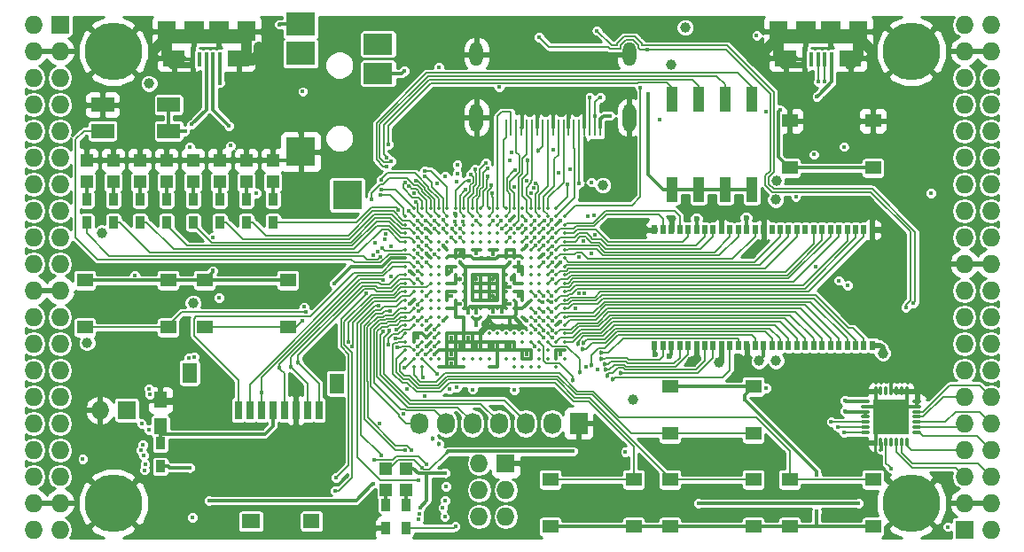
<source format=gtl>
G04 #@! TF.FileFunction,Copper,L1,Top,Signal*
%FSLAX46Y46*%
G04 Gerber Fmt 4.6, Leading zero omitted, Abs format (unit mm)*
G04 Created by KiCad (PCBNEW 4.0.7+dfsg1-1) date Wed Oct  4 16:48:49 2017*
%MOMM*%
%LPD*%
G01*
G04 APERTURE LIST*
%ADD10C,0.100000*%
%ADD11R,0.700000X1.800000*%
%ADD12R,1.600000X1.400000*%
%ADD13R,1.800000X1.400000*%
%ADD14R,1.400000X1.900000*%
%ADD15R,1.198880X1.198880*%
%ADD16R,0.560000X0.900000*%
%ADD17R,1.727200X1.727200*%
%ADD18O,1.727200X1.727200*%
%ADD19C,5.500000*%
%ADD20R,2.200000X1.400000*%
%ADD21R,0.900000X1.200000*%
%ADD22R,2.100000X1.600000*%
%ADD23R,1.900000X1.900000*%
%ADD24R,0.400000X1.350000*%
%ADD25R,1.800000X1.900000*%
%ADD26O,0.850000X0.300000*%
%ADD27O,0.300000X0.850000*%
%ADD28R,1.675000X1.675000*%
%ADD29R,1.727200X2.032000*%
%ADD30O,1.727200X2.032000*%
%ADD31R,2.800000X2.200000*%
%ADD32R,2.800000X2.800000*%
%ADD33R,2.800000X2.000000*%
%ADD34O,1.300000X2.700000*%
%ADD35O,1.300000X2.300000*%
%ADD36R,0.250000X1.600000*%
%ADD37R,1.550000X1.300000*%
%ADD38R,1.120000X2.440000*%
%ADD39R,1.250000X1.500000*%
%ADD40C,0.350000*%
%ADD41C,0.400000*%
%ADD42C,1.000000*%
%ADD43C,0.600000*%
%ADD44C,0.454000*%
%ADD45C,0.300000*%
%ADD46C,1.000000*%
%ADD47C,0.600000*%
%ADD48C,0.500000*%
%ADD49C,0.190000*%
%ADD50C,0.200000*%
%ADD51C,0.254000*%
G04 APERTURE END LIST*
D10*
D11*
X114930000Y-99520000D03*
X116030000Y-99520000D03*
X117130000Y-99520000D03*
X118230000Y-99520000D03*
X119330000Y-99520000D03*
X120430000Y-99520000D03*
X121530000Y-99520000D03*
X122630000Y-99520000D03*
D12*
X121920000Y-110120000D03*
D13*
X116120000Y-110120000D03*
D14*
X124320000Y-96970000D03*
X110270000Y-95970000D03*
D15*
X118230000Y-77709020D03*
X118230000Y-75610980D03*
X115690000Y-77709020D03*
X115690000Y-75610980D03*
X113150000Y-77709020D03*
X113150000Y-75610980D03*
X110610000Y-77709020D03*
X110610000Y-75610980D03*
X108070000Y-77709020D03*
X108070000Y-75610980D03*
X105530000Y-77709020D03*
X105530000Y-75610980D03*
X102990000Y-77709020D03*
X102990000Y-75610980D03*
X100450000Y-77709020D03*
X100450000Y-75610980D03*
D16*
X175480000Y-82270000D03*
X154680000Y-93330000D03*
X155480000Y-93330000D03*
X156280000Y-93330000D03*
X157080000Y-93330000D03*
X157880000Y-93330000D03*
X158680000Y-93330000D03*
X159480000Y-93330000D03*
X160280000Y-93330000D03*
X161080000Y-93330000D03*
X161880000Y-93330000D03*
X162680000Y-93330000D03*
X163480000Y-93330000D03*
X164280000Y-93330000D03*
X165080000Y-93330000D03*
X165880000Y-93330000D03*
X166680000Y-93330000D03*
X167480000Y-93330000D03*
X168280000Y-93330000D03*
X169080000Y-93330000D03*
X169880000Y-93330000D03*
X170680000Y-93330000D03*
X171480000Y-93330000D03*
X172280000Y-93330000D03*
X173080000Y-93330000D03*
X173880000Y-93330000D03*
X174680000Y-93330000D03*
X175480000Y-93330000D03*
X174680000Y-82270000D03*
X173880000Y-82270000D03*
X173080000Y-82270000D03*
X172280000Y-82270000D03*
X171480000Y-82270000D03*
X170680000Y-82270000D03*
X169880000Y-82270000D03*
X169080000Y-82270000D03*
X168280000Y-82270000D03*
X167480000Y-82270000D03*
X166680000Y-82270000D03*
X165880000Y-82270000D03*
X165080000Y-82270000D03*
X164280000Y-82270000D03*
X163480000Y-82270000D03*
X162680000Y-82270000D03*
X161880000Y-82270000D03*
X161080000Y-82270000D03*
X160280000Y-82270000D03*
X159480000Y-82270000D03*
X158680000Y-82270000D03*
X157880000Y-82270000D03*
X157080000Y-82270000D03*
X156280000Y-82270000D03*
X155480000Y-82270000D03*
X154680000Y-82270000D03*
D17*
X97910000Y-62690000D03*
D18*
X95370000Y-62690000D03*
X97910000Y-65230000D03*
X95370000Y-65230000D03*
X97910000Y-67770000D03*
X95370000Y-67770000D03*
X97910000Y-70310000D03*
X95370000Y-70310000D03*
X97910000Y-72850000D03*
X95370000Y-72850000D03*
X97910000Y-75390000D03*
X95370000Y-75390000D03*
X97910000Y-77930000D03*
X95370000Y-77930000D03*
X97910000Y-80470000D03*
X95370000Y-80470000D03*
X97910000Y-83010000D03*
X95370000Y-83010000D03*
X97910000Y-85550000D03*
X95370000Y-85550000D03*
X97910000Y-88090000D03*
X95370000Y-88090000D03*
X97910000Y-90630000D03*
X95370000Y-90630000D03*
X97910000Y-93170000D03*
X95370000Y-93170000D03*
X97910000Y-95710000D03*
X95370000Y-95710000D03*
X97910000Y-98250000D03*
X95370000Y-98250000D03*
X97910000Y-100790000D03*
X95370000Y-100790000D03*
X97910000Y-103330000D03*
X95370000Y-103330000D03*
X97910000Y-105870000D03*
X95370000Y-105870000D03*
X97910000Y-108410000D03*
X95370000Y-108410000D03*
X97910000Y-110950000D03*
X95370000Y-110950000D03*
D17*
X184270000Y-110950000D03*
D18*
X186810000Y-110950000D03*
X184270000Y-108410000D03*
X186810000Y-108410000D03*
X184270000Y-105870000D03*
X186810000Y-105870000D03*
X184270000Y-103330000D03*
X186810000Y-103330000D03*
X184270000Y-100790000D03*
X186810000Y-100790000D03*
X184270000Y-98250000D03*
X186810000Y-98250000D03*
X184270000Y-95710000D03*
X186810000Y-95710000D03*
X184270000Y-93170000D03*
X186810000Y-93170000D03*
X184270000Y-90630000D03*
X186810000Y-90630000D03*
X184270000Y-88090000D03*
X186810000Y-88090000D03*
X184270000Y-85550000D03*
X186810000Y-85550000D03*
X184270000Y-83010000D03*
X186810000Y-83010000D03*
X184270000Y-80470000D03*
X186810000Y-80470000D03*
X184270000Y-77930000D03*
X186810000Y-77930000D03*
X184270000Y-75390000D03*
X186810000Y-75390000D03*
X184270000Y-72850000D03*
X186810000Y-72850000D03*
X184270000Y-70310000D03*
X186810000Y-70310000D03*
X184270000Y-67770000D03*
X186810000Y-67770000D03*
X184270000Y-65230000D03*
X186810000Y-65230000D03*
X184270000Y-62690000D03*
X186810000Y-62690000D03*
D19*
X102990000Y-108410000D03*
X179190000Y-108410000D03*
X179190000Y-65230000D03*
X102990000Y-65230000D03*
D20*
X108274000Y-70330000D03*
X101974000Y-70330000D03*
X101974000Y-72830000D03*
X108274000Y-72830000D03*
D17*
X104260000Y-99520000D03*
D18*
X101720000Y-99520000D03*
D15*
X129025000Y-105074980D03*
X129025000Y-107173020D03*
X130930000Y-107173020D03*
X130930000Y-105074980D03*
D21*
X129025000Y-108580000D03*
X129025000Y-110780000D03*
X130930000Y-110780000D03*
X130930000Y-108580000D03*
X107480000Y-102700000D03*
X107480000Y-104900000D03*
D22*
X114980000Y-65875000D03*
X108780000Y-65875000D03*
D23*
X113080000Y-63325000D03*
X110680000Y-63325000D03*
D24*
X113180000Y-66000000D03*
X112530000Y-66000000D03*
X111880000Y-66000000D03*
X111230000Y-66000000D03*
X110580000Y-66000000D03*
D25*
X115680000Y-63325000D03*
X108080000Y-63325000D03*
D22*
X173400000Y-65875000D03*
X167200000Y-65875000D03*
D23*
X171500000Y-63325000D03*
X169100000Y-63325000D03*
D24*
X171600000Y-66000000D03*
X170950000Y-66000000D03*
X170300000Y-66000000D03*
X169650000Y-66000000D03*
X169000000Y-66000000D03*
D25*
X174100000Y-63325000D03*
X166500000Y-63325000D03*
D17*
X140455000Y-104600000D03*
D18*
X137915000Y-104600000D03*
X140455000Y-107140000D03*
X137915000Y-107140000D03*
X140455000Y-109680000D03*
X137915000Y-109680000D03*
D21*
X118230000Y-81570000D03*
X118230000Y-79370000D03*
X115690000Y-81570000D03*
X115690000Y-79370000D03*
X113150000Y-81570000D03*
X113150000Y-79370000D03*
X110610000Y-81570000D03*
X110610000Y-79370000D03*
X108070000Y-81570000D03*
X108070000Y-79370000D03*
X105530000Y-81570000D03*
X105530000Y-79370000D03*
X102990000Y-81570000D03*
X102990000Y-79370000D03*
X100450000Y-81570000D03*
X100450000Y-79370000D03*
D26*
X179735000Y-101655000D03*
X179735000Y-101155000D03*
X179735000Y-100655000D03*
X179735000Y-100155000D03*
X179735000Y-99655000D03*
X179735000Y-99155000D03*
X179735000Y-98655000D03*
D27*
X178785000Y-97705000D03*
X178285000Y-97705000D03*
X177785000Y-97705000D03*
X177285000Y-97705000D03*
X176785000Y-97705000D03*
X176285000Y-97705000D03*
X175785000Y-97705000D03*
D26*
X174835000Y-98655000D03*
X174835000Y-99155000D03*
X174835000Y-99655000D03*
X174835000Y-100155000D03*
X174835000Y-100655000D03*
X174835000Y-101155000D03*
X174835000Y-101655000D03*
D27*
X175785000Y-102605000D03*
X176285000Y-102605000D03*
X176785000Y-102605000D03*
X177285000Y-102605000D03*
X177785000Y-102605000D03*
X178285000Y-102605000D03*
X178785000Y-102605000D03*
D28*
X176447500Y-99317500D03*
X176447500Y-100992500D03*
X178122500Y-99317500D03*
X178122500Y-100992500D03*
D29*
X147440000Y-100790000D03*
D30*
X144900000Y-100790000D03*
X142360000Y-100790000D03*
X139820000Y-100790000D03*
X137280000Y-100790000D03*
X134740000Y-100790000D03*
X132200000Y-100790000D03*
D31*
X120880000Y-62640000D03*
X120880000Y-65440000D03*
D32*
X120880000Y-74840000D03*
X125330000Y-78940000D03*
D33*
X128280000Y-67340000D03*
X128280000Y-64540000D03*
D34*
X152280000Y-71550000D03*
X137680000Y-71550000D03*
D35*
X137680000Y-65500000D03*
D36*
X140480000Y-72500000D03*
X140980000Y-72500000D03*
X141480000Y-72500000D03*
X141980000Y-72500000D03*
X142480000Y-72500000D03*
X142980000Y-72500000D03*
X143480000Y-72500000D03*
X143980000Y-72500000D03*
X144480000Y-72500000D03*
X144980000Y-72500000D03*
X145480000Y-72500000D03*
X145980000Y-72500000D03*
X146480000Y-72500000D03*
X146980000Y-72500000D03*
X147480000Y-72500000D03*
X147980000Y-72500000D03*
X148480000Y-72500000D03*
X148980000Y-72500000D03*
X149480000Y-72500000D03*
D35*
X152280000Y-65500000D03*
D37*
X175550000Y-71870000D03*
X175550000Y-76370000D03*
X167590000Y-76370000D03*
X167590000Y-71870000D03*
X100280000Y-91610000D03*
X100280000Y-87110000D03*
X108240000Y-87110000D03*
X108240000Y-91610000D03*
X111710000Y-91610000D03*
X111710000Y-87110000D03*
X119670000Y-87110000D03*
X119670000Y-91610000D03*
X156160000Y-101770000D03*
X156160000Y-97270000D03*
X164120000Y-97270000D03*
X164120000Y-101770000D03*
X164120000Y-106160000D03*
X164120000Y-110660000D03*
X156160000Y-110660000D03*
X156160000Y-106160000D03*
X152690000Y-106160000D03*
X152690000Y-110660000D03*
X144730000Y-110660000D03*
X144730000Y-106160000D03*
X175550000Y-106160000D03*
X175550000Y-110660000D03*
X167590000Y-110660000D03*
X167590000Y-106160000D03*
D38*
X163950000Y-69815000D03*
X156330000Y-78425000D03*
X161410000Y-69815000D03*
X158870000Y-78425000D03*
X158870000Y-69815000D03*
X161410000Y-78425000D03*
X156330000Y-69815000D03*
X163950000Y-78425000D03*
D39*
X107480000Y-101050000D03*
X107480000Y-98550000D03*
D40*
X131680000Y-80200000D03*
X132480000Y-80200000D03*
X133280000Y-80200000D03*
X134080000Y-80200000D03*
X134880000Y-80200000D03*
X135680000Y-80200000D03*
X136480000Y-80200000D03*
X137280000Y-80200000D03*
X138080000Y-80200000D03*
X138880000Y-80200000D03*
X139680000Y-80200000D03*
X140480000Y-80200000D03*
X141280000Y-80200000D03*
X142080000Y-80200000D03*
X142880000Y-80200000D03*
X143680000Y-80200000D03*
X144480000Y-80200000D03*
X145280000Y-80200000D03*
X130880000Y-81000000D03*
X131680000Y-81000000D03*
X132480000Y-81000000D03*
X133280000Y-81000000D03*
X134080000Y-81000000D03*
X134880000Y-81000000D03*
X135680000Y-81000000D03*
X136480000Y-81000000D03*
X137280000Y-81000000D03*
X138080000Y-81000000D03*
X138880000Y-81000000D03*
X139680000Y-81000000D03*
X140480000Y-81000000D03*
X141280000Y-81000000D03*
X142080000Y-81000000D03*
X142880000Y-81000000D03*
X143680000Y-81000000D03*
X144480000Y-81000000D03*
X145280000Y-81000000D03*
X146080000Y-81000000D03*
X130880000Y-81800000D03*
X131680000Y-81800000D03*
X132480000Y-81800000D03*
X133280000Y-81800000D03*
X134080000Y-81800000D03*
X134880000Y-81800000D03*
X135680000Y-81800000D03*
X136480000Y-81800000D03*
X137280000Y-81800000D03*
X138080000Y-81800000D03*
X138880000Y-81800000D03*
X139680000Y-81800000D03*
X140480000Y-81800000D03*
X141280000Y-81800000D03*
X142080000Y-81800000D03*
X142880000Y-81800000D03*
X143680000Y-81800000D03*
X144480000Y-81800000D03*
X145280000Y-81800000D03*
X146080000Y-81800000D03*
X130880000Y-82600000D03*
X131680000Y-82600000D03*
X132480000Y-82600000D03*
X133280000Y-82600000D03*
X134080000Y-82600000D03*
X134880000Y-82600000D03*
X135680000Y-82600000D03*
X136480000Y-82600000D03*
X137280000Y-82600000D03*
X138080000Y-82600000D03*
X138880000Y-82600000D03*
X139680000Y-82600000D03*
X140480000Y-82600000D03*
X141280000Y-82600000D03*
X142080000Y-82600000D03*
X142880000Y-82600000D03*
X143680000Y-82600000D03*
X144480000Y-82600000D03*
X145280000Y-82600000D03*
X146080000Y-82600000D03*
X130880000Y-83400000D03*
X131680000Y-83400000D03*
X132480000Y-83400000D03*
X133280000Y-83400000D03*
X134080000Y-83400000D03*
X134880000Y-83400000D03*
X135680000Y-83400000D03*
X136480000Y-83400000D03*
X137280000Y-83400000D03*
X138080000Y-83400000D03*
X138880000Y-83400000D03*
X139680000Y-83400000D03*
X140480000Y-83400000D03*
X141280000Y-83400000D03*
X142080000Y-83400000D03*
X142880000Y-83400000D03*
X143680000Y-83400000D03*
X144480000Y-83400000D03*
X145280000Y-83400000D03*
X146080000Y-83400000D03*
X130880000Y-84200000D03*
X131680000Y-84200000D03*
X132480000Y-84200000D03*
X133280000Y-84200000D03*
X134080000Y-84200000D03*
X134880000Y-84200000D03*
X135680000Y-84200000D03*
X136480000Y-84200000D03*
X137280000Y-84200000D03*
X138080000Y-84200000D03*
X138880000Y-84200000D03*
X139680000Y-84200000D03*
X140480000Y-84200000D03*
X141280000Y-84200000D03*
X142080000Y-84200000D03*
X142880000Y-84200000D03*
X143680000Y-84200000D03*
X144480000Y-84200000D03*
X145280000Y-84200000D03*
X146080000Y-84200000D03*
X130880000Y-85000000D03*
X131680000Y-85000000D03*
X132480000Y-85000000D03*
X133280000Y-85000000D03*
X134080000Y-85000000D03*
X134880000Y-85000000D03*
X135680000Y-85000000D03*
X136480000Y-85000000D03*
X137280000Y-85000000D03*
X138080000Y-85000000D03*
X138880000Y-85000000D03*
X139680000Y-85000000D03*
X140480000Y-85000000D03*
X141280000Y-85000000D03*
X142080000Y-85000000D03*
X142880000Y-85000000D03*
X143680000Y-85000000D03*
X144480000Y-85000000D03*
X145280000Y-85000000D03*
X146080000Y-85000000D03*
X130880000Y-85800000D03*
X131680000Y-85800000D03*
X132480000Y-85800000D03*
X133280000Y-85800000D03*
X134080000Y-85800000D03*
X134880000Y-85800000D03*
X135680000Y-85800000D03*
X136480000Y-85800000D03*
X137280000Y-85800000D03*
X138080000Y-85800000D03*
X138880000Y-85800000D03*
X139680000Y-85800000D03*
X140480000Y-85800000D03*
X141280000Y-85800000D03*
X142080000Y-85800000D03*
X142880000Y-85800000D03*
X143680000Y-85800000D03*
X144480000Y-85800000D03*
X145280000Y-85800000D03*
X146080000Y-85800000D03*
X130880000Y-86600000D03*
X131680000Y-86600000D03*
X132480000Y-86600000D03*
X133280000Y-86600000D03*
X134080000Y-86600000D03*
X134880000Y-86600000D03*
X135680000Y-86600000D03*
X136480000Y-86600000D03*
X137280000Y-86600000D03*
X138080000Y-86600000D03*
X138880000Y-86600000D03*
X139680000Y-86600000D03*
X140480000Y-86600000D03*
X141280000Y-86600000D03*
X142080000Y-86600000D03*
X142880000Y-86600000D03*
X143680000Y-86600000D03*
X144480000Y-86600000D03*
X145280000Y-86600000D03*
X146080000Y-86600000D03*
X130880000Y-87400000D03*
X131680000Y-87400000D03*
X132480000Y-87400000D03*
X133280000Y-87400000D03*
X134080000Y-87400000D03*
X134880000Y-87400000D03*
X135680000Y-87400000D03*
X136480000Y-87400000D03*
X137280000Y-87400000D03*
X138080000Y-87400000D03*
X138880000Y-87400000D03*
X139680000Y-87400000D03*
X140480000Y-87400000D03*
X141280000Y-87400000D03*
X142080000Y-87400000D03*
X142880000Y-87400000D03*
X143680000Y-87400000D03*
X144480000Y-87400000D03*
X145280000Y-87400000D03*
X146080000Y-87400000D03*
X130880000Y-88200000D03*
X131680000Y-88200000D03*
X132480000Y-88200000D03*
X133280000Y-88200000D03*
X134080000Y-88200000D03*
X134880000Y-88200000D03*
X135680000Y-88200000D03*
X136480000Y-88200000D03*
X137280000Y-88200000D03*
X138080000Y-88200000D03*
X138880000Y-88200000D03*
X139680000Y-88200000D03*
X140480000Y-88200000D03*
X141280000Y-88200000D03*
X142080000Y-88200000D03*
X142880000Y-88200000D03*
X143680000Y-88200000D03*
X144480000Y-88200000D03*
X145280000Y-88200000D03*
X146080000Y-88200000D03*
X130880000Y-89000000D03*
X131680000Y-89000000D03*
X132480000Y-89000000D03*
X133280000Y-89000000D03*
X134080000Y-89000000D03*
X134880000Y-89000000D03*
X135680000Y-89000000D03*
X136480000Y-89000000D03*
X137280000Y-89000000D03*
X138080000Y-89000000D03*
X138880000Y-89000000D03*
X139680000Y-89000000D03*
X140480000Y-89000000D03*
X141280000Y-89000000D03*
X142080000Y-89000000D03*
X142880000Y-89000000D03*
X143680000Y-89000000D03*
X144480000Y-89000000D03*
X145280000Y-89000000D03*
X146080000Y-89000000D03*
X130880000Y-89800000D03*
X131680000Y-89800000D03*
X132480000Y-89800000D03*
X133280000Y-89800000D03*
X134080000Y-89800000D03*
X134880000Y-89800000D03*
X135680000Y-89800000D03*
X136480000Y-89800000D03*
X137280000Y-89800000D03*
X138080000Y-89800000D03*
X138880000Y-89800000D03*
X139680000Y-89800000D03*
X140480000Y-89800000D03*
X141280000Y-89800000D03*
X142080000Y-89800000D03*
X142880000Y-89800000D03*
X143680000Y-89800000D03*
X144480000Y-89800000D03*
X145280000Y-89800000D03*
X146080000Y-89800000D03*
X130880000Y-90600000D03*
X131680000Y-90600000D03*
X132480000Y-90600000D03*
X133280000Y-90600000D03*
X134080000Y-90600000D03*
X134880000Y-90600000D03*
X135680000Y-90600000D03*
X136480000Y-90600000D03*
X137280000Y-90600000D03*
X138080000Y-90600000D03*
X138880000Y-90600000D03*
X139680000Y-90600000D03*
X140480000Y-90600000D03*
X141280000Y-90600000D03*
X142080000Y-90600000D03*
X142880000Y-90600000D03*
X143680000Y-90600000D03*
X144480000Y-90600000D03*
X145280000Y-90600000D03*
X146080000Y-90600000D03*
X130880000Y-91400000D03*
X131680000Y-91400000D03*
X132480000Y-91400000D03*
X133280000Y-91400000D03*
X134080000Y-91400000D03*
X142880000Y-91400000D03*
X143680000Y-91400000D03*
X144480000Y-91400000D03*
X145280000Y-91400000D03*
X146080000Y-91400000D03*
X130880000Y-92200000D03*
X131680000Y-92200000D03*
X132480000Y-92200000D03*
X133280000Y-92200000D03*
X134080000Y-92200000D03*
X134880000Y-92200000D03*
X135680000Y-92200000D03*
X136480000Y-92200000D03*
X137280000Y-92200000D03*
X138080000Y-92200000D03*
X138880000Y-92200000D03*
X139680000Y-92200000D03*
X140480000Y-92200000D03*
X141280000Y-92200000D03*
X142080000Y-92200000D03*
X142880000Y-92200000D03*
X143680000Y-92200000D03*
X144480000Y-92200000D03*
X145280000Y-92200000D03*
X146080000Y-92200000D03*
X130880000Y-93000000D03*
X131680000Y-93000000D03*
X132480000Y-93000000D03*
X133280000Y-93000000D03*
X134080000Y-93000000D03*
X134880000Y-93000000D03*
X135680000Y-93000000D03*
X136480000Y-93000000D03*
X137280000Y-93000000D03*
X138080000Y-93000000D03*
X138880000Y-93000000D03*
X139680000Y-93000000D03*
X140480000Y-93000000D03*
X141280000Y-93000000D03*
X142080000Y-93000000D03*
X142880000Y-93000000D03*
X143680000Y-93000000D03*
X144480000Y-93000000D03*
X145280000Y-93000000D03*
X146080000Y-93000000D03*
X130880000Y-93800000D03*
X131680000Y-93800000D03*
X132480000Y-93800000D03*
X133280000Y-93800000D03*
X134080000Y-93800000D03*
X134880000Y-93800000D03*
X135680000Y-93800000D03*
X136480000Y-93800000D03*
X137280000Y-93800000D03*
X138080000Y-93800000D03*
X138880000Y-93800000D03*
X139680000Y-93800000D03*
X140480000Y-93800000D03*
X141280000Y-93800000D03*
X142080000Y-93800000D03*
X142880000Y-93800000D03*
X143680000Y-93800000D03*
X144480000Y-93800000D03*
X145280000Y-93800000D03*
X146080000Y-93800000D03*
X130880000Y-94600000D03*
X131680000Y-94600000D03*
X132480000Y-94600000D03*
X133280000Y-94600000D03*
X134080000Y-94600000D03*
X134880000Y-94600000D03*
X135680000Y-94600000D03*
X136480000Y-94600000D03*
X137280000Y-94600000D03*
X138080000Y-94600000D03*
X138880000Y-94600000D03*
X139680000Y-94600000D03*
X140480000Y-94600000D03*
X141280000Y-94600000D03*
X142080000Y-94600000D03*
X142880000Y-94600000D03*
X143680000Y-94600000D03*
X144480000Y-94600000D03*
X145280000Y-94600000D03*
X146080000Y-94600000D03*
X131680000Y-95400000D03*
X132480000Y-95400000D03*
X134080000Y-95400000D03*
X134880000Y-95400000D03*
X135680000Y-95400000D03*
X136480000Y-95400000D03*
X138880000Y-95400000D03*
X139680000Y-95400000D03*
X141280000Y-95400000D03*
X142080000Y-95400000D03*
X142880000Y-95400000D03*
X143680000Y-95400000D03*
X145280000Y-95400000D03*
D41*
X139575609Y-69792857D03*
D42*
X116880503Y-64802940D03*
X106974809Y-64953974D03*
X175210328Y-64948943D03*
X165417246Y-64954666D03*
D41*
X175495631Y-71457432D03*
X146468970Y-70993942D03*
X144978424Y-71024054D03*
X143480350Y-71016526D03*
X142000564Y-71008511D03*
X113273209Y-99681387D03*
X147987361Y-71377791D03*
X144102010Y-84600000D03*
X132880424Y-84561218D03*
X135567436Y-80702302D03*
X132810347Y-82177990D03*
X145713035Y-91022010D03*
X145680000Y-94177990D03*
X177285000Y-95710000D03*
D42*
X177229911Y-82281349D03*
D41*
X170046000Y-85804000D03*
D43*
X164741832Y-81130572D03*
D41*
X120770000Y-72215000D03*
D43*
X161067993Y-81216119D03*
D42*
X158233687Y-94852616D03*
X162992748Y-94820185D03*
D43*
X156280000Y-81210838D03*
D41*
X131254529Y-86251357D03*
X140880000Y-81400000D03*
X136085174Y-89394826D03*
X145680000Y-81400000D03*
X120430000Y-97050000D03*
X150080000Y-81600000D03*
X131280000Y-89400000D03*
X133690245Y-94180159D03*
X140874194Y-91433353D03*
X145680000Y-85422010D03*
X135280000Y-95000000D03*
X135280000Y-94200000D03*
X142480000Y-94200000D03*
X140880000Y-93400000D03*
X139280000Y-93400000D03*
X137680000Y-93400000D03*
X136080000Y-93400000D03*
X136880000Y-92600000D03*
X135280000Y-92600000D03*
X132880000Y-91800000D03*
X132880000Y-93400000D03*
D44*
X141042859Y-86994997D03*
X139280000Y-87000000D03*
X136110990Y-86995403D03*
X137680000Y-87000000D03*
X136080000Y-84600000D03*
X139280000Y-88600000D03*
X139312644Y-91359700D03*
D42*
X156235582Y-66548363D03*
D41*
X127801946Y-106537732D03*
D42*
X166321614Y-77572282D03*
X166248957Y-79408030D03*
X101932065Y-82585048D03*
X106417803Y-68312483D03*
X166280000Y-94800000D03*
D41*
X112134000Y-108156000D03*
X150457224Y-71377791D03*
X172289562Y-87124051D03*
D42*
X157600000Y-62944000D03*
D41*
X139820000Y-68665673D03*
X128441330Y-100758313D03*
X172834633Y-99599920D03*
X172879922Y-98618650D03*
X176305593Y-103279812D03*
X165349214Y-97422919D03*
D42*
X160875897Y-94988750D03*
D41*
X164433885Y-63737451D03*
X148639876Y-77729346D03*
D42*
X149751640Y-78029346D03*
D41*
X134079160Y-66786153D03*
X109828000Y-72830000D03*
X116654336Y-78777990D03*
D42*
X176474303Y-94069095D03*
D41*
X173094000Y-87582000D03*
D42*
X100479904Y-93063904D03*
D43*
X163422030Y-81120665D03*
X154726292Y-94171363D03*
X156077107Y-94380779D03*
X158680000Y-81210838D03*
D41*
X112515000Y-83010000D03*
X181065000Y-78785000D03*
X110529662Y-109760338D03*
X110280000Y-105000000D03*
X100080000Y-104200000D03*
X113080000Y-88800000D03*
D42*
X164653770Y-94825547D03*
D41*
X137665894Y-91402446D03*
X135273306Y-88618602D03*
X139272517Y-84611349D03*
X137680556Y-84534085D03*
X141680000Y-86200000D03*
X135280000Y-86200000D03*
X132880000Y-92600000D03*
X132080000Y-92600000D03*
X141680000Y-88600000D03*
X141680000Y-85400000D03*
D42*
X152621047Y-98519969D03*
D41*
X136885174Y-90194826D03*
X140094890Y-90122990D03*
X139280000Y-90122990D03*
X140880000Y-89400000D03*
X137680000Y-90172990D03*
X140880000Y-87800000D03*
X140880000Y-85400000D03*
D44*
X136080000Y-85400000D03*
D41*
X121369010Y-90164222D03*
X130022933Y-91834237D03*
X121036481Y-91008234D03*
X129902064Y-92678248D03*
D42*
X110617371Y-89287199D03*
D41*
X142480000Y-91000000D03*
X142480000Y-83800000D03*
X134480000Y-83800000D03*
X134480000Y-91000000D03*
X105037711Y-86632990D03*
X155149360Y-71764535D03*
X121086654Y-69078528D03*
X170182962Y-69571012D03*
X174110000Y-108410000D03*
X158870000Y-108410000D03*
X134750646Y-106810513D03*
X137288700Y-97538741D03*
X133680000Y-91800000D03*
D44*
X134074414Y-102752225D03*
D41*
X134675868Y-108131585D03*
X135085458Y-97531790D03*
D44*
X133449289Y-102232615D03*
D41*
X133680000Y-92600000D03*
X127935466Y-104261259D03*
X132936956Y-104698915D03*
X134463998Y-108841973D03*
X132752670Y-98178920D03*
X133685668Y-93402482D03*
X134636872Y-109719950D03*
X130714529Y-99901000D03*
X131039363Y-97487286D03*
X132846234Y-94197073D03*
X118858690Y-62658970D03*
X130761990Y-67119621D03*
X148477832Y-69619684D03*
X149475951Y-69619684D03*
X148991194Y-71377791D03*
X153984196Y-65077116D03*
X153322343Y-68673419D03*
X143650666Y-63862520D03*
X178665908Y-89713903D03*
X149183754Y-63257114D03*
X179375977Y-89317806D03*
X140035989Y-81400000D03*
X128776655Y-87110882D03*
X132077895Y-86272150D03*
X117121665Y-97817265D03*
X118843798Y-95498222D03*
D44*
X119978162Y-95412951D03*
X120634035Y-94977604D03*
D41*
X113212238Y-68244401D03*
X166678914Y-70803555D03*
X146387166Y-77939336D03*
X147480000Y-77822010D03*
X131453853Y-103296209D03*
X144891634Y-91008466D03*
D44*
X148653935Y-95249010D03*
X149565978Y-94054788D03*
D41*
X144867244Y-90164455D03*
D44*
X150720500Y-96575802D03*
D41*
X144890381Y-83866022D03*
D44*
X151448039Y-95951686D03*
D41*
X144894101Y-83022010D03*
D44*
X150149219Y-96229829D03*
D41*
X144901285Y-86268736D03*
D44*
X150033441Y-95660469D03*
D41*
X144888562Y-86993817D03*
D44*
X149952517Y-95085120D03*
D41*
X144877648Y-88622010D03*
D44*
X149584522Y-94635504D03*
D41*
X144810610Y-89177990D03*
X144895773Y-91874444D03*
D44*
X147777713Y-93691005D03*
X147356233Y-93219138D03*
D41*
X144102010Y-92600000D03*
D44*
X147915304Y-93060979D03*
D41*
X144882352Y-92577990D03*
X130807074Y-95454141D03*
X130141304Y-93529144D03*
X132080000Y-93400000D03*
X129254670Y-93244631D03*
X133919980Y-96038729D03*
X141280000Y-97600000D03*
X132572818Y-96383863D03*
X135770000Y-97338127D03*
X132080000Y-94200000D03*
X128669601Y-84020243D03*
X105906712Y-103816552D03*
X129459184Y-90039192D03*
X132080000Y-89444020D03*
X130839486Y-103354982D03*
X128602801Y-103831529D03*
X132162861Y-106185868D03*
X128321313Y-89539949D03*
X132880000Y-88600000D03*
X127145130Y-88379076D03*
X124253981Y-105982535D03*
X132080000Y-87000000D03*
X125827283Y-93452662D03*
X124202418Y-107207639D03*
D44*
X142530990Y-75662841D03*
X143525587Y-74749772D03*
D41*
X110313517Y-74380698D03*
X132146108Y-109940263D03*
X114166000Y-74247000D03*
X132189000Y-109415000D03*
X135567436Y-81489225D03*
X135767546Y-77648547D03*
X134702010Y-77200000D03*
X134471354Y-81347908D03*
X132761172Y-77202673D03*
X132737245Y-76676207D03*
X128545566Y-77476577D03*
X127643658Y-79355564D03*
X110718734Y-94451783D03*
X128515897Y-78994176D03*
X110193102Y-94489889D03*
X128569727Y-78469921D03*
X106412639Y-97453606D03*
X131230910Y-78113843D03*
X106479997Y-97976296D03*
X131709326Y-78745875D03*
X132783332Y-81399993D03*
X129016746Y-82660638D03*
X105679715Y-100783924D03*
X132084821Y-83022010D03*
X128948848Y-83183258D03*
X106401171Y-101377901D03*
X132886504Y-83777990D03*
X129513931Y-83860979D03*
X105803161Y-102850427D03*
X132117443Y-83866021D03*
X127966259Y-83527946D03*
X105651866Y-103355255D03*
X132079996Y-84503337D03*
X128256283Y-84387285D03*
X106023598Y-104697574D03*
X133671942Y-84595200D03*
X127824162Y-84688968D03*
X105973679Y-105248709D03*
X132875802Y-85428138D03*
D44*
X146862501Y-96617499D03*
X147534467Y-95913260D03*
D41*
X148102806Y-95339021D03*
X143280000Y-91000000D03*
X149207706Y-95605291D03*
X144082424Y-90132858D03*
X143989948Y-89177990D03*
X147125926Y-89802879D03*
X143281824Y-90201951D03*
X144102010Y-85397219D03*
X147422472Y-84858593D03*
X144886544Y-85385186D03*
X144102010Y-83000000D03*
X148975652Y-82755341D03*
X144885092Y-82177990D03*
X147470668Y-88324835D03*
X144082832Y-88584510D03*
X147997681Y-88324844D03*
X143278026Y-88595030D03*
X144102010Y-82185600D03*
X148935852Y-80899014D03*
X148337768Y-80975785D03*
X144866392Y-81333979D03*
X139280000Y-81400000D03*
X139145358Y-78809170D03*
X139040624Y-78036724D03*
X138723613Y-77165705D03*
X138593844Y-75910161D03*
X138716105Y-76425854D03*
X137680000Y-81400000D03*
X137538026Y-76510532D03*
X137116016Y-76974740D03*
X136928568Y-77562978D03*
X136634118Y-78451672D03*
X135830689Y-76094515D03*
X136411444Y-81497309D03*
X148668800Y-84550385D03*
X144877691Y-84532933D03*
X144102010Y-83800000D03*
X147894174Y-83335809D03*
X142851623Y-78759750D03*
X142473549Y-82998913D03*
X143105106Y-78295223D03*
X142396423Y-82191394D03*
X145494012Y-76834828D03*
X144146021Y-81374784D03*
X143331797Y-77819457D03*
X146627648Y-76461302D03*
X143257990Y-82207154D03*
X143257990Y-81379632D03*
X145017056Y-74655847D03*
X141318978Y-78199263D03*
X141657990Y-82130345D03*
X142413979Y-81382236D03*
X140080000Y-82200000D03*
X141342967Y-76554996D03*
X141046643Y-74873804D03*
X140864029Y-83041403D03*
X140890207Y-75681941D03*
X140924011Y-82179283D03*
X129542604Y-86703515D03*
X132880000Y-83022010D03*
X132080000Y-82177990D03*
X132080000Y-81400000D03*
X131847310Y-79589886D03*
X130856828Y-77742623D03*
X131923295Y-77584853D03*
X133654358Y-82177990D03*
X133627343Y-81396408D03*
X129336756Y-91938993D03*
X132880000Y-91000000D03*
X128770628Y-92009836D03*
X132077648Y-90977990D03*
X130196821Y-80377733D03*
X131180000Y-80500000D03*
X128489708Y-84867377D03*
X132079620Y-85428138D03*
X165326966Y-71026598D03*
X134501414Y-82177578D03*
X133922194Y-77854836D03*
X135656559Y-110610712D03*
X132448438Y-104994496D03*
X146844288Y-103452739D03*
X134707351Y-105508447D03*
X132280000Y-108800000D03*
X112515000Y-86185000D03*
X163277422Y-98501717D03*
X170126036Y-109212466D03*
X170157734Y-105666345D03*
X169895346Y-75092988D03*
X143257990Y-83000000D03*
X168166438Y-79108038D03*
X151896383Y-103510715D03*
X114039000Y-72342000D03*
X110483000Y-72215000D03*
X177274002Y-105079115D03*
X143258015Y-93423150D03*
X172761273Y-101651681D03*
X143280000Y-91800000D03*
X172193360Y-101105663D03*
X144064831Y-91877646D03*
X171540304Y-100645743D03*
X144080000Y-91000000D03*
X154044000Y-69294000D03*
X129061632Y-76229575D03*
X135280000Y-83022010D03*
X129493343Y-75737814D03*
X136080000Y-83000000D03*
X129122249Y-75363607D03*
X135345425Y-82176814D03*
X129252218Y-74142461D03*
X135830698Y-76905381D03*
X136080000Y-82200000D03*
X172746637Y-74347988D03*
X143280000Y-83800000D03*
X142480000Y-77600000D03*
X170300000Y-68151000D03*
X170950000Y-68125562D03*
X125480000Y-93000000D03*
X121206217Y-89662983D03*
X132156079Y-90030946D03*
X182654362Y-110665838D03*
X124080000Y-87400000D03*
X124080000Y-87400000D03*
D45*
X139858451Y-69792857D02*
X139575609Y-69792857D01*
X140192348Y-69792857D02*
X139858451Y-69792857D01*
X140785205Y-69200000D02*
X140192348Y-69792857D01*
X141880000Y-69200000D02*
X140785205Y-69200000D01*
D46*
X116880503Y-65510046D02*
X116880503Y-64802940D01*
X116265561Y-66124988D02*
X116880503Y-65510046D01*
X115680000Y-65910000D02*
X115894988Y-66124988D01*
X115680000Y-63960000D02*
X115680000Y-65910000D01*
X115894988Y-66124988D02*
X116265561Y-66124988D01*
X107474808Y-64453975D02*
X106974809Y-64953974D01*
X107968783Y-63960000D02*
X107474808Y-64453975D01*
X108080000Y-63960000D02*
X107968783Y-63960000D01*
X174710329Y-64448944D02*
X175210328Y-64948943D01*
X174100000Y-63960000D02*
X174221385Y-63960000D01*
X174221385Y-63960000D02*
X174710329Y-64448944D01*
X165917245Y-64454667D02*
X165417246Y-64954666D01*
X166411912Y-63960000D02*
X165917245Y-64454667D01*
X166500000Y-63960000D02*
X166411912Y-63960000D01*
D45*
X175495631Y-71740274D02*
X175495631Y-71457432D01*
X175495631Y-72230631D02*
X175495631Y-71740274D01*
X175535000Y-72270000D02*
X175495631Y-72230631D01*
X143480000Y-72500000D02*
X143480000Y-71016876D01*
X143480000Y-71016876D02*
X143480350Y-71016526D01*
X144980000Y-72500000D02*
X144980000Y-71025630D01*
X144980000Y-71025630D02*
X144978424Y-71024054D01*
X146480000Y-72500000D02*
X146480000Y-71004972D01*
X146480000Y-71004972D02*
X146468970Y-70993942D01*
X147980000Y-72500000D02*
X147980000Y-71385152D01*
X147980000Y-71385152D02*
X147987361Y-71377791D01*
X146468970Y-70711100D02*
X146468970Y-70993942D01*
X146468970Y-69211030D02*
X146468970Y-70711100D01*
X146480000Y-69200000D02*
X146468970Y-69211030D01*
X144978424Y-70741212D02*
X144978424Y-71024054D01*
X144978424Y-69201576D02*
X144978424Y-70741212D01*
X144980000Y-69200000D02*
X144978424Y-69201576D01*
X143480350Y-70733684D02*
X143480350Y-71016526D01*
X143480350Y-69200350D02*
X143480350Y-70733684D01*
X143480000Y-69200000D02*
X143480350Y-69200350D01*
X142000564Y-71008511D02*
X142000564Y-72479436D01*
X142000564Y-72479436D02*
X141980000Y-72500000D01*
X142000564Y-70725669D02*
X142000564Y-71008511D01*
X142000564Y-69320564D02*
X142000564Y-70725669D01*
X141880000Y-69200000D02*
X142000564Y-69320564D01*
X146480000Y-69200000D02*
X147780000Y-69200000D01*
X147780000Y-69200000D02*
X147940542Y-69360542D01*
X147987361Y-71094949D02*
X147987361Y-71377791D01*
X147940542Y-71048130D02*
X147987361Y-71094949D01*
X147940542Y-69360542D02*
X147940542Y-71048130D01*
X112441822Y-98850000D02*
X113073210Y-99481388D01*
X107480000Y-98850000D02*
X112441822Y-98850000D01*
X113073210Y-99481388D02*
X113273209Y-99681387D01*
D47*
X108780000Y-66510000D02*
X110455000Y-66510000D01*
D45*
X110455000Y-66510000D02*
X110580000Y-66635000D01*
D46*
X108080000Y-63960000D02*
X108080000Y-65810000D01*
X108080000Y-65810000D02*
X108780000Y-66510000D01*
X115680000Y-63960000D02*
X115680000Y-65810000D01*
D45*
X115680000Y-65810000D02*
X114980000Y-66510000D01*
D46*
X113080000Y-63960000D02*
X115680000Y-63960000D01*
X110680000Y-63960000D02*
X113080000Y-63960000D01*
X108080000Y-63960000D02*
X110680000Y-63960000D01*
D47*
X167200000Y-66510000D02*
X168875000Y-66510000D01*
D45*
X168875000Y-66510000D02*
X169000000Y-66635000D01*
D46*
X174100000Y-63960000D02*
X174100000Y-65810000D01*
X174100000Y-65810000D02*
X173400000Y-66510000D01*
X166500000Y-63960000D02*
X166500000Y-65810000D01*
X166500000Y-65810000D02*
X167200000Y-66510000D01*
X171500000Y-63960000D02*
X174100000Y-63960000D01*
X169100000Y-63960000D02*
X171500000Y-63960000D01*
X166500000Y-63960000D02*
X169100000Y-63960000D01*
D45*
X143680000Y-85000000D02*
X144080000Y-84600000D01*
X144080000Y-84600000D02*
X144102010Y-84600000D01*
X132880424Y-84600424D02*
X132880424Y-84561218D01*
X133280000Y-85000000D02*
X132880424Y-84600424D01*
X135680000Y-80752513D02*
X135629789Y-80702302D01*
X135629789Y-80702302D02*
X135567436Y-80702302D01*
X135680000Y-81000000D02*
X135680000Y-80752513D01*
X132857990Y-82177990D02*
X132810347Y-82177990D01*
X133280000Y-82600000D02*
X132857990Y-82177990D01*
X145657990Y-91022010D02*
X145713035Y-91022010D01*
X145280000Y-91400000D02*
X145657990Y-91022010D01*
X145680000Y-93800000D02*
X145680000Y-94177990D01*
X178785000Y-97705000D02*
X178785000Y-98655000D01*
X178785000Y-98655000D02*
X178122500Y-99317500D01*
X176285000Y-97705000D02*
X175785000Y-97705000D01*
X175785000Y-102605000D02*
X175785000Y-101655000D01*
X175785000Y-101655000D02*
X176447500Y-100992500D01*
X178122500Y-99317500D02*
X178122500Y-100992500D01*
X176447500Y-99317500D02*
X178122500Y-99317500D01*
X176447500Y-100992500D02*
X178122500Y-100992500D01*
X177285000Y-97705000D02*
X177285000Y-95710000D01*
X178122500Y-99317500D02*
X178285000Y-99155000D01*
X178285000Y-99155000D02*
X179735000Y-99155000D01*
X179735000Y-98655000D02*
X179735000Y-99155000D01*
X177785000Y-97705000D02*
X177920000Y-97705000D01*
X177920000Y-97705000D02*
X178285000Y-97705000D01*
X178285000Y-97705000D02*
X178785000Y-97705000D01*
X177285000Y-97705000D02*
X177785000Y-97705000D01*
X175785000Y-97705000D02*
X175785000Y-98655000D01*
X175785000Y-98655000D02*
X176447500Y-99317500D01*
X174835000Y-99155000D02*
X176285000Y-99155000D01*
X176285000Y-99155000D02*
X176447500Y-99317500D01*
X177241260Y-82270000D02*
X177229911Y-82281349D01*
X164941831Y-81330571D02*
X164741832Y-81130572D01*
X165080000Y-81468740D02*
X164941831Y-81330571D01*
X165080000Y-82270000D02*
X165080000Y-81468740D01*
X120770000Y-73030000D02*
X120770000Y-72215000D01*
X120880000Y-74840000D02*
X120880000Y-73140000D01*
X120880000Y-73140000D02*
X120770000Y-73030000D01*
X118230000Y-75610980D02*
X120109020Y-75610980D01*
X120109020Y-75610980D02*
X120880000Y-74840000D01*
X142280000Y-69200000D02*
X141880000Y-69200000D01*
X161080000Y-81228126D02*
X161067993Y-81216119D01*
X161080000Y-82270000D02*
X161080000Y-81228126D01*
D48*
X175480000Y-82270000D02*
X177241260Y-82270000D01*
D45*
X158680000Y-94406303D02*
X158433686Y-94652617D01*
X158433686Y-94652617D02*
X158233687Y-94852616D01*
X158680000Y-93330000D02*
X158680000Y-94406303D01*
X163192747Y-94620186D02*
X162992748Y-94820185D01*
X163480000Y-94332933D02*
X163192747Y-94620186D01*
X163480000Y-93330000D02*
X163480000Y-94332933D01*
X156280000Y-82270000D02*
X156280000Y-81210838D01*
X131331357Y-86251357D02*
X131254529Y-86251357D01*
X131680000Y-86600000D02*
X131331357Y-86251357D01*
X141280000Y-81000000D02*
X140880000Y-81400000D01*
X135685174Y-89394826D02*
X135802332Y-89394826D01*
X135680000Y-89400000D02*
X135685174Y-89394826D01*
X135802332Y-89394826D02*
X136085174Y-89394826D01*
X135054999Y-84825001D02*
X137080000Y-84825001D01*
X137280000Y-85000000D02*
X137105001Y-84825001D01*
X137105001Y-84825001D02*
X137080000Y-84825001D01*
X138280000Y-85088351D02*
X137368351Y-85088351D01*
X137368351Y-85088351D02*
X137280000Y-85000000D01*
X139680000Y-86600000D02*
X139280000Y-87000000D01*
X139680000Y-88200000D02*
X139680000Y-89000000D01*
X139680000Y-87400000D02*
X139680000Y-88200000D01*
X139680000Y-86600000D02*
X139680000Y-87400000D01*
X137280000Y-88200000D02*
X137280000Y-89000000D01*
X137280000Y-87400000D02*
X137280000Y-88200000D01*
X137280000Y-86600000D02*
X137280000Y-87400000D01*
X138880000Y-87400000D02*
X138880000Y-88200000D01*
X138880000Y-86600000D02*
X138880000Y-87400000D01*
X138080000Y-87400000D02*
X138080000Y-86600000D01*
X138080000Y-88200000D02*
X138080000Y-87400000D01*
X138080000Y-89000000D02*
X138080000Y-88200000D01*
X138080000Y-88200000D02*
X138880000Y-88200000D01*
X138080000Y-87400000D02*
X138880000Y-87400000D01*
X137280000Y-87400000D02*
X138080000Y-87400000D01*
X145454999Y-81625001D02*
X145680000Y-81400000D01*
X145280000Y-81800000D02*
X145454999Y-81625001D01*
X120430000Y-99520000D02*
X120430000Y-97050000D01*
X153430000Y-81600000D02*
X150080000Y-81600000D01*
X154680000Y-82270000D02*
X154100000Y-82270000D01*
X154100000Y-82270000D02*
X153430000Y-81600000D01*
X141480000Y-89800000D02*
X141480000Y-89200000D01*
X141480000Y-89200000D02*
X141280000Y-89000000D01*
X141280000Y-89800000D02*
X141480000Y-89800000D01*
X141480000Y-89800000D02*
X142080000Y-89800000D01*
X141454999Y-90425001D02*
X141454999Y-89825001D01*
X141454999Y-89825001D02*
X141480000Y-89800000D01*
X131680000Y-89000000D02*
X131280000Y-89400000D01*
X133699841Y-94180159D02*
X133690245Y-94180159D01*
X134080000Y-93800000D02*
X133699841Y-94180159D01*
X139085645Y-91132701D02*
X139312644Y-91359700D01*
X138880000Y-90927056D02*
X139085645Y-91132701D01*
X138880000Y-90600000D02*
X138880000Y-90927056D01*
X140874194Y-90605806D02*
X140874194Y-91150511D01*
X140880000Y-90600000D02*
X140874194Y-90605806D01*
X140874194Y-91150511D02*
X140874194Y-91433353D01*
X140480000Y-90600000D02*
X140880000Y-90600000D01*
X140880000Y-90600000D02*
X141280000Y-90600000D01*
X139680000Y-90600000D02*
X140480000Y-90600000D01*
X138880000Y-90600000D02*
X139680000Y-90600000D01*
X145280000Y-85800000D02*
X145657990Y-85422010D01*
X145657990Y-85422010D02*
X145680000Y-85422010D01*
X141280000Y-85000000D02*
X141280000Y-84800000D01*
X141280000Y-84200000D02*
X141280000Y-85000000D01*
X140480000Y-84200000D02*
X141280000Y-84200000D01*
X141280000Y-84800000D02*
X141280000Y-84200000D01*
X141905001Y-84825001D02*
X141305001Y-84825001D01*
X141305001Y-84825001D02*
X141280000Y-84800000D01*
X140480000Y-85000000D02*
X140480000Y-84200000D01*
X139680000Y-85000000D02*
X139680000Y-84898347D01*
X139680000Y-84898347D02*
X139753346Y-84825001D01*
X138280000Y-85088351D02*
X138680000Y-85088351D01*
X138280000Y-85088351D02*
X139489996Y-85088351D01*
X138080000Y-85000000D02*
X138191649Y-85000000D01*
X138191649Y-85000000D02*
X138280000Y-85088351D01*
X138880000Y-85000000D02*
X138768351Y-85000000D01*
X138768351Y-85000000D02*
X138680000Y-85088351D01*
X135680000Y-84200000D02*
X135680000Y-84800000D01*
X135680000Y-84800000D02*
X135680000Y-85000000D01*
X135054999Y-84825001D02*
X135654999Y-84825001D01*
X135654999Y-84825001D02*
X135680000Y-84800000D01*
X136480000Y-85000000D02*
X136480000Y-84200000D01*
X134880000Y-85000000D02*
X135054999Y-84825001D01*
X138880000Y-87400000D02*
X139680000Y-87400000D01*
X138880000Y-88200000D02*
X138880000Y-89000000D01*
X138880000Y-88200000D02*
X139680000Y-88200000D01*
X137280000Y-88200000D02*
X138080000Y-88200000D01*
X141280000Y-90600000D02*
X141454999Y-90425001D01*
X142280000Y-69200000D02*
X143480000Y-69200000D01*
X143480000Y-69200000D02*
X144980000Y-69200000D01*
X144980000Y-69200000D02*
X146480000Y-69200000D01*
D48*
X115690000Y-75610980D02*
X118230000Y-75610980D01*
X113150000Y-75610980D02*
X115690000Y-75610980D01*
X110610000Y-75610980D02*
X113150000Y-75610980D01*
X108070000Y-75610980D02*
X110610000Y-75610980D01*
X105530000Y-75610980D02*
X108070000Y-75610980D01*
X102990000Y-75610980D02*
X105530000Y-75610980D01*
X100450000Y-75610980D02*
X102990000Y-75610980D01*
D45*
X142080000Y-89800000D02*
X142880000Y-89000000D01*
X145680000Y-93800000D02*
X145280000Y-93800000D01*
X146080000Y-93800000D02*
X145680000Y-93800000D01*
X135680000Y-89400000D02*
X135680000Y-89800000D01*
X135680000Y-89000000D02*
X135680000Y-89400000D01*
X135280000Y-95400000D02*
X135680000Y-95400000D01*
X134880000Y-95400000D02*
X135280000Y-95400000D01*
X135280000Y-95400000D02*
X135280000Y-95000000D01*
X135280000Y-93800000D02*
X135680000Y-93800000D01*
X134880000Y-93800000D02*
X135280000Y-93800000D01*
X135280000Y-93800000D02*
X135280000Y-94200000D01*
X142480000Y-93800000D02*
X142080000Y-93800000D01*
X142880000Y-93800000D02*
X142480000Y-93800000D01*
X142480000Y-93800000D02*
X142480000Y-94200000D01*
X140880000Y-93000000D02*
X141280000Y-93000000D01*
X140480000Y-93000000D02*
X140880000Y-93000000D01*
X140880000Y-93000000D02*
X140880000Y-93400000D01*
X139280000Y-93000000D02*
X138880000Y-93000000D01*
X139680000Y-93000000D02*
X139280000Y-93000000D01*
X139280000Y-93000000D02*
X139280000Y-93400000D01*
X137680000Y-93000000D02*
X137280000Y-93000000D01*
X137680000Y-93000000D02*
X137680000Y-93400000D01*
X138080000Y-93000000D02*
X137680000Y-93000000D01*
X136080000Y-93000000D02*
X135680000Y-93000000D01*
X136480000Y-93000000D02*
X136080000Y-93000000D01*
X136080000Y-93000000D02*
X136080000Y-93400000D01*
X136880000Y-93000000D02*
X136480000Y-93000000D01*
X137280000Y-93000000D02*
X136880000Y-93000000D01*
X136880000Y-93000000D02*
X136880000Y-92600000D01*
X135280000Y-93000000D02*
X135680000Y-93000000D01*
X134880000Y-93000000D02*
X135280000Y-93000000D01*
X135280000Y-93000000D02*
X135280000Y-92600000D01*
X133280000Y-91400000D02*
X132880000Y-91800000D01*
X133280000Y-93000000D02*
X132880000Y-93400000D01*
X139753346Y-84825001D02*
X141905001Y-84825001D01*
X139489996Y-85088351D02*
X139753346Y-84825001D01*
X141905001Y-84825001D02*
X142080000Y-85000000D01*
X141042859Y-86837141D02*
X141042859Y-86994997D01*
X141280000Y-86600000D02*
X141042859Y-86837141D01*
X135684597Y-86995403D02*
X135789964Y-86995403D01*
X135680000Y-87000000D02*
X135684597Y-86995403D01*
X135789964Y-86995403D02*
X136110990Y-86995403D01*
X135680000Y-87000000D02*
X135680000Y-86600000D01*
X135680000Y-87400000D02*
X135680000Y-87000000D01*
X138880000Y-90600000D02*
X138880000Y-91091880D01*
X138880000Y-91091880D02*
X138080000Y-91891880D01*
X138080000Y-91891880D02*
X138080000Y-92200000D01*
X136480000Y-90600000D02*
X136480000Y-92200000D01*
X139680000Y-89000000D02*
X139280000Y-88600000D01*
X137280000Y-86600000D02*
X137680000Y-87000000D01*
X136480000Y-84200000D02*
X136080000Y-84600000D01*
X141280000Y-86600000D02*
X141280000Y-87400000D01*
X142080000Y-87400000D02*
X141280000Y-87400000D01*
X135680000Y-84200000D02*
X136480000Y-84200000D01*
X134880000Y-87400000D02*
X135680000Y-87400000D01*
X138880000Y-86600000D02*
X139680000Y-86600000D01*
X138080000Y-86600000D02*
X138880000Y-86600000D01*
X137280000Y-86600000D02*
X138080000Y-86600000D01*
X138880000Y-89000000D02*
X139680000Y-89000000D01*
X138080000Y-89000000D02*
X138880000Y-89000000D01*
X137280000Y-89000000D02*
X138080000Y-89000000D01*
X135680000Y-89800000D02*
X134880000Y-89800000D01*
X135680000Y-90600000D02*
X135680000Y-89800000D01*
X135680000Y-90600000D02*
X136480000Y-90600000D01*
X140480000Y-93000000D02*
X139680000Y-93000000D01*
X139680000Y-93800000D02*
X140480000Y-93800000D01*
X139680000Y-93800000D02*
X139680000Y-94600000D01*
X139680000Y-95400000D02*
X139680000Y-94600000D01*
X138880000Y-95400000D02*
X139680000Y-95400000D01*
X135680000Y-95400000D02*
X136480000Y-95400000D01*
X135680000Y-95400000D02*
X135680000Y-94600000D01*
X134880000Y-95400000D02*
X134080000Y-95400000D01*
X134880000Y-94600000D02*
X134880000Y-95400000D01*
X134080000Y-93800000D02*
X134880000Y-93800000D01*
X134880000Y-94600000D02*
X134880000Y-93800000D01*
X135680000Y-94600000D02*
X134880000Y-94600000D01*
X135680000Y-93800000D02*
X135680000Y-94600000D01*
X134880000Y-93000000D02*
X134880000Y-93800000D01*
X134880000Y-92200000D02*
X134880000Y-93000000D01*
X135680000Y-92200000D02*
X134880000Y-92200000D01*
X135680000Y-93800000D02*
X136480000Y-93800000D01*
X135680000Y-93000000D02*
X135680000Y-93800000D01*
X135680000Y-92200000D02*
X135680000Y-93000000D01*
X135680000Y-92200000D02*
X136480000Y-92200000D01*
X136480000Y-92200000D02*
X137280000Y-92200000D01*
X137280000Y-93800000D02*
X137280000Y-93000000D01*
X136480000Y-93800000D02*
X137280000Y-93800000D01*
X136480000Y-93000000D02*
X136480000Y-93800000D01*
X136480000Y-92200000D02*
X136480000Y-93000000D01*
X137280000Y-92200000D02*
X138080000Y-92200000D01*
X137280000Y-93800000D02*
X138080000Y-93800000D01*
X137280000Y-92200000D02*
X137280000Y-93000000D01*
X138080000Y-92200000D02*
X138080000Y-93000000D01*
X138080000Y-93000000D02*
X138880000Y-93000000D01*
X138080000Y-93800000D02*
X138080000Y-93000000D01*
X138880000Y-93800000D02*
X138080000Y-93800000D01*
X138880000Y-93000000D02*
X138880000Y-93800000D01*
X139680000Y-93800000D02*
X139680000Y-93000000D01*
X138880000Y-93800000D02*
X139680000Y-93800000D01*
X140480000Y-93000000D02*
X140480000Y-93800000D01*
X141280000Y-93000000D02*
X141280000Y-93800000D01*
X141280000Y-93800000D02*
X142080000Y-93800000D01*
X140480000Y-93800000D02*
X141280000Y-93800000D01*
X142080000Y-94600000D02*
X142880000Y-94600000D01*
X142080000Y-93800000D02*
X142080000Y-94600000D01*
X142880000Y-94600000D02*
X142880000Y-93800000D01*
X145280000Y-93800000D02*
X145280000Y-94600000D01*
X127601947Y-106737731D02*
X127801946Y-106537732D01*
X126183678Y-108156000D02*
X127601947Y-106737731D01*
X112134000Y-108156000D02*
X126183678Y-108156000D01*
X149480000Y-71700000D02*
X149802209Y-71377791D01*
X149802209Y-71377791D02*
X150457224Y-71377791D01*
X149480000Y-72500000D02*
X149480000Y-71700000D01*
X186810000Y-62877865D02*
X186810000Y-62690000D01*
X172889713Y-99655000D02*
X172834633Y-99599920D01*
X174835000Y-99655000D02*
X172889713Y-99655000D01*
X172916272Y-98655000D02*
X172879922Y-98618650D01*
X174835000Y-98655000D02*
X172916272Y-98655000D01*
X176305593Y-102996970D02*
X176305593Y-103279812D01*
X176285000Y-102605000D02*
X176305593Y-102625593D01*
X176285000Y-103300405D02*
X176305593Y-103279812D01*
X176285000Y-103330000D02*
X176285000Y-103300405D01*
X176305593Y-102625593D02*
X176305593Y-102996970D01*
X176280000Y-103335000D02*
X176285000Y-103330000D01*
D48*
X161080000Y-94784647D02*
X160875897Y-94988750D01*
X161080000Y-93330000D02*
X161080000Y-94784647D01*
D45*
X108274000Y-72830000D02*
X109828000Y-72830000D01*
X108274000Y-70330000D02*
X108274000Y-72830000D01*
X174835000Y-99655000D02*
X174835000Y-100155000D01*
D48*
X176260000Y-93330000D02*
X176474303Y-93544303D01*
X176474303Y-93544303D02*
X176474303Y-94069095D01*
X175480000Y-93330000D02*
X176260000Y-93330000D01*
D45*
X163480000Y-81178635D02*
X163422030Y-81120665D01*
X163480000Y-82270000D02*
X163480000Y-81178635D01*
X154680000Y-93330000D02*
X154680000Y-94125071D01*
X154680000Y-94125071D02*
X154726292Y-94171363D01*
X156280000Y-94177886D02*
X156077107Y-94380779D01*
X156280000Y-93330000D02*
X156280000Y-94177886D01*
X158680000Y-82270000D02*
X158680000Y-81210838D01*
X134880000Y-86600000D02*
X135280000Y-86200000D01*
X135280000Y-85800000D02*
X135280000Y-86200000D01*
X134880000Y-85800000D02*
X134880000Y-86600000D01*
X108330000Y-105000000D02*
X110280000Y-105000000D01*
X107480000Y-104900000D02*
X108230000Y-104900000D01*
X108230000Y-104900000D02*
X108330000Y-105000000D01*
X164853769Y-94625548D02*
X164653770Y-94825547D01*
X165080000Y-94399317D02*
X164853769Y-94625548D01*
X165080000Y-93330000D02*
X165080000Y-94399317D01*
X137665894Y-91119604D02*
X137665894Y-91402446D01*
X137665894Y-90814106D02*
X137665894Y-91119604D01*
X137680000Y-90800000D02*
X137665894Y-90814106D01*
X137680000Y-90800000D02*
X137880000Y-90800000D01*
X137480000Y-90800000D02*
X137680000Y-90800000D01*
X137880000Y-90800000D02*
X138080000Y-90600000D01*
X137280000Y-90600000D02*
X137480000Y-90800000D01*
X132880000Y-92600000D02*
X133280000Y-92200000D01*
X132480000Y-92200000D02*
X132880000Y-92600000D01*
X134990464Y-88618602D02*
X135273306Y-88618602D01*
X134898602Y-88618602D02*
X134990464Y-88618602D01*
X134880000Y-88600000D02*
X134898602Y-88618602D01*
X139272517Y-84328507D02*
X139272517Y-84611349D01*
X139272517Y-84207483D02*
X139272517Y-84328507D01*
X139280000Y-84200000D02*
X139272517Y-84207483D01*
X137680556Y-84200556D02*
X137680556Y-84251243D01*
X137680000Y-84200000D02*
X137680556Y-84200556D01*
X137680556Y-84251243D02*
X137680556Y-84534085D01*
X142080000Y-88600000D02*
X142080000Y-89000000D01*
X142080000Y-88200000D02*
X142080000Y-88600000D01*
X141680000Y-85800000D02*
X141680000Y-86200000D01*
X135280000Y-85800000D02*
X135680000Y-85800000D01*
X134880000Y-85800000D02*
X135280000Y-85800000D01*
X132080000Y-92200000D02*
X132480000Y-92200000D01*
X131680000Y-92200000D02*
X132080000Y-92200000D01*
X132080000Y-92200000D02*
X132080000Y-92600000D01*
X131680000Y-93000000D02*
X131680000Y-92200000D01*
X134880000Y-88600000D02*
X134880000Y-89000000D01*
X134880000Y-88200000D02*
X134880000Y-88600000D01*
X141680000Y-88200000D02*
X142080000Y-88200000D01*
X141280000Y-88200000D02*
X141680000Y-88200000D01*
X141680000Y-88200000D02*
X141680000Y-88600000D01*
X141680000Y-85800000D02*
X142080000Y-85800000D01*
X141280000Y-85800000D02*
X141680000Y-85800000D01*
X141680000Y-85800000D02*
X141680000Y-85400000D01*
X139280000Y-84200000D02*
X139680000Y-84200000D01*
X138880000Y-84200000D02*
X139280000Y-84200000D01*
X137680000Y-84200000D02*
X138080000Y-84200000D01*
X137280000Y-84200000D02*
X137680000Y-84200000D01*
X142080000Y-85800000D02*
X142080000Y-86600000D01*
X134880000Y-88200000D02*
X135680000Y-88200000D01*
X136654999Y-86800000D02*
X136654999Y-87200000D01*
X136654999Y-86600000D02*
X136654999Y-86800000D01*
X136654999Y-86800000D02*
X136654999Y-86774999D01*
X136654999Y-86774999D02*
X136480000Y-86600000D01*
X136654999Y-87200000D02*
X136654999Y-88200000D01*
X136480000Y-87400000D02*
X136654999Y-87225001D01*
X136654999Y-87225001D02*
X136654999Y-87200000D01*
X136885174Y-89911984D02*
X136885174Y-90194826D01*
X136880000Y-89800000D02*
X136885174Y-89805174D01*
X136885174Y-89805174D02*
X136885174Y-89911984D01*
X138080000Y-89625001D02*
X138880000Y-89625001D01*
X138880000Y-89625001D02*
X139280000Y-89625001D01*
X138880000Y-89800000D02*
X138880000Y-89625001D01*
X138080000Y-89800000D02*
X138080000Y-89625001D01*
X137054999Y-89625001D02*
X137280000Y-89625001D01*
X137280000Y-89625001D02*
X137680000Y-89625001D01*
X137280000Y-89800000D02*
X137280000Y-89625001D01*
X137680000Y-89625001D02*
X138080000Y-89625001D01*
X136480000Y-89000000D02*
X136654999Y-89000000D01*
X136654999Y-88200000D02*
X136654999Y-89000000D01*
X136480000Y-88200000D02*
X136654999Y-88200000D01*
X140094890Y-89840148D02*
X140094890Y-90122990D01*
X140094890Y-89639891D02*
X140094890Y-89840148D01*
X140080000Y-89625001D02*
X140094890Y-89639891D01*
X139280000Y-89625001D02*
X139280000Y-90122990D01*
X139280000Y-89625001D02*
X139680000Y-89625001D01*
X139680000Y-89625001D02*
X140080000Y-89625001D01*
X140080000Y-89625001D02*
X140305001Y-89625001D01*
X139680000Y-89800000D02*
X139680000Y-89625001D01*
X140305001Y-89400000D02*
X140305001Y-89000000D01*
X140305001Y-89000000D02*
X140305001Y-88200000D01*
X140480000Y-89000000D02*
X140305001Y-89000000D01*
X140305001Y-88200000D02*
X140305001Y-87800000D01*
X140480000Y-88200000D02*
X140305001Y-88200000D01*
X140305001Y-87800000D02*
X140305001Y-87400000D01*
X140305001Y-87400000D02*
X140305001Y-86600000D01*
X140480000Y-87400000D02*
X140305001Y-87400000D01*
X140305001Y-86600000D02*
X140305001Y-85974999D01*
X140480000Y-86600000D02*
X140305001Y-86600000D01*
X140480000Y-85800000D02*
X139480000Y-85800000D01*
X139480000Y-85800000D02*
X138680000Y-85800000D01*
X139680000Y-85800000D02*
X139480000Y-85800000D01*
X138680000Y-85800000D02*
X137880000Y-85800000D01*
X138880000Y-85800000D02*
X138680000Y-85800000D01*
X137880000Y-85800000D02*
X137080000Y-85800000D01*
X138080000Y-85800000D02*
X137880000Y-85800000D01*
X137080000Y-85800000D02*
X136480000Y-85800000D01*
X137280000Y-85800000D02*
X137080000Y-85800000D01*
X136654999Y-85974999D02*
X136654999Y-86600000D01*
X136654999Y-89000000D02*
X136654999Y-89625001D01*
X140305001Y-89400000D02*
X140880000Y-89400000D01*
X137680000Y-89625001D02*
X137680000Y-90172990D01*
X136880000Y-89800000D02*
X137054999Y-89625001D01*
X140305001Y-89625001D02*
X140480000Y-89800000D01*
X140305001Y-87800000D02*
X140880000Y-87800000D01*
X140305001Y-89625001D02*
X140305001Y-89400000D01*
X140480000Y-85800000D02*
X140880000Y-85400000D01*
X136480000Y-89800000D02*
X136880000Y-89800000D01*
X136480000Y-85800000D02*
X136080000Y-85400000D01*
X140305001Y-85974999D02*
X140480000Y-85800000D01*
X136480000Y-85800000D02*
X136654999Y-85974999D01*
X136654999Y-89625001D02*
X136480000Y-89800000D01*
D49*
X156160000Y-106160000D02*
X164120000Y-106160000D01*
X148488968Y-98358968D02*
X147062304Y-98358968D01*
X134101837Y-97439899D02*
X132070901Y-97439899D01*
X147062304Y-98358968D02*
X145302445Y-96599106D01*
X156690000Y-106560000D02*
X148488968Y-98358968D01*
X145302445Y-96599106D02*
X134942630Y-96599106D01*
X134942630Y-96599106D02*
X134101837Y-97439899D01*
X131207825Y-96576823D02*
X130706357Y-96576823D01*
X132070901Y-97439899D02*
X131207825Y-96576823D01*
X130706357Y-96576823D02*
X130041550Y-95912016D01*
X130041550Y-95912016D02*
X130041550Y-94638450D01*
X130041550Y-94638450D02*
X130880000Y-93800000D01*
X108450000Y-91210000D02*
X109495778Y-90164222D01*
X121086168Y-90164222D02*
X121369010Y-90164222D01*
X109495778Y-90164222D02*
X121086168Y-90164222D01*
X108240000Y-91610000D02*
X100280000Y-91610000D01*
X130525433Y-91400000D02*
X130091196Y-91834237D01*
X130091196Y-91834237D02*
X130022933Y-91834237D01*
X130880000Y-91400000D02*
X130525433Y-91400000D01*
X119670000Y-91610000D02*
X120434715Y-91610000D01*
X120434715Y-91610000D02*
X121036481Y-91008234D01*
X119670000Y-91610000D02*
X111710000Y-91610000D01*
X119425148Y-91210000D02*
X119484873Y-91269725D01*
X130401752Y-92678248D02*
X130184906Y-92678248D01*
X130880000Y-92200000D02*
X130401752Y-92678248D01*
X130184906Y-92678248D02*
X129902064Y-92678248D01*
X130880000Y-93000000D02*
X130193100Y-93000000D01*
X130081742Y-93111358D02*
X129816881Y-93111358D01*
X130193100Y-93000000D02*
X130081742Y-93111358D01*
X130575047Y-96893834D02*
X131076515Y-96893834D01*
X129816881Y-93111358D02*
X129702002Y-93226237D01*
X134233147Y-97756910D02*
X135073940Y-96916117D01*
X129702002Y-93226237D02*
X129702002Y-96020789D01*
X129702002Y-96020789D02*
X130575047Y-96893834D01*
X131076515Y-96893834D02*
X131939591Y-97756910D01*
X131939591Y-97756910D02*
X134233147Y-97756910D01*
X135073940Y-96916117D02*
X145171135Y-96916117D01*
X148357659Y-98675979D02*
X152690000Y-103008320D01*
X152690000Y-103008320D02*
X152690000Y-106160000D01*
X145171135Y-96916117D02*
X145453236Y-97198218D01*
X145453236Y-97198218D02*
X146930994Y-98675979D01*
X146930994Y-98675979D02*
X148357659Y-98675979D01*
X144730000Y-106160000D02*
X152690000Y-106160000D01*
X167590000Y-106160000D02*
X175550000Y-106160000D01*
X167590000Y-106160000D02*
X167590000Y-103406071D01*
X167590000Y-103406071D02*
X164359767Y-100175838D01*
X133839217Y-96805877D02*
X132343079Y-96805877D01*
X164359767Y-100175838D02*
X151274968Y-100175838D01*
X151274968Y-100175838D02*
X148824076Y-97724946D01*
X131680000Y-96142798D02*
X131680000Y-95400000D01*
X148824076Y-97724946D02*
X147324924Y-97724946D01*
X147324924Y-97724946D02*
X145565065Y-95965084D01*
X145565065Y-95965084D02*
X134680010Y-95965084D01*
X134680010Y-95965084D02*
X133839217Y-96805877D01*
X132343079Y-96805877D02*
X131680000Y-96142798D01*
X156160000Y-101770000D02*
X152420809Y-101770000D01*
X152420809Y-101770000D02*
X148692766Y-98041957D01*
X148692766Y-98041957D02*
X147193614Y-98041957D01*
X132202211Y-97122888D02*
X131301595Y-96222272D01*
X147193614Y-98041957D02*
X147007913Y-97856256D01*
X147007913Y-97856256D02*
X145433755Y-96282095D01*
X134811320Y-96282095D02*
X133970527Y-97122888D01*
X130358561Y-95780706D02*
X130358561Y-95121439D01*
X145433755Y-96282095D02*
X134811320Y-96282095D01*
X130358561Y-95121439D02*
X130705001Y-94774999D01*
X133970527Y-97122888D02*
X132202211Y-97122888D01*
X130705001Y-94774999D02*
X130880000Y-94600000D01*
X131301595Y-96222272D02*
X130800127Y-96222272D01*
X130800127Y-96222272D02*
X130358561Y-95780706D01*
X164120000Y-101770000D02*
X156160000Y-101770000D01*
D45*
X142080000Y-90600000D02*
X142480000Y-91000000D01*
X142254999Y-84025001D02*
X142480000Y-83800000D01*
X142080000Y-84200000D02*
X142254999Y-84025001D01*
X134880000Y-84200000D02*
X134480000Y-83800000D01*
X134880000Y-90600000D02*
X134480000Y-91000000D01*
X171600000Y-66635000D02*
X171600000Y-68153974D01*
X170382961Y-69371013D02*
X170182962Y-69571012D01*
X171600000Y-68153974D02*
X170382961Y-69371013D01*
X158870000Y-108410000D02*
X174110000Y-108410000D01*
D49*
X134080000Y-91400000D02*
X133680000Y-91800000D01*
X134080000Y-92200000D02*
X133680000Y-92600000D01*
X128218308Y-104261259D02*
X127935466Y-104261259D01*
X128226028Y-104253539D02*
X128218308Y-104261259D01*
X129704638Y-104253539D02*
X128226028Y-104253539D01*
X130021649Y-103936528D02*
X129704638Y-104253539D01*
X132174569Y-103936528D02*
X130021649Y-103936528D01*
X132936956Y-104698915D02*
X132174569Y-103936528D01*
X133685668Y-93394332D02*
X133685668Y-93402482D01*
X134080000Y-93000000D02*
X133685668Y-93394332D01*
X133280000Y-93800000D02*
X132882927Y-94197073D01*
X132882927Y-94197073D02*
X132846234Y-94197073D01*
D45*
X120880000Y-62640000D02*
X118877660Y-62640000D01*
X118877660Y-62640000D02*
X118858690Y-62658970D01*
X130561991Y-67319620D02*
X130761990Y-67119621D01*
X130541611Y-67340000D02*
X130561991Y-67319620D01*
X128280000Y-67340000D02*
X130541611Y-67340000D01*
D49*
X148480000Y-72500000D02*
X148480000Y-69621852D01*
X148480000Y-69621852D02*
X148477832Y-69619684D01*
X149275952Y-69819683D02*
X149475951Y-69619684D01*
X148991194Y-71377791D02*
X148991194Y-70104441D01*
X148991194Y-70104441D02*
X149275952Y-69819683D01*
X148980000Y-72500000D02*
X148980000Y-71388985D01*
X148980000Y-71388985D02*
X148991194Y-71377791D01*
X165282602Y-78050153D02*
X165282602Y-77094411D01*
X153325968Y-65077116D02*
X153984196Y-65077116D01*
X153152010Y-64638802D02*
X153152010Y-64903158D01*
X179110133Y-88986836D02*
X179110133Y-82466041D01*
X179110133Y-82466041D02*
X175330120Y-78686028D01*
X165748975Y-69285251D02*
X161540840Y-65077116D01*
X153152010Y-64903158D02*
X153325968Y-65077116D01*
X150450436Y-64972117D02*
X151407990Y-64972117D01*
X150289532Y-64811213D02*
X150450436Y-64972117D01*
X165748975Y-76628038D02*
X165748975Y-69285251D01*
X161540840Y-65077116D02*
X154267038Y-65077116D01*
X175330120Y-78686028D02*
X165918477Y-78686028D01*
X152641198Y-64127990D02*
X153152010Y-64638802D01*
X154267038Y-65077116D02*
X153984196Y-65077116D01*
X151407990Y-64638802D02*
X151918802Y-64127990D01*
X143650666Y-63862520D02*
X144599359Y-64811213D01*
X151407990Y-64972117D02*
X151407990Y-64638802D01*
X165282602Y-77094411D02*
X165748975Y-76628038D01*
X144599359Y-64811213D02*
X150289532Y-64811213D01*
X178665908Y-89713903D02*
X178665908Y-89431061D01*
X151918802Y-64127990D02*
X152641198Y-64127990D01*
X165918477Y-78686028D02*
X165282602Y-78050153D01*
X178665908Y-89431061D02*
X179110133Y-88986836D01*
X147118000Y-79962000D02*
X152520000Y-79962000D01*
X146080000Y-81000000D02*
X147118000Y-79962000D01*
X152520000Y-79962000D02*
X153322343Y-79159657D01*
X153322343Y-68956261D02*
X153322343Y-68673419D01*
X153322343Y-79159657D02*
X153322343Y-68956261D01*
X153469021Y-64507492D02*
X153469021Y-64655106D01*
X151090979Y-64507492D02*
X151787492Y-63810979D01*
X151090979Y-64655106D02*
X151090979Y-64507492D01*
X150581746Y-64655106D02*
X151090979Y-64655106D01*
X165599613Y-77918843D02*
X166049787Y-78369017D01*
X179575976Y-89117807D02*
X179375977Y-89317806D01*
X153469021Y-64655106D02*
X161567151Y-64655106D01*
X149183754Y-63257114D02*
X150581746Y-64655106D01*
X151787492Y-63810979D02*
X152772508Y-63810979D01*
X166065986Y-69153941D02*
X166065986Y-76759348D01*
X152772508Y-63810979D02*
X153469021Y-64507492D01*
X161567151Y-64655106D02*
X166065986Y-69153941D01*
X166065986Y-76759348D02*
X165599613Y-77225721D01*
X165599613Y-77225721D02*
X165599613Y-77918843D01*
X166049787Y-78369017D02*
X175461430Y-78369017D01*
X175461430Y-78369017D02*
X179575976Y-82483563D01*
X179575976Y-82483563D02*
X179575976Y-89117807D01*
X139680000Y-81800000D02*
X140035989Y-81444011D01*
X140035989Y-81444011D02*
X140035989Y-81400000D01*
X117121665Y-96423804D02*
X126539436Y-87006033D01*
X126539436Y-87006033D02*
X128671806Y-87006033D01*
X117121665Y-97817265D02*
X117121665Y-96423804D01*
X128671806Y-87006033D02*
X128776655Y-87110882D01*
X132152150Y-86272150D02*
X132077895Y-86272150D01*
X132480000Y-86600000D02*
X132152150Y-86272150D01*
X117130000Y-99520000D02*
X117130000Y-97825600D01*
X117130000Y-97825600D02*
X117121665Y-97817265D01*
X126670745Y-87323044D02*
X118843798Y-95149991D01*
X118843798Y-95215380D02*
X118843798Y-95498222D01*
X118843798Y-95149991D02*
X118843798Y-95215380D01*
X128345953Y-87323044D02*
X126670745Y-87323044D01*
X130880000Y-86600000D02*
X130258328Y-86600000D01*
X128555793Y-87532884D02*
X128345953Y-87323044D01*
X130258328Y-86600000D02*
X129325444Y-87532884D01*
X129325444Y-87532884D02*
X128555793Y-87532884D01*
X119330000Y-95984424D02*
X119043797Y-95698221D01*
X119330000Y-99520000D02*
X119330000Y-95984424D01*
X119043797Y-95698221D02*
X118843798Y-95498222D01*
X131680000Y-87400000D02*
X131280000Y-87000000D01*
X131280000Y-87000000D02*
X130338304Y-87000000D01*
X119978162Y-95091925D02*
X119978162Y-95412951D01*
X119978162Y-94463947D02*
X119978162Y-95091925D01*
X130338304Y-87000000D02*
X129488409Y-87849895D01*
X126802054Y-87640055D02*
X119978162Y-94463947D01*
X128272516Y-87849895D02*
X128062676Y-87640055D01*
X129488409Y-87849895D02*
X128272516Y-87849895D01*
X128062676Y-87640055D02*
X126802054Y-87640055D01*
X120205161Y-95639950D02*
X119978162Y-95412951D01*
X121530000Y-96964789D02*
X120205161Y-95639950D01*
X121530000Y-99520000D02*
X121530000Y-96964789D01*
X126933363Y-87957066D02*
X120634035Y-94256394D01*
X120634035Y-94256394D02*
X120634035Y-94656578D01*
X120634035Y-94656578D02*
X120634035Y-94977604D01*
X128141206Y-88166906D02*
X127931366Y-87957066D01*
X129619719Y-88166906D02*
X128141206Y-88166906D01*
X130880000Y-87400000D02*
X130434324Y-87400000D01*
X130315084Y-87471540D02*
X129619719Y-88166906D01*
X127931366Y-87957066D02*
X126933363Y-87957066D01*
X130434324Y-87400000D02*
X130315084Y-87471540D01*
X122630000Y-99520000D02*
X122630000Y-96973569D01*
X122630000Y-96973569D02*
X120861034Y-95204603D01*
X120861034Y-95204603D02*
X120634035Y-94977604D01*
D45*
X113180000Y-68212163D02*
X113212238Y-68244401D01*
X113180000Y-66635000D02*
X113180000Y-68212163D01*
X167590000Y-76370000D02*
X167524219Y-76370000D01*
X167524219Y-76370000D02*
X166478915Y-75324696D01*
X166478915Y-75324696D02*
X166478915Y-71003554D01*
X166478915Y-71003554D02*
X166678914Y-70803555D01*
X167590000Y-76370000D02*
X167715000Y-76370000D01*
X167715000Y-76370000D02*
X175550000Y-76370000D01*
D49*
X147480000Y-72500000D02*
X147480000Y-77822010D01*
X146387166Y-78222178D02*
X146387166Y-77939336D01*
X146387166Y-79092834D02*
X146387166Y-78222178D01*
X145280000Y-80200000D02*
X146387166Y-79092834D01*
X147480000Y-77539168D02*
X147480000Y-77822010D01*
X131453853Y-103296209D02*
X131070118Y-102912474D01*
X128786495Y-90595973D02*
X128921274Y-90461194D01*
X127272943Y-96731494D02*
X127247614Y-96706165D01*
X130632513Y-89800000D02*
X130880000Y-89800000D01*
X130322940Y-89800000D02*
X130632513Y-89800000D01*
X128921274Y-90461194D02*
X129661746Y-90461194D01*
X127247614Y-91591075D02*
X128242716Y-90595973D01*
X127247614Y-96706165D02*
X127247614Y-91591075D01*
X127272943Y-100233059D02*
X127272943Y-96731494D01*
X129952358Y-102912474D02*
X127272943Y-100233059D01*
X129661746Y-90461194D02*
X130322940Y-89800000D01*
X131070118Y-102912474D02*
X129952358Y-102912474D01*
X128242716Y-90595973D02*
X128786495Y-90595973D01*
X146441738Y-86000768D02*
X165221281Y-86000768D01*
X168280000Y-82942049D02*
X168280000Y-82910000D01*
X168280000Y-82910000D02*
X168280000Y-82270000D01*
X165221281Y-86000768D02*
X168280000Y-82942049D01*
X146245505Y-86197001D02*
X146441738Y-86000768D01*
X145280000Y-86600000D02*
X145682999Y-86197001D01*
X145682999Y-86197001D02*
X146245505Y-86197001D01*
X172280000Y-82910000D02*
X172280000Y-82270000D01*
X145680000Y-87800000D02*
X146225446Y-87800000D01*
X167921188Y-87268812D02*
X172280000Y-82910000D01*
X146992034Y-87268812D02*
X167921188Y-87268812D01*
X146500286Y-87760560D02*
X146992034Y-87268812D01*
X146264886Y-87760560D02*
X146500286Y-87760560D01*
X146225446Y-87800000D02*
X146264886Y-87760560D01*
X145280000Y-88200000D02*
X145680000Y-87800000D01*
X155480000Y-82270000D02*
X155480000Y-81200000D01*
X155080000Y-80800000D02*
X150080000Y-80800000D01*
X147186067Y-81955651D02*
X146938720Y-82202999D01*
X155480000Y-81200000D02*
X155080000Y-80800000D01*
X150080000Y-80800000D02*
X148924349Y-81955651D01*
X148924349Y-81955651D02*
X147186067Y-81955651D01*
X146938720Y-82202999D02*
X145677001Y-82202999D01*
X145677001Y-82202999D02*
X145280000Y-82600000D01*
X170680000Y-92690000D02*
X170680000Y-93330000D01*
X147348179Y-91188397D02*
X149223760Y-91188397D01*
X145680000Y-91800000D02*
X146736576Y-91800000D01*
X145280000Y-92200000D02*
X145680000Y-91800000D01*
X146736576Y-91800000D02*
X147348179Y-91188397D01*
X168111911Y-90121911D02*
X170680000Y-92690000D01*
X150290246Y-90121911D02*
X168111911Y-90121911D01*
X149223760Y-91188397D02*
X150290246Y-90121911D01*
X164280000Y-92690000D02*
X163930988Y-92340988D01*
X149350456Y-93605786D02*
X148653935Y-94302307D01*
X163930988Y-92340988D02*
X151209416Y-92340988D01*
X148653935Y-94302307D02*
X148653935Y-94927984D01*
X149944618Y-93605786D02*
X149350456Y-93605786D01*
X164280000Y-93330000D02*
X164280000Y-92690000D01*
X148653935Y-94927984D02*
X148653935Y-95249010D01*
X151209416Y-92340988D02*
X149944618Y-93605786D01*
X144888466Y-91008466D02*
X144891634Y-91008466D01*
X144480000Y-90600000D02*
X144888466Y-91008466D01*
X147123344Y-87585823D02*
X168888739Y-87585823D01*
X146631596Y-88077571D02*
X147123344Y-87585823D01*
X146396196Y-88077571D02*
X146631596Y-88077571D01*
X173080000Y-82910000D02*
X173080000Y-82270000D01*
X146273767Y-88200000D02*
X146396196Y-88077571D01*
X146080000Y-88200000D02*
X146273767Y-88200000D01*
X173080000Y-83394562D02*
X173080000Y-82910000D01*
X168888739Y-87585823D02*
X173080000Y-83394562D01*
X146196243Y-85683757D02*
X164752418Y-85683757D01*
X167480000Y-82956175D02*
X167480000Y-82910000D01*
X164752418Y-85683757D02*
X167480000Y-82956175D01*
X167480000Y-82910000D02*
X167480000Y-82270000D01*
X146080000Y-85800000D02*
X146196243Y-85683757D01*
X149089786Y-82272662D02*
X150281803Y-83464680D01*
X157325320Y-83464680D02*
X157880000Y-82910000D01*
X157880000Y-82910000D02*
X157880000Y-82270000D01*
X150281803Y-83464680D02*
X157325320Y-83464680D01*
X146990039Y-82600000D02*
X147317378Y-82272662D01*
X146080000Y-82600000D02*
X146990039Y-82600000D01*
X147317378Y-82272662D02*
X149089786Y-82272662D01*
X169880000Y-92690000D02*
X169880000Y-93330000D01*
X150421556Y-90438922D02*
X167628922Y-90438922D01*
X167628922Y-90438922D02*
X169880000Y-92690000D01*
X146080000Y-92200000D02*
X146784897Y-92200000D01*
X149355070Y-91505408D02*
X150421556Y-90438922D01*
X146784897Y-92200000D02*
X147479489Y-91505408D01*
X147479489Y-91505408D02*
X149355070Y-91505408D01*
X162680000Y-93330000D02*
X162680000Y-92690000D01*
X149887004Y-94054788D02*
X149565978Y-94054788D01*
X150262536Y-94054788D02*
X149887004Y-94054788D01*
X151659325Y-92657999D02*
X150262536Y-94054788D01*
X162680000Y-92690000D02*
X162647999Y-92657999D01*
X162647999Y-92657999D02*
X151659325Y-92657999D01*
X144480000Y-89800000D02*
X144844455Y-90164455D01*
X144844455Y-90164455D02*
X144867244Y-90164455D01*
X173880000Y-83042883D02*
X173880000Y-82910000D01*
X169020049Y-87902834D02*
X173880000Y-83042883D01*
X145280000Y-89000000D02*
X145680000Y-88600000D01*
X147254654Y-87902834D02*
X169020049Y-87902834D01*
X173880000Y-82910000D02*
X173880000Y-82270000D01*
X146527506Y-88394582D02*
X146762906Y-88394582D01*
X146762906Y-88394582D02*
X147254654Y-87902834D01*
X146322088Y-88600000D02*
X146527506Y-88394582D01*
X145680000Y-88600000D02*
X146322088Y-88600000D01*
X146080000Y-81800000D02*
X146254999Y-81625001D01*
X146254999Y-81625001D02*
X148806678Y-81625001D01*
X148806678Y-81625001D02*
X149961679Y-80470000D01*
X149961679Y-80470000D02*
X156591710Y-80470000D01*
X156591710Y-80470000D02*
X157080000Y-80958290D01*
X157080000Y-80958290D02*
X157080000Y-81630000D01*
X157080000Y-81630000D02*
X157080000Y-82270000D01*
X157080000Y-82270000D02*
X157080000Y-82599602D01*
X169880000Y-82910000D02*
X169880000Y-82270000D01*
X146598104Y-86317779D02*
X167201352Y-86317779D01*
X169880000Y-83639131D02*
X169880000Y-82910000D01*
X167201352Y-86317779D02*
X169880000Y-83639131D01*
X146080000Y-86600000D02*
X146315883Y-86600000D01*
X146315883Y-86600000D02*
X146598104Y-86317779D01*
X148773091Y-83177342D02*
X149546144Y-83177342D01*
X150150493Y-83781691D02*
X158608309Y-83781691D01*
X158608309Y-83781691D02*
X159480000Y-82910000D01*
X149546144Y-83177342D02*
X150150493Y-83781691D01*
X148553651Y-82923035D02*
X148553651Y-82957902D01*
X159480000Y-82910000D02*
X159480000Y-82270000D01*
X148220289Y-82589673D02*
X148553651Y-82923035D01*
X145280000Y-83400000D02*
X145682999Y-82997001D01*
X147448687Y-82589673D02*
X148220289Y-82589673D01*
X147041359Y-82997001D02*
X147448687Y-82589673D01*
X145682999Y-82997001D02*
X147041359Y-82997001D01*
X148553651Y-82957902D02*
X148773091Y-83177342D01*
X161155905Y-96400696D02*
X161880000Y-95676601D01*
X157115298Y-96400696D02*
X161155905Y-96400696D01*
X155204702Y-96400696D02*
X155207399Y-96397999D01*
X161880000Y-95676601D02*
X161880000Y-93330000D01*
X150720500Y-96575802D02*
X150895606Y-96400696D01*
X150895606Y-96400696D02*
X155204702Y-96400696D01*
X155207399Y-96397999D02*
X157112601Y-96397999D01*
X157112601Y-96397999D02*
X157115298Y-96400696D01*
D50*
X144480000Y-84200000D02*
X144813978Y-83866022D01*
X144813978Y-83866022D02*
X144890381Y-83866022D01*
D49*
X169417298Y-88219845D02*
X174680000Y-82957143D01*
X174680000Y-82910000D02*
X174680000Y-82270000D01*
X148975386Y-88746846D02*
X149502386Y-88219845D01*
X174680000Y-82957143D02*
X174680000Y-82910000D01*
X146370410Y-89000000D02*
X146623564Y-88746845D01*
X146623564Y-88746845D02*
X148975386Y-88746846D01*
X146080000Y-89000000D02*
X146370410Y-89000000D01*
X149502386Y-88219845D02*
X169417298Y-88219845D01*
X149092450Y-90871386D02*
X150158936Y-89804900D01*
X171480000Y-92690000D02*
X171480000Y-93330000D01*
X146080000Y-91400000D02*
X146608614Y-90871386D01*
X168594900Y-89804900D02*
X171480000Y-92690000D01*
X150158936Y-89804900D02*
X168594900Y-89804900D01*
X146608614Y-90871386D02*
X149092450Y-90871386D01*
X150019183Y-84098702D02*
X159091298Y-84098702D01*
X148088979Y-82906684D02*
X148236640Y-83054345D01*
X147579997Y-82906684D02*
X148088979Y-82906684D01*
X160280000Y-82910000D02*
X160280000Y-82270000D01*
X148236640Y-83054345D02*
X148236640Y-83089212D01*
X146080000Y-83400000D02*
X147086681Y-83400000D01*
X149414834Y-83494353D02*
X150019183Y-84098702D01*
X148236640Y-83089212D02*
X148641781Y-83494353D01*
X159091298Y-84098702D02*
X160280000Y-82910000D01*
X147086681Y-83400000D02*
X147579997Y-82906684D01*
X148641781Y-83494353D02*
X149414834Y-83494353D01*
X149633696Y-88536856D02*
X170035667Y-88536856D01*
X174680000Y-92690000D02*
X174680000Y-93330000D01*
X173664011Y-91674011D02*
X174680000Y-92690000D01*
X146754874Y-89063856D02*
X149106697Y-89063856D01*
X146418730Y-89400000D02*
X146754874Y-89063856D01*
X173172822Y-91674011D02*
X173664011Y-91674011D01*
X145280000Y-89800000D02*
X145680000Y-89400000D01*
X145680000Y-89400000D02*
X146418730Y-89400000D01*
X170035667Y-88536856D02*
X173172822Y-91674011D01*
X149106697Y-89063856D02*
X149633696Y-88536856D01*
X158781610Y-95993382D02*
X151489735Y-95993382D01*
X160280000Y-93330000D02*
X160280000Y-94494992D01*
X160280000Y-94494992D02*
X158781610Y-95993382D01*
X151489735Y-95993382D02*
X151448039Y-95951686D01*
D50*
X144480000Y-83400000D02*
X144857990Y-83022010D01*
X144857990Y-83022010D02*
X144894101Y-83022010D01*
D49*
X148501668Y-83802561D02*
X145677439Y-83802561D01*
X148510471Y-83811364D02*
X148501668Y-83802561D01*
X160374287Y-84415713D02*
X149887873Y-84415713D01*
X145454999Y-84025001D02*
X145280000Y-84200000D01*
X149283527Y-83811364D02*
X148510471Y-83811364D01*
X149702172Y-84230012D02*
X149283527Y-83811364D01*
X149887873Y-84415713D02*
X149702172Y-84230012D01*
X145677439Y-83802561D02*
X145454999Y-84025001D01*
X161880000Y-82910000D02*
X160374287Y-84415713D01*
X161880000Y-82270000D02*
X161880000Y-82910000D01*
X162680000Y-82910000D02*
X162680000Y-82270000D01*
X148379161Y-84128375D02*
X149152218Y-84128375D01*
X148370358Y-84119572D02*
X148379161Y-84128375D01*
X149756563Y-84732724D02*
X160857276Y-84732724D01*
X146407915Y-84119572D02*
X148370358Y-84119572D01*
X146327487Y-84200000D02*
X146407915Y-84119572D01*
X160857276Y-84732724D02*
X162680000Y-82910000D01*
X146080000Y-84200000D02*
X146327487Y-84200000D01*
X149152218Y-84128375D02*
X149756563Y-84732724D01*
X170680000Y-83287452D02*
X170680000Y-82910000D01*
X167332662Y-86634790D02*
X170680000Y-83287452D01*
X145680000Y-87000000D02*
X146364204Y-87000000D01*
X146729414Y-86634790D02*
X167332662Y-86634790D01*
X146364204Y-87000000D02*
X146729414Y-86634790D01*
X145280000Y-87400000D02*
X145680000Y-87000000D01*
X170680000Y-82910000D02*
X170680000Y-82270000D01*
X151828192Y-95667315D02*
X151663561Y-95502684D01*
X158639317Y-95667315D02*
X151828192Y-95667315D01*
X151160375Y-95502684D02*
X150660229Y-96002830D01*
X151663561Y-95502684D02*
X151160375Y-95502684D01*
X159480000Y-94826632D02*
X158639317Y-95667315D01*
X159480000Y-93330000D02*
X159480000Y-94826632D01*
X150660229Y-96002830D02*
X150376218Y-96002830D01*
X150376218Y-96002830D02*
X150149219Y-96229829D01*
X144811264Y-86268736D02*
X144901285Y-86268736D01*
X144480000Y-86600000D02*
X144811264Y-86268736D01*
X147727616Y-84436583D02*
X148340768Y-85049735D01*
X164280000Y-82910000D02*
X164280000Y-82270000D01*
X148340768Y-85049735D02*
X162140265Y-85049735D01*
X147070550Y-84597001D02*
X147230968Y-84436583D01*
X145682999Y-84597001D02*
X147070550Y-84597001D01*
X145280000Y-85000000D02*
X145682999Y-84597001D01*
X162140265Y-85049735D02*
X164280000Y-82910000D01*
X147230968Y-84436583D02*
X147727616Y-84436583D01*
X171480000Y-82910000D02*
X171480000Y-82270000D01*
X171480000Y-82940475D02*
X171480000Y-82910000D01*
X146860724Y-86951801D02*
X167468674Y-86951801D01*
X146080000Y-87400000D02*
X146412525Y-87400000D01*
X146412525Y-87400000D02*
X146860724Y-86951801D01*
X167468674Y-86951801D02*
X171480000Y-82940475D01*
X173880000Y-92829510D02*
X173880000Y-93330000D01*
X169904357Y-88853867D02*
X173880000Y-92829510D01*
X149765006Y-88853867D02*
X169904357Y-88853867D01*
X146467051Y-89800000D02*
X146886184Y-89380867D01*
X146886184Y-89380867D02*
X149238007Y-89380867D01*
X146080000Y-89800000D02*
X146467051Y-89800000D01*
X149238007Y-89380867D02*
X149765006Y-88853867D01*
X145280000Y-90600000D02*
X145678604Y-90201396D01*
X149896316Y-89170878D02*
X169596075Y-89170878D01*
X145678604Y-90201396D02*
X146899881Y-90201396D01*
X169596075Y-89170878D02*
X173080000Y-92654803D01*
X146923365Y-90224880D02*
X148842314Y-90224880D01*
X148842314Y-90224880D02*
X149896316Y-89170878D01*
X146899881Y-90201396D02*
X146923365Y-90224880D01*
X173080000Y-92654803D02*
X173080000Y-92690000D01*
X173080000Y-92690000D02*
X173080000Y-93330000D01*
X172280000Y-92690000D02*
X172280000Y-93330000D01*
X150027626Y-89487889D02*
X169077889Y-89487889D01*
X148961140Y-90554375D02*
X150027626Y-89487889D01*
X146327487Y-90600000D02*
X146373112Y-90554375D01*
X169077889Y-89487889D02*
X172280000Y-92690000D01*
X146080000Y-90600000D02*
X146327487Y-90600000D01*
X146373112Y-90554375D02*
X148961140Y-90554375D01*
X151794871Y-95185673D02*
X150829263Y-95185673D01*
X150354467Y-95660469D02*
X150033441Y-95660469D01*
X157880000Y-93330000D02*
X157880000Y-94162570D01*
X150829263Y-95185673D02*
X150354467Y-95660469D01*
X156692266Y-95350304D02*
X151959502Y-95350304D01*
X157880000Y-94162570D02*
X156692266Y-95350304D01*
X151959502Y-95350304D02*
X151794871Y-95185673D01*
X144886183Y-86993817D02*
X144888562Y-86993817D01*
X144480000Y-87400000D02*
X144886183Y-86993817D01*
X157080000Y-94514249D02*
X156560956Y-95033293D01*
X150490001Y-94868662D02*
X150273543Y-95085120D01*
X151926181Y-94868662D02*
X150490001Y-94868662D01*
X150273543Y-95085120D02*
X149952517Y-95085120D01*
X156560956Y-95033293D02*
X152090812Y-95033293D01*
X157080000Y-93330000D02*
X157080000Y-94514249D01*
X152090812Y-95033293D02*
X151926181Y-94868662D01*
X144877648Y-88597648D02*
X144877648Y-88622010D01*
X144480000Y-88200000D02*
X144877648Y-88597648D01*
X149905548Y-94635504D02*
X149584522Y-94635504D01*
X149989401Y-94551651D02*
X149905548Y-94635504D01*
X152215594Y-94709754D02*
X152057491Y-94551651D01*
X155147284Y-94709754D02*
X152215594Y-94709754D01*
X155480000Y-94377038D02*
X155147284Y-94709754D01*
X152057491Y-94551651D02*
X149989401Y-94551651D01*
X155480000Y-93330000D02*
X155480000Y-94377038D01*
X144480000Y-89000000D02*
X144657990Y-89177990D01*
X144657990Y-89177990D02*
X144810610Y-89177990D01*
X144480000Y-91400000D02*
X144895773Y-91815773D01*
X144895773Y-91815773D02*
X144895773Y-91874444D01*
X165880000Y-93330000D02*
X165880000Y-92690000D01*
X165213977Y-92023977D02*
X151078106Y-92023977D01*
X151078106Y-92023977D02*
X150011620Y-93090463D01*
X148754539Y-93090463D02*
X148153997Y-93691005D01*
X150011620Y-93090463D02*
X148754539Y-93090463D01*
X165880000Y-92690000D02*
X165213977Y-92023977D01*
X148098739Y-93691005D02*
X147777713Y-93691005D01*
X148153997Y-93691005D02*
X148098739Y-93691005D01*
X169080000Y-92690000D02*
X169080000Y-93330000D01*
X149486380Y-91822419D02*
X150552866Y-90755933D01*
X167145933Y-90755933D02*
X169080000Y-92690000D01*
X147610798Y-91822419D02*
X149486380Y-91822419D01*
X150552866Y-90755933D02*
X167145933Y-90755933D01*
X145680000Y-92600000D02*
X146833217Y-92600000D01*
X146833217Y-92600000D02*
X147610798Y-91822419D01*
X145280000Y-93000000D02*
X145680000Y-92600000D01*
X150684176Y-91072944D02*
X166662944Y-91072944D01*
X168280000Y-92690000D02*
X168280000Y-93330000D01*
X146881538Y-93000000D02*
X147742108Y-92139430D01*
X147742108Y-92139430D02*
X149617690Y-92139430D01*
X166662944Y-91072944D02*
X168280000Y-92690000D01*
X149617690Y-92139430D02*
X150684176Y-91072944D01*
X146080000Y-93000000D02*
X146881538Y-93000000D01*
X146080000Y-85000000D02*
X146446746Y-85366746D01*
X166680000Y-82910000D02*
X166680000Y-82270000D01*
X164223254Y-85366746D02*
X166680000Y-82910000D01*
X146446746Y-85366746D02*
X164223254Y-85366746D01*
X167480000Y-93330000D02*
X167480000Y-92690000D01*
X147356233Y-92973626D02*
X147356233Y-93219138D01*
X150815486Y-91389955D02*
X149749000Y-92456441D01*
X166179955Y-91389955D02*
X150815486Y-91389955D01*
X147873418Y-92456441D02*
X147356233Y-92973626D01*
X149749000Y-92456441D02*
X147873418Y-92456441D01*
X167480000Y-92690000D02*
X166179955Y-91389955D01*
X143680000Y-92200000D02*
X144080000Y-92600000D01*
X144080000Y-92600000D02*
X144102010Y-92600000D01*
X148202831Y-92773452D02*
X148142303Y-92833980D01*
X150946796Y-91706966D02*
X149880310Y-92773452D01*
X148142303Y-92833980D02*
X147915304Y-93060979D01*
X149880310Y-92773452D02*
X148202831Y-92773452D01*
X166680000Y-92690000D02*
X165696966Y-91706966D01*
X166680000Y-93330000D02*
X166680000Y-92690000D01*
X165696966Y-91706966D02*
X150946796Y-91706966D01*
X144857990Y-92577990D02*
X144882352Y-92577990D01*
X144480000Y-92200000D02*
X144857990Y-92577990D01*
X131680000Y-94600000D02*
X130825859Y-95454141D01*
X130825859Y-95454141D02*
X130807074Y-95454141D01*
X130553290Y-93400000D02*
X130424146Y-93529144D01*
X130424146Y-93529144D02*
X130141304Y-93529144D01*
X131680000Y-93800000D02*
X131280000Y-93400000D01*
X131280000Y-93400000D02*
X130553290Y-93400000D01*
X132080000Y-93400000D02*
X132480000Y-93000000D01*
X129254670Y-92961789D02*
X129254670Y-93244631D01*
X131280000Y-91800000D02*
X130681734Y-91800000D01*
X129254670Y-92645643D02*
X129254670Y-92961789D01*
X129644074Y-92256239D02*
X129254670Y-92645643D01*
X131680000Y-91400000D02*
X131280000Y-91800000D01*
X130681734Y-91800000D02*
X130225495Y-92256239D01*
X130225495Y-92256239D02*
X129644074Y-92256239D01*
X133918729Y-96038729D02*
X133919980Y-96038729D01*
X132480000Y-94600000D02*
X133918729Y-96038729D01*
X132480000Y-96291045D02*
X132572818Y-96383863D01*
X132480000Y-95400000D02*
X132480000Y-96291045D01*
X132480000Y-93800000D02*
X132080000Y-94200000D01*
X131505001Y-90774999D02*
X131680000Y-90600000D01*
X128198647Y-96312235D02*
X128198647Y-91985012D01*
X137280000Y-100790000D02*
X137280000Y-100637600D01*
X131282913Y-90997087D02*
X131505001Y-90774999D01*
X129180425Y-91547006D02*
X129315204Y-91412227D01*
X128636653Y-91547006D02*
X129180425Y-91547006D01*
X128198647Y-91985012D02*
X128636653Y-91547006D01*
X135877379Y-99234979D02*
X131121391Y-99234979D01*
X131121391Y-99234979D02*
X128198647Y-96312235D01*
X137280000Y-100637600D02*
X135877379Y-99234979D01*
X129315204Y-91412227D02*
X130064886Y-91412227D01*
X130480025Y-90997087D02*
X131282913Y-90997087D01*
X130064886Y-91412227D02*
X130480025Y-90997087D01*
X128505343Y-91229995D02*
X129049115Y-91229995D01*
X129049115Y-91229995D02*
X129183894Y-91095216D01*
X130632513Y-90600000D02*
X130880000Y-90600000D01*
X127906965Y-96468874D02*
X127881636Y-96443545D01*
X127881636Y-91853702D02*
X128505343Y-91229995D01*
X133654390Y-99551990D02*
X130990081Y-99551990D01*
X127906965Y-96933601D02*
X127906965Y-96468874D01*
X130452363Y-99478999D02*
X127906965Y-96933601D01*
X130990081Y-99551990D02*
X130917090Y-99478999D01*
X134740000Y-100637600D02*
X133654390Y-99551990D01*
X134740000Y-100790000D02*
X134740000Y-100637600D01*
X129933576Y-91095216D02*
X130428792Y-90600000D01*
X130917090Y-99478999D02*
X130452363Y-99478999D01*
X129183894Y-91095216D02*
X129933576Y-91095216D01*
X127881636Y-96443545D02*
X127881636Y-91853702D01*
X130428792Y-90600000D02*
X130632513Y-90600000D01*
X127589954Y-96600184D02*
X127589954Y-97233554D01*
X130978967Y-100790000D02*
X131146400Y-100790000D01*
X130292528Y-100103561D02*
X130978967Y-100790000D01*
X127589954Y-97233554D02*
X130292528Y-99936128D01*
X127564625Y-96574855D02*
X127589954Y-96600184D01*
X129802266Y-90778205D02*
X129052584Y-90778205D01*
X131277001Y-90202999D02*
X130377472Y-90202999D01*
X131680000Y-89800000D02*
X131277001Y-90202999D01*
X127564625Y-91722385D02*
X127564625Y-96574855D01*
X130377472Y-90202999D02*
X129802266Y-90778205D01*
X131146400Y-100790000D02*
X132200000Y-100790000D01*
X128374026Y-90912984D02*
X127564625Y-91722385D01*
X128917805Y-90912984D02*
X128374026Y-90912984D01*
X130292528Y-99936128D02*
X130292528Y-100103561D01*
X129052584Y-90778205D02*
X128917805Y-90912984D01*
X130632513Y-84200000D02*
X130549524Y-84282989D01*
X128932347Y-84282989D02*
X128869600Y-84220242D01*
X128869600Y-84220242D02*
X128669601Y-84020243D01*
X130880000Y-84200000D02*
X130632513Y-84200000D01*
X130549524Y-84282989D02*
X128932347Y-84282989D01*
X126930603Y-96837475D02*
X126930603Y-91459765D01*
X129176342Y-90039192D02*
X129459184Y-90039192D01*
X128111406Y-90278962D02*
X128655185Y-90278962D01*
X126930603Y-91459765D02*
X128111406Y-90278962D01*
X129946545Y-103354982D02*
X126955932Y-100364369D01*
X128894955Y-90039192D02*
X129176342Y-90039192D01*
X130839486Y-103354982D02*
X129946545Y-103354982D01*
X126955932Y-100364369D02*
X126955932Y-96862804D01*
X126955932Y-96862804D02*
X126930603Y-96837475D01*
X128655185Y-90278962D02*
X128894955Y-90039192D01*
X132080000Y-89400000D02*
X132080000Y-89444020D01*
X132480000Y-89000000D02*
X132080000Y-89400000D01*
X128402802Y-103631530D02*
X128602801Y-103831529D01*
X128523875Y-89961951D02*
X127980096Y-89961951D01*
X128868644Y-89617182D02*
X128523875Y-89961951D01*
X130632513Y-89000000D02*
X130015331Y-89617182D01*
X130880000Y-89000000D02*
X130632513Y-89000000D01*
X126613592Y-96968785D02*
X126638921Y-96994114D01*
X126613592Y-91328455D02*
X126613592Y-96968785D01*
X126638921Y-96994114D02*
X126638921Y-101867649D01*
X130015331Y-89617182D02*
X128868644Y-89617182D01*
X127980096Y-89961951D02*
X126613592Y-91328455D01*
X126638921Y-101867649D02*
X128402802Y-103631530D01*
X128485997Y-106185868D02*
X131880019Y-106185868D01*
X128321313Y-89539949D02*
X127953784Y-89539949D01*
X131880019Y-106185868D02*
X132162861Y-106185868D01*
X126296581Y-103996452D02*
X128485997Y-106185868D01*
X126296581Y-91197149D02*
X126296581Y-103996452D01*
X127741620Y-89752111D02*
X126296581Y-91197149D01*
X127953784Y-89539949D02*
X127741620Y-89752111D01*
X133280000Y-88200000D02*
X132880000Y-88600000D01*
X125486323Y-94184585D02*
X124740987Y-93439249D01*
X124740987Y-93439249D02*
X124740987Y-90783219D01*
X124253981Y-105982535D02*
X125486323Y-104750193D01*
X126945131Y-88579075D02*
X127145130Y-88379076D01*
X124740987Y-90783219D02*
X126945131Y-88579075D01*
X125486323Y-104750193D02*
X125486323Y-94184585D01*
X132480000Y-87400000D02*
X132080000Y-87000000D01*
X125902002Y-93377943D02*
X125827283Y-93452662D01*
X130531793Y-88599796D02*
X130013648Y-89117939D01*
X131680000Y-88200000D02*
X131280204Y-88599796D01*
X131280204Y-88599796D02*
X130531793Y-88599796D01*
X130013648Y-89117939D02*
X127927472Y-89117939D01*
X127927472Y-89117939D02*
X125902002Y-91143408D01*
X125902002Y-91143408D02*
X125902002Y-93377943D01*
X127664853Y-88483917D02*
X125057998Y-91090772D01*
X125057998Y-91090772D02*
X125057998Y-93288040D01*
X125057998Y-93288040D02*
X125803334Y-94033376D01*
X124550876Y-107207639D02*
X124485260Y-107207639D01*
X129751028Y-88483917D02*
X127664853Y-88483917D01*
X124485260Y-107207639D02*
X124202418Y-107207639D01*
X130434945Y-87800000D02*
X129751028Y-88483917D01*
X133280000Y-87400000D02*
X132880000Y-87800000D01*
X132880000Y-87800000D02*
X130434945Y-87800000D01*
X125803334Y-94033376D02*
X125803334Y-105955181D01*
X125803334Y-105955181D02*
X124550876Y-107207639D01*
X140262955Y-73707045D02*
X140262955Y-79982955D01*
X140262955Y-79982955D02*
X140305001Y-80025001D01*
X140305001Y-80025001D02*
X140480000Y-80200000D01*
X140480000Y-72500000D02*
X140480000Y-73490000D01*
X140480000Y-73490000D02*
X140262955Y-73707045D01*
X139680000Y-80200000D02*
X139680000Y-71404608D01*
X139680000Y-71404608D02*
X140071687Y-71012921D01*
X140071687Y-71012921D02*
X140960906Y-71012921D01*
X140960906Y-71012921D02*
X140980000Y-71032015D01*
X140980000Y-71032015D02*
X140980000Y-72500000D01*
X141764977Y-76793819D02*
X140896977Y-77661819D01*
X141480000Y-74864363D02*
X141764977Y-75149340D01*
X140896977Y-78401824D02*
X141280000Y-78784847D01*
X141280000Y-78784847D02*
X141280000Y-79952513D01*
X141480000Y-72500000D02*
X141480000Y-74864363D01*
X141764977Y-75149340D02*
X141764977Y-76793819D01*
X140896977Y-77661819D02*
X140896977Y-78401824D01*
X141280000Y-79952513D02*
X141280000Y-80200000D01*
X142480000Y-72500000D02*
X142480000Y-75049307D01*
X142081988Y-76925129D02*
X141740988Y-77266129D01*
X141454999Y-81625001D02*
X141280000Y-81800000D01*
X142480000Y-75049307D02*
X142081988Y-75447319D01*
X142081988Y-75447319D02*
X142081988Y-76925129D01*
X141740988Y-77266129D02*
X141740988Y-78670119D01*
X141740988Y-78670119D02*
X141678144Y-78732963D01*
X141678144Y-78732963D02*
X141678144Y-81401856D01*
X141678144Y-81401856D02*
X141454999Y-81625001D01*
X142902001Y-77802561D02*
X142429622Y-78274940D01*
X142429622Y-78274940D02*
X142429622Y-78962311D01*
X142980000Y-72500000D02*
X142980000Y-77505837D01*
X142980000Y-77505837D02*
X142902001Y-77583836D01*
X142902001Y-77583836D02*
X142902001Y-77802561D01*
X142429622Y-78962311D02*
X142880000Y-79412689D01*
X142880000Y-79412689D02*
X142880000Y-80200000D01*
X143980000Y-72500000D02*
X143980000Y-74295359D01*
X143980000Y-74295359D02*
X143752586Y-74522773D01*
X143752586Y-74522773D02*
X143525587Y-74749772D01*
X142057999Y-77397439D02*
X142530990Y-76924448D01*
X142880000Y-81000000D02*
X142481747Y-80601747D01*
X142530990Y-76924448D02*
X142530990Y-75983867D01*
X142481747Y-80601747D02*
X142481747Y-79462757D01*
X142481747Y-79462757D02*
X142057999Y-79039009D01*
X142057999Y-79039009D02*
X142057999Y-77397439D01*
X142530990Y-75983867D02*
X142530990Y-75662841D01*
X143680000Y-78946664D02*
X143680000Y-79952513D01*
X144480000Y-72500000D02*
X144480000Y-78146664D01*
X143680000Y-79952513D02*
X143680000Y-80200000D01*
X144480000Y-78146664D02*
X143680000Y-78946664D01*
X145480000Y-72500000D02*
X145480000Y-75108013D01*
X145480000Y-75108013D02*
X145066567Y-75521446D01*
X145066567Y-75521446D02*
X145066567Y-78115651D01*
X145066567Y-78115651D02*
X144076359Y-79105859D01*
X144080000Y-80449943D02*
X144480000Y-80849943D01*
X144480000Y-80849943D02*
X144480000Y-81000000D01*
X144080000Y-79109500D02*
X144080000Y-80449943D01*
X144076359Y-79105859D02*
X144080000Y-79109500D01*
X144076359Y-79105859D02*
X144077001Y-79106501D01*
X145980000Y-72500000D02*
X145980000Y-77727460D01*
X145980000Y-77727460D02*
X144480000Y-79227460D01*
X144480000Y-80200000D02*
X144480000Y-79227460D01*
X146025720Y-72782904D02*
X145980000Y-72737184D01*
X145280000Y-81000000D02*
X147049658Y-79230342D01*
X147049658Y-74519658D02*
X146980000Y-74450000D01*
X147049658Y-79230342D02*
X147049658Y-74519658D01*
X146980000Y-74450000D02*
X146980000Y-72500000D01*
X135680000Y-81552513D02*
X135616712Y-81489225D01*
X135616712Y-81489225D02*
X135567436Y-81489225D01*
X135680000Y-81800000D02*
X135680000Y-81552513D01*
X134880000Y-81800000D02*
X134471354Y-81391354D01*
X134471354Y-81391354D02*
X134471354Y-81347908D01*
X132762490Y-77201355D02*
X132761172Y-77202673D01*
X134880000Y-81000000D02*
X134480099Y-80600099D01*
X132798256Y-77201355D02*
X132762490Y-77201355D01*
X133403202Y-77806301D02*
X132798256Y-77201355D01*
X134480099Y-79265604D02*
X133403202Y-78188707D01*
X133403202Y-78188707D02*
X133403202Y-77806301D01*
X134480099Y-80600099D02*
X134480099Y-79265604D01*
X134880000Y-78195200D02*
X133361007Y-76676207D01*
X134880000Y-80200000D02*
X134880000Y-78195200D01*
X133361007Y-76676207D02*
X133020087Y-76676207D01*
X133020087Y-76676207D02*
X132737245Y-76676207D01*
X131788503Y-76852273D02*
X129169870Y-76852273D01*
X131960745Y-77025490D02*
X131960745Y-77024515D01*
X134080000Y-80200000D02*
X134080000Y-79313826D01*
X134080000Y-79313826D02*
X133086191Y-78320017D01*
X133086191Y-78320017D02*
X133086191Y-78150936D01*
X133086191Y-78150936D02*
X131960745Y-77025490D01*
X131960745Y-77024515D02*
X131788503Y-76852273D01*
X129169870Y-76852273D02*
X128745565Y-77276578D01*
X128745565Y-77276578D02*
X128545566Y-77476577D01*
X131729266Y-78006854D02*
X131043025Y-77320613D01*
X128748128Y-77898579D02*
X128509436Y-77898579D01*
X128509436Y-77898579D02*
X127643658Y-78764357D01*
X129326094Y-77320613D02*
X128748128Y-77898579D01*
X132045468Y-78006854D02*
X131729266Y-78006854D01*
X132452169Y-78413555D02*
X132045468Y-78006854D01*
X132452169Y-78582637D02*
X132452169Y-78413555D01*
X133280000Y-79410468D02*
X132452169Y-78582637D01*
X127643658Y-78764357D02*
X127643658Y-79072722D01*
X127643658Y-79072722D02*
X127643658Y-79355564D01*
X133280000Y-80200000D02*
X133280000Y-79410468D01*
X131043025Y-77320613D02*
X129326094Y-77320613D01*
X130705001Y-80265096D02*
X129434081Y-78994176D01*
X130705001Y-80825001D02*
X130705001Y-80265096D01*
X130880000Y-81000000D02*
X130705001Y-80825001D01*
X128798739Y-78994176D02*
X128515897Y-78994176D01*
X129434081Y-78994176D02*
X128798739Y-78994176D01*
X128852569Y-78469921D02*
X128569727Y-78469921D01*
X129949921Y-78469921D02*
X128852569Y-78469921D01*
X131680000Y-80200000D02*
X129949921Y-78469921D01*
X131440932Y-78323865D02*
X131430909Y-78313842D01*
X133280000Y-81000000D02*
X132877001Y-80597001D01*
X132877001Y-80597001D02*
X132877001Y-79455789D01*
X132877001Y-79455789D02*
X132135158Y-78713947D01*
X132135158Y-78713947D02*
X132135158Y-78544866D01*
X132135158Y-78544866D02*
X131914158Y-78323865D01*
X131914158Y-78323865D02*
X131440932Y-78323865D01*
X131430909Y-78313842D02*
X131230910Y-78113843D01*
D50*
X132879993Y-81399993D02*
X132783332Y-81399993D01*
X133280000Y-81800000D02*
X132879993Y-81399993D01*
D49*
X132102010Y-83022010D02*
X132084821Y-83022010D01*
X132480000Y-83400000D02*
X132102010Y-83022010D01*
X133280000Y-84200000D02*
X132886504Y-83806504D01*
X132886504Y-83806504D02*
X132886504Y-83777990D01*
D50*
X132146021Y-83866021D02*
X132117443Y-83866021D01*
X132480000Y-84200000D02*
X132146021Y-83866021D01*
X132079996Y-84599996D02*
X132079996Y-84503337D01*
X132480000Y-85000000D02*
X132079996Y-84599996D01*
X133675200Y-84595200D02*
X133671942Y-84595200D01*
X134080000Y-85000000D02*
X133675200Y-84595200D01*
X132908138Y-85428138D02*
X132875802Y-85428138D01*
X133280000Y-85800000D02*
X132908138Y-85428138D01*
D49*
X144082999Y-94790561D02*
X144295437Y-95002999D01*
X143680000Y-93000000D02*
X144082999Y-93402999D01*
X144295437Y-95002999D02*
X145569027Y-95002999D01*
X145569027Y-95002999D02*
X146862501Y-96296473D01*
X146862501Y-96296473D02*
X146862501Y-96617499D01*
X144082999Y-93402999D02*
X144082999Y-94790561D01*
X183406401Y-105006401D02*
X184270000Y-105870000D01*
X179287017Y-105006401D02*
X183406401Y-105006401D01*
X177785000Y-103504384D02*
X179287017Y-105006401D01*
X177785000Y-102605000D02*
X177785000Y-103504384D01*
X178285000Y-102605000D02*
X178285000Y-103556063D01*
X178285000Y-103556063D02*
X179328937Y-104600000D01*
X179328937Y-104600000D02*
X185540000Y-104600000D01*
X185540000Y-104600000D02*
X186810000Y-105870000D01*
X147534467Y-95592234D02*
X147534467Y-95913260D01*
X144480000Y-93000000D02*
X144880000Y-93400000D01*
X144880000Y-93400000D02*
X146280000Y-93400000D01*
X147534467Y-94654467D02*
X147534467Y-95592234D01*
X146280000Y-93400000D02*
X147534467Y-94654467D01*
X178785000Y-102605000D02*
X178785000Y-102880000D01*
X178785000Y-102880000D02*
X179235000Y-103330000D01*
X179235000Y-103330000D02*
X183048686Y-103330000D01*
X183048686Y-103330000D02*
X184270000Y-103330000D01*
X143280000Y-91000000D02*
X142880000Y-90600000D01*
X179735000Y-101655000D02*
X180010000Y-101655000D01*
X180010000Y-101655000D02*
X180350000Y-101995000D01*
X185475000Y-101995000D02*
X185946401Y-102466401D01*
X180350000Y-101995000D02*
X185475000Y-101995000D01*
X185946401Y-102466401D02*
X186810000Y-103330000D01*
X144012858Y-90132858D02*
X144082424Y-90132858D01*
X143680000Y-89800000D02*
X144012858Y-90132858D01*
X143857990Y-89177990D02*
X143989948Y-89177990D01*
X143680000Y-89000000D02*
X143857990Y-89177990D01*
X179735000Y-101155000D02*
X183905000Y-101155000D01*
X183905000Y-101155000D02*
X184270000Y-100790000D01*
X179735000Y-100655000D02*
X182460641Y-100655000D01*
X182460641Y-100655000D02*
X183411242Y-99704399D01*
X183411242Y-99704399D02*
X185724399Y-99704399D01*
X185724399Y-99704399D02*
X185946401Y-99926401D01*
X185946401Y-99926401D02*
X186810000Y-100790000D01*
X143281824Y-90201824D02*
X143281824Y-90201951D01*
X142880000Y-89800000D02*
X143281824Y-90201824D01*
X143680000Y-85800000D02*
X144082781Y-85397219D01*
X144082781Y-85397219D02*
X144102010Y-85397219D01*
X144480000Y-85800000D02*
X144886544Y-85393456D01*
X144886544Y-85393456D02*
X144886544Y-85385186D01*
X143680000Y-83400000D02*
X144080000Y-83000000D01*
X144080000Y-83000000D02*
X144102010Y-83000000D01*
X144480000Y-82600000D02*
X144885092Y-82194908D01*
X144885092Y-82194908D02*
X144885092Y-82177990D01*
X179735000Y-100155000D02*
X180350000Y-100155000D01*
X180350000Y-100155000D02*
X182255000Y-98250000D01*
X182255000Y-98250000D02*
X183048686Y-98250000D01*
X183048686Y-98250000D02*
X184270000Y-98250000D01*
X144064510Y-88584510D02*
X144082832Y-88584510D01*
X143680000Y-88200000D02*
X144064510Y-88584510D01*
X179735000Y-99655000D02*
X180350000Y-99655000D01*
X180350000Y-99655000D02*
X182840601Y-97164399D01*
X182840601Y-97164399D02*
X185724399Y-97164399D01*
X185724399Y-97164399D02*
X185946401Y-97386401D01*
X185946401Y-97386401D02*
X186810000Y-98250000D01*
X143275030Y-88595030D02*
X143278026Y-88595030D01*
X142880000Y-88200000D02*
X143275030Y-88595030D01*
X144094400Y-82185600D02*
X144102010Y-82185600D01*
X143680000Y-82600000D02*
X144094400Y-82185600D01*
X144866392Y-81413608D02*
X144866392Y-81333979D01*
X144480000Y-81800000D02*
X144866392Y-81413608D01*
X139280000Y-81400000D02*
X138880000Y-81800000D01*
X139280000Y-80600000D02*
X139280000Y-79226654D01*
X139280000Y-79226654D02*
X139145358Y-79092012D01*
X139145358Y-79092012D02*
X139145358Y-78809170D01*
X138880000Y-81000000D02*
X139280000Y-80600000D01*
X138705001Y-78652713D02*
X139040624Y-78317090D01*
X138880000Y-80200000D02*
X138705001Y-80025001D01*
X138705001Y-80025001D02*
X138705001Y-78652713D01*
X139040624Y-78317090D02*
X139040624Y-78036724D01*
X138723613Y-77448547D02*
X138723613Y-77165705D01*
X138618614Y-77553546D02*
X138723613Y-77448547D01*
X138618614Y-78290780D02*
X138618614Y-77553546D01*
X138324163Y-78585230D02*
X138618614Y-78290780D01*
X138080000Y-80200000D02*
X138324163Y-79955837D01*
X138324163Y-79955837D02*
X138324163Y-78585230D01*
X137690141Y-78916853D02*
X137690141Y-78322610D01*
X138393845Y-76110160D02*
X138593844Y-75910161D01*
X137690141Y-78322610D02*
X137984592Y-78028160D01*
X137984592Y-76519413D02*
X138393845Y-76110160D01*
X137280000Y-79326994D02*
X137690141Y-78916853D01*
X137280000Y-80200000D02*
X137280000Y-79326994D01*
X137984592Y-78028160D02*
X137984592Y-76519413D01*
X138301603Y-76840356D02*
X138516106Y-76625853D01*
X138301603Y-78159470D02*
X138301603Y-76840356D01*
X137682630Y-79372684D02*
X138007152Y-79048163D01*
X138080000Y-81000000D02*
X137682630Y-80602630D01*
X138516106Y-76625853D02*
X138716105Y-76425854D01*
X138007152Y-79048163D02*
X138007152Y-78453920D01*
X137682630Y-80602630D02*
X137682630Y-79372684D01*
X138007152Y-78453920D02*
X138301603Y-78159470D01*
X137680000Y-81400000D02*
X138080000Y-81800000D01*
X137373130Y-78785543D02*
X137373130Y-78191301D01*
X137538026Y-76793374D02*
X137538026Y-76510532D01*
X137667581Y-77896850D02*
X137667581Y-76922929D01*
X137373130Y-78191301D02*
X137667581Y-77896850D01*
X136880000Y-79278673D02*
X137373130Y-78785543D01*
X136880000Y-80600000D02*
X136880000Y-79278673D01*
X137667581Y-76922929D02*
X137538026Y-76793374D01*
X137280000Y-81000000D02*
X136880000Y-80600000D01*
X137316015Y-77174739D02*
X137116016Y-76974740D01*
X136480000Y-80200000D02*
X136480000Y-79230352D01*
X137350570Y-77209294D02*
X137316015Y-77174739D01*
X136480000Y-79230352D02*
X137056119Y-78654233D01*
X137056119Y-78654233D02*
X137056119Y-78059991D01*
X137056119Y-78059991D02*
X137350570Y-77765540D01*
X137350570Y-77765540D02*
X137350570Y-77209294D01*
X135680000Y-80200000D02*
X135680000Y-78528704D01*
X135680000Y-78528704D02*
X136645726Y-77562978D01*
X136645726Y-77562978D02*
X136928568Y-77562978D01*
X136077561Y-80597561D02*
X136077561Y-79008229D01*
X136077561Y-79008229D02*
X136434119Y-78651671D01*
X136434119Y-78651671D02*
X136634118Y-78451672D01*
X136480000Y-81000000D02*
X136077561Y-80597561D01*
X136424796Y-81497309D02*
X136411444Y-81497309D01*
X136480000Y-81800000D02*
X136480000Y-81552513D01*
X136480000Y-81552513D02*
X136424796Y-81497309D01*
X144480000Y-85000000D02*
X144877691Y-84602309D01*
X144877691Y-84602309D02*
X144877691Y-84532933D01*
X144080000Y-83800000D02*
X144102010Y-83800000D01*
X143680000Y-84200000D02*
X144080000Y-83800000D01*
X142473549Y-83006451D02*
X142473549Y-82998913D01*
X142080000Y-83400000D02*
X142473549Y-83006451D01*
X142080000Y-82600000D02*
X142396423Y-82283577D01*
X142396423Y-82283577D02*
X142396423Y-82191394D01*
X144105216Y-81374784D02*
X144146021Y-81374784D01*
X143680000Y-81800000D02*
X144105216Y-81374784D01*
X143271122Y-80582320D02*
X143282999Y-80570443D01*
X143282999Y-80570443D02*
X143282999Y-78863039D01*
X143282999Y-78863039D02*
X143531796Y-78614242D01*
X143531796Y-78614242D02*
X143531796Y-78019456D01*
X143531796Y-78019456D02*
X143331797Y-77819457D01*
X143271122Y-80582320D02*
X143271122Y-80591122D01*
X143271122Y-80591122D02*
X143680000Y-81000000D01*
X143285964Y-80597162D02*
X143271122Y-80582320D01*
X143257990Y-82222010D02*
X143257990Y-82207154D01*
X142880000Y-82600000D02*
X143257990Y-82222010D01*
X142880000Y-81800000D02*
X143257990Y-81422010D01*
X143257990Y-81422010D02*
X143257990Y-81379632D01*
X142080000Y-81800000D02*
X141749655Y-82130345D01*
X141749655Y-82130345D02*
X141657990Y-82130345D01*
X142413979Y-81333979D02*
X142413979Y-81382236D01*
X142080000Y-81000000D02*
X142413979Y-81333979D01*
X140480000Y-81800000D02*
X140080000Y-82200000D01*
X140878407Y-80601593D02*
X140878407Y-78831575D01*
X140579966Y-78533134D02*
X140579966Y-77317997D01*
X140579966Y-77317997D02*
X141142968Y-76754995D01*
X140878407Y-78831575D02*
X140579966Y-78533134D01*
X140480000Y-81000000D02*
X140878407Y-80601593D01*
X141142968Y-76754995D02*
X141342967Y-76554996D01*
X140838597Y-83041403D02*
X140864029Y-83041403D01*
X140480000Y-83400000D02*
X140838597Y-83041403D01*
X140900717Y-82179283D02*
X140924011Y-82179283D01*
X140480000Y-82600000D02*
X140900717Y-82179283D01*
X116030000Y-98430000D02*
X116030000Y-99520000D01*
X130880000Y-85800000D02*
X129654424Y-85800000D01*
X129654424Y-85800000D02*
X128765402Y-86689022D01*
X116030000Y-97067149D02*
X116030000Y-98430000D01*
X128765402Y-86689022D02*
X126408127Y-86689022D01*
X126408127Y-86689022D02*
X116030000Y-97067149D01*
X133280000Y-83400000D02*
X132902010Y-83022010D01*
X132902010Y-83022010D02*
X132880000Y-83022010D01*
X132080000Y-82200000D02*
X132080000Y-82177990D01*
X132480000Y-82600000D02*
X132080000Y-82200000D01*
X132480000Y-81800000D02*
X132080000Y-81400000D01*
X132047309Y-79789885D02*
X131847310Y-79589886D01*
X132082999Y-79825575D02*
X132047309Y-79789885D01*
X132082999Y-80602999D02*
X132082999Y-79825575D01*
X132480000Y-81000000D02*
X132082999Y-80602999D01*
X132140767Y-79167876D02*
X131511031Y-79167876D01*
X131511031Y-79167876D02*
X130656829Y-78313674D01*
X130656829Y-78313674D02*
X130656829Y-77942622D01*
X130656829Y-77942622D02*
X130856828Y-77742623D01*
X132480000Y-80200000D02*
X132480000Y-79507109D01*
X132480000Y-79507109D02*
X132140767Y-79167876D01*
X132769180Y-78451327D02*
X132769180Y-78282246D01*
X132769180Y-78282246D02*
X132071787Y-77584853D01*
X134080000Y-81000000D02*
X133677001Y-80597001D01*
X132071787Y-77584853D02*
X131923295Y-77584853D01*
X133677001Y-79359148D02*
X132769180Y-78451327D01*
X133677001Y-80597001D02*
X133677001Y-79359148D01*
X133657990Y-82177990D02*
X133654358Y-82177990D01*
X134080000Y-82600000D02*
X133657990Y-82177990D01*
X134080000Y-81800000D02*
X133676408Y-81396408D01*
X133676408Y-81396408D02*
X133627343Y-81396408D01*
X128832669Y-92561277D02*
X129336756Y-92057190D01*
X128832669Y-96049615D02*
X128832669Y-92561277D01*
X142360000Y-100790000D02*
X142360000Y-100637600D01*
X142360000Y-100637600D02*
X140323357Y-98600957D01*
X140323357Y-98600957D02*
X131384011Y-98600957D01*
X131384011Y-98600957D02*
X128832669Y-96049615D01*
X129336756Y-92057190D02*
X129336756Y-91938993D01*
X133280000Y-90600000D02*
X132880000Y-91000000D01*
X139820000Y-100637600D02*
X138100368Y-98917968D01*
X128570629Y-92209835D02*
X128770628Y-92009836D01*
X128515658Y-92264806D02*
X128570629Y-92209835D01*
X128515658Y-96180925D02*
X128515658Y-92264806D01*
X131252701Y-98917968D02*
X128515658Y-96180925D01*
X139820000Y-100790000D02*
X139820000Y-100637600D01*
X138100368Y-98917968D02*
X131252701Y-98917968D01*
X132102010Y-90977990D02*
X132077648Y-90977990D01*
X132480000Y-90600000D02*
X132102010Y-90977990D01*
X139820000Y-100790000D02*
X139820000Y-100942400D01*
X118230000Y-81570000D02*
X126243837Y-81570000D01*
X126243837Y-81570000D02*
X127636103Y-80177734D01*
X127636103Y-80177734D02*
X129996822Y-80177734D01*
X129996822Y-80177734D02*
X130196821Y-80377733D01*
X131680000Y-81000000D02*
X131180000Y-80500000D01*
X129732229Y-80509955D02*
X130622274Y-81400000D01*
X131505001Y-81625001D02*
X131680000Y-81800000D01*
X131280000Y-81400000D02*
X131505001Y-81625001D01*
X130622274Y-81400000D02*
X131280000Y-81400000D01*
X125423238Y-82838917D02*
X127752199Y-80509955D01*
X127752199Y-80509955D02*
X129732229Y-80509955D01*
X117598917Y-82838917D02*
X125423238Y-82838917D01*
X115690000Y-81570000D02*
X116330000Y-81570000D01*
X116330000Y-81570000D02*
X117598917Y-82838917D01*
X130632513Y-81800000D02*
X130880000Y-81800000D01*
X129600920Y-80826966D02*
X130573954Y-81800000D01*
X127883509Y-80826966D02*
X129600920Y-80826966D01*
X115387596Y-83167596D02*
X125542879Y-83167596D01*
X113150000Y-81570000D02*
X113790000Y-81570000D01*
X130573954Y-81800000D02*
X130632513Y-81800000D01*
X113790000Y-81570000D02*
X115387596Y-83167596D01*
X125542879Y-83167596D02*
X127883509Y-80826966D01*
X130527680Y-82202047D02*
X131282047Y-82202047D01*
X110610000Y-81570000D02*
X110610000Y-81720000D01*
X110610000Y-81720000D02*
X112375472Y-83485472D01*
X131282047Y-82202047D02*
X131505001Y-82425001D01*
X128014819Y-81143977D02*
X129469610Y-81143977D01*
X131505001Y-82425001D02*
X131680000Y-82600000D01*
X112375472Y-83485472D02*
X125673324Y-83485472D01*
X129469610Y-81143977D02*
X130527680Y-82202047D01*
X125673324Y-83485472D02*
X128014819Y-81143977D01*
X125790106Y-83817011D02*
X112515000Y-83817011D01*
X129338300Y-81460988D02*
X128146129Y-81460988D01*
X128146129Y-81460988D02*
X125790106Y-83817011D01*
X130880000Y-82600000D02*
X130477312Y-82600000D01*
X130477312Y-82600000D02*
X129338300Y-81460988D01*
X108070000Y-81570000D02*
X108070000Y-81808518D01*
X108070000Y-81808518D02*
X110078493Y-83817011D01*
X110078493Y-83817011D02*
X112515000Y-83817011D01*
X112515000Y-83817011D02*
X112427431Y-83817011D01*
X129350617Y-81921626D02*
X130425992Y-82997001D01*
X131277001Y-82997001D02*
X131505001Y-83225001D01*
X128133812Y-81921626D02*
X129350617Y-81921626D01*
X125921416Y-84134022D02*
X128133812Y-81921626D01*
X108734022Y-84134022D02*
X125921416Y-84134022D01*
X131505001Y-83225001D02*
X131680000Y-83400000D01*
X105530000Y-81570000D02*
X106170000Y-81570000D01*
X130425992Y-82997001D02*
X131277001Y-82997001D01*
X106170000Y-81570000D02*
X108734022Y-84134022D01*
X106511033Y-84451033D02*
X126418610Y-84451033D01*
X102990000Y-81570000D02*
X103630000Y-81570000D01*
X129219307Y-82238637D02*
X130380670Y-83400000D01*
X103630000Y-81570000D02*
X106511033Y-84451033D01*
X126418610Y-84451033D02*
X128631006Y-82238637D01*
X128631006Y-82238637D02*
X129219307Y-82238637D01*
X130380670Y-83400000D02*
X130632513Y-83400000D01*
X130632513Y-83400000D02*
X130880000Y-83400000D01*
X100450000Y-82610254D02*
X102612731Y-84772985D01*
X128289709Y-85067376D02*
X128489708Y-84867377D01*
X128246107Y-85110978D02*
X128289709Y-85067376D01*
X100450000Y-81570000D02*
X100450000Y-82610254D01*
X127203251Y-85110978D02*
X128246107Y-85110978D01*
X126865258Y-84772985D02*
X127203251Y-85110978D01*
X102612731Y-84772985D02*
X126865258Y-84772985D01*
X132480000Y-85800000D02*
X132108138Y-85428138D01*
X132108138Y-85428138D02*
X132079620Y-85428138D01*
X134501414Y-82221414D02*
X134501414Y-82177578D01*
X134880000Y-82600000D02*
X134501414Y-82221414D01*
X134232000Y-110780000D02*
X130930000Y-110780000D01*
X135487271Y-110780000D02*
X135656559Y-110610712D01*
X134232000Y-110780000D02*
X135487271Y-110780000D01*
X132634249Y-105180307D02*
X132448438Y-104994496D01*
X133193574Y-105180307D02*
X132634249Y-105180307D01*
X134805677Y-103568204D02*
X133193574Y-105180307D01*
X130152959Y-104253539D02*
X131707481Y-104253539D01*
X129331518Y-105074980D02*
X130152959Y-104253539D01*
X129025000Y-105074980D02*
X129331518Y-105074980D01*
X132248439Y-104794497D02*
X132448438Y-104994496D01*
X131707481Y-104253539D02*
X132248439Y-104794497D01*
D45*
X134921142Y-103452739D02*
X134805677Y-103568204D01*
X146844288Y-103452739D02*
X134921142Y-103452739D01*
X129025000Y-108580000D02*
X129025000Y-107173020D01*
X130930000Y-108580000D02*
X130930000Y-107173020D01*
X132115703Y-105552318D02*
X132835000Y-105552318D01*
X132835000Y-105552318D02*
X134380638Y-105552318D01*
X132280000Y-108800000D02*
X132927443Y-108152557D01*
X132927443Y-108152557D02*
X132927443Y-105644761D01*
X132927443Y-105644761D02*
X132835000Y-105552318D01*
X134380638Y-105552318D02*
X134424509Y-105508447D01*
X130930000Y-105074980D02*
X131638365Y-105074980D01*
X131638365Y-105074980D02*
X132115703Y-105552318D01*
X134424509Y-105508447D02*
X134707351Y-105508447D01*
X107480000Y-101800000D02*
X117480000Y-101800000D01*
X117480000Y-101800000D02*
X118230000Y-101050000D01*
X118230000Y-101050000D02*
X118230000Y-99520000D01*
X107480000Y-101800000D02*
X107480000Y-102700000D01*
X107480000Y-100750000D02*
X107480000Y-101800000D01*
D49*
X110712999Y-92437601D02*
X110712999Y-90782399D01*
X110909166Y-90586232D02*
X121770881Y-90586232D01*
X128634092Y-86372011D02*
X129606102Y-85400000D01*
X114930000Y-96654602D02*
X110712999Y-92437601D01*
X121770881Y-90586232D02*
X125985101Y-86372011D01*
X114930000Y-99520000D02*
X114930000Y-96654602D01*
X125985101Y-86372011D02*
X128634092Y-86372011D01*
X110712999Y-90782399D02*
X110909166Y-90586232D01*
X131505001Y-85625001D02*
X131680000Y-85800000D01*
X131280000Y-85400000D02*
X131505001Y-85625001D01*
X129606102Y-85400000D02*
X131280000Y-85400000D01*
X131680000Y-85000000D02*
X131280000Y-84600000D01*
X131280000Y-84600000D02*
X129353897Y-84600000D01*
X129353897Y-84600000D02*
X128525908Y-85427989D01*
X128525908Y-85427989D02*
X126037641Y-85427989D01*
X101452173Y-85102334D02*
X99391404Y-83041565D01*
X126037641Y-85427989D02*
X125711986Y-85102334D01*
X125711986Y-85102334D02*
X101452173Y-85102334D01*
X99391404Y-83041565D02*
X99391404Y-73654596D01*
X99391404Y-73654596D02*
X100216000Y-72830000D01*
X100216000Y-72830000D02*
X101974000Y-72830000D01*
D45*
X112515000Y-86185000D02*
X112515000Y-86305000D01*
X112515000Y-86305000D02*
X111710000Y-87110000D01*
X108240000Y-87110000D02*
X100280000Y-87110000D01*
X111710000Y-87110000D02*
X110635000Y-87110000D01*
X110635000Y-87110000D02*
X108240000Y-87110000D01*
X119670000Y-87110000D02*
X111710000Y-87110000D01*
X163277422Y-98501717D02*
X163277422Y-98112578D01*
X163277422Y-98112578D02*
X164120000Y-97270000D01*
X164120000Y-97270000D02*
X156160000Y-97270000D01*
X175550000Y-110660000D02*
X170046000Y-110660000D01*
X170046000Y-110660000D02*
X167590000Y-110660000D01*
X170126036Y-109212466D02*
X170126036Y-110579964D01*
X170126036Y-110579964D02*
X170046000Y-110660000D01*
X152690000Y-110660000D02*
X144730000Y-110660000D01*
X156160000Y-110660000D02*
X155085000Y-110660000D01*
X155085000Y-110660000D02*
X152690000Y-110660000D01*
X164120000Y-110660000D02*
X156160000Y-110660000D01*
X167590000Y-110660000D02*
X166515000Y-110660000D01*
X166515000Y-110660000D02*
X164120000Y-110660000D01*
X163477421Y-98701716D02*
X163277422Y-98501717D01*
X170157734Y-105666345D02*
X170157734Y-105382029D01*
X170157734Y-105382029D02*
X163477421Y-98701716D01*
D49*
X143257990Y-83022010D02*
X143257990Y-83000000D01*
X142880000Y-83400000D02*
X143257990Y-83022010D01*
D45*
X118230000Y-77709020D02*
X118230000Y-79370000D01*
X115690000Y-77709020D02*
X115690000Y-79370000D01*
X113150000Y-77709020D02*
X113150000Y-79370000D01*
X110610000Y-77709020D02*
X110610000Y-79370000D01*
X108070000Y-77709020D02*
X108070000Y-79370000D01*
X105530000Y-77709020D02*
X105530000Y-79370000D01*
X102990000Y-77709020D02*
X102990000Y-79370000D01*
X100450000Y-77709020D02*
X100450000Y-79370000D01*
X112515000Y-70818000D02*
X114039000Y-72342000D01*
X112515000Y-67625000D02*
X112515000Y-70818000D01*
X112530000Y-66635000D02*
X112530000Y-67610000D01*
X112530000Y-67610000D02*
X112515000Y-67625000D01*
X111880000Y-70818000D02*
X110483000Y-72215000D01*
X111880000Y-67610000D02*
X111880000Y-70818000D01*
X111880000Y-66635000D02*
X111880000Y-67610000D01*
D49*
X176785000Y-104590113D02*
X177074003Y-104879116D01*
X177074003Y-104879116D02*
X177274002Y-105079115D01*
X176785000Y-102605000D02*
X176785000Y-104590113D01*
X143258015Y-93378015D02*
X143258015Y-93423150D01*
X142880000Y-93000000D02*
X143258015Y-93378015D01*
X172764592Y-101655000D02*
X172761273Y-101651681D01*
X174835000Y-101655000D02*
X172764592Y-101655000D01*
X142880000Y-91400000D02*
X143280000Y-91800000D01*
X172242697Y-101155000D02*
X172193360Y-101105663D01*
X174835000Y-101155000D02*
X172242697Y-101155000D01*
X144064831Y-91784831D02*
X144064831Y-91877646D01*
X143680000Y-91400000D02*
X144064831Y-91784831D01*
X171549561Y-100655000D02*
X171540304Y-100645743D01*
X174835000Y-100655000D02*
X171549561Y-100655000D01*
X143680000Y-90600000D02*
X144080000Y-91000000D01*
D45*
X156330000Y-78425000D02*
X155470000Y-78425000D01*
X155470000Y-78425000D02*
X154044000Y-76999000D01*
X154044000Y-76999000D02*
X154044000Y-76579000D01*
X161410000Y-78425000D02*
X163950000Y-78425000D01*
X158870000Y-78425000D02*
X161410000Y-78425000D01*
X156330000Y-78425000D02*
X158870000Y-78425000D01*
X154044000Y-69294000D02*
X154044000Y-76579000D01*
D49*
X128778790Y-76229575D02*
X129061632Y-76229575D01*
X132915231Y-67292630D02*
X128126736Y-72081125D01*
X128126736Y-72081125D02*
X128126736Y-75577521D01*
X152613558Y-67292630D02*
X132915231Y-67292630D01*
X152635815Y-67270373D02*
X152613558Y-67292630D01*
X162598931Y-67270373D02*
X152635815Y-67270373D01*
X164014181Y-68685623D02*
X162598931Y-67270373D01*
X128126736Y-75577521D02*
X128778790Y-76229575D01*
X163950000Y-69815000D02*
X163950000Y-68621442D01*
X135302010Y-83022010D02*
X135280000Y-83022010D01*
X135680000Y-83400000D02*
X135302010Y-83022010D01*
X129423592Y-75807565D02*
X129493343Y-75737814D01*
X152744868Y-67609641D02*
X133046541Y-67609641D01*
X152767125Y-67587384D02*
X152744868Y-67609641D01*
X160619467Y-67587384D02*
X152767125Y-67587384D01*
X133046541Y-67609641D02*
X128443747Y-72212435D01*
X161382213Y-69808178D02*
X161410000Y-69780391D01*
X128443747Y-75375568D02*
X128875744Y-75807565D01*
X128875744Y-75807565D02*
X129423592Y-75807565D01*
X161410000Y-69780391D02*
X161410000Y-68377917D01*
X161410000Y-68377917D02*
X160619467Y-67587384D01*
X128443747Y-72212435D02*
X128443747Y-75375568D01*
X136480000Y-83400000D02*
X136080000Y-83000000D01*
X128810253Y-72294250D02*
X128810253Y-75051611D01*
X133177851Y-67926652D02*
X128810253Y-72294250D01*
X158265315Y-67904395D02*
X152898435Y-67904395D01*
X158870000Y-68509080D02*
X158265315Y-67904395D01*
X158870000Y-69702255D02*
X158870000Y-68509080D01*
X158880218Y-69712473D02*
X158870000Y-69702255D01*
X152898435Y-67904395D02*
X152876178Y-67926652D01*
X152876178Y-67926652D02*
X133177851Y-67926652D01*
X128922250Y-75163608D02*
X129122249Y-75363607D01*
X128810253Y-75051611D02*
X128922250Y-75163608D01*
X135680000Y-82600000D02*
X135345425Y-82265425D01*
X135345425Y-82265425D02*
X135345425Y-82176814D01*
X153029745Y-68221406D02*
X153007488Y-68243663D01*
X156309863Y-69685129D02*
X156309863Y-68668453D01*
X133360390Y-68243663D02*
X129239970Y-72364083D01*
X129239970Y-74130213D02*
X129252218Y-74142461D01*
X155862816Y-68221406D02*
X153029745Y-68221406D01*
X129239970Y-72364083D02*
X129239970Y-74130213D01*
X153007488Y-68243663D02*
X133360390Y-68243663D01*
X156309863Y-68668453D02*
X155862816Y-68221406D01*
X136480000Y-82600000D02*
X136080000Y-82200000D01*
X142880000Y-84200000D02*
X143280000Y-83800000D01*
X170300000Y-66635000D02*
X170300000Y-68151000D01*
X170950000Y-66635000D02*
X170950000Y-68125562D01*
X125480000Y-92717158D02*
X125480000Y-93000000D01*
X129882338Y-88800928D02*
X127796163Y-88800928D01*
X125480000Y-91117090D02*
X125480000Y-92717158D01*
X127796163Y-88800928D02*
X125480000Y-91117090D01*
X130483268Y-88200000D02*
X129882338Y-88800928D01*
X130880000Y-88200000D02*
X130483268Y-88200000D01*
X132249054Y-90030946D02*
X132156079Y-90030946D01*
X132480000Y-89800000D02*
X132249054Y-90030946D01*
D45*
X128679999Y-85799999D02*
X125680001Y-85799999D01*
X125680001Y-85799999D02*
X124080000Y-87400000D01*
X129480000Y-85000000D02*
X129479997Y-85000000D01*
X129479997Y-85000000D02*
X128679999Y-85799999D01*
X130880000Y-85000000D02*
X129480000Y-85000000D01*
D51*
G36*
X136707802Y-97422666D02*
X136707600Y-97653802D01*
X136795865Y-97867421D01*
X136959160Y-98031001D01*
X137172625Y-98119639D01*
X137403761Y-98119841D01*
X137617380Y-98031576D01*
X137780960Y-97868281D01*
X137869598Y-97654816D01*
X137869800Y-97423680D01*
X137856759Y-97392117D01*
X140737224Y-97392117D01*
X140699102Y-97483925D01*
X140698900Y-97715061D01*
X140787165Y-97928680D01*
X140950460Y-98092260D01*
X141163925Y-98180898D01*
X141395061Y-98181100D01*
X141608680Y-98092835D01*
X141772260Y-97929540D01*
X141860898Y-97716075D01*
X141861100Y-97484939D01*
X141822747Y-97392117D01*
X144973969Y-97392117D01*
X145116653Y-97534801D01*
X145116656Y-97534803D01*
X146594411Y-99012562D01*
X146748836Y-99115746D01*
X146865740Y-99139000D01*
X146450091Y-99139000D01*
X146216702Y-99235673D01*
X146038073Y-99414301D01*
X145941400Y-99647690D01*
X145941400Y-99971621D01*
X145780065Y-99730166D01*
X145376288Y-99460371D01*
X144900000Y-99365631D01*
X144423712Y-99460371D01*
X144019935Y-99730166D01*
X143750140Y-100133943D01*
X143655400Y-100610231D01*
X143655400Y-100969769D01*
X143750140Y-101446057D01*
X144019935Y-101849834D01*
X144423712Y-102119629D01*
X144900000Y-102214369D01*
X145376288Y-102119629D01*
X145780065Y-101849834D01*
X145941400Y-101608379D01*
X145941400Y-101932310D01*
X146038073Y-102165699D01*
X146216702Y-102344327D01*
X146450091Y-102441000D01*
X147154250Y-102441000D01*
X147313000Y-102282250D01*
X147313000Y-100917000D01*
X147567000Y-100917000D01*
X147567000Y-102282250D01*
X147725750Y-102441000D01*
X148429909Y-102441000D01*
X148663298Y-102344327D01*
X148841927Y-102165699D01*
X148938600Y-101932310D01*
X148938600Y-101075750D01*
X148779850Y-100917000D01*
X147567000Y-100917000D01*
X147313000Y-100917000D01*
X147293000Y-100917000D01*
X147293000Y-100663000D01*
X147313000Y-100663000D01*
X147313000Y-100643000D01*
X147567000Y-100643000D01*
X147567000Y-100663000D01*
X148779850Y-100663000D01*
X148938600Y-100504250D01*
X148938600Y-99930086D01*
X151938266Y-102929752D01*
X151781322Y-102929615D01*
X151567703Y-103017880D01*
X151404123Y-103181175D01*
X151315485Y-103394640D01*
X151315283Y-103625776D01*
X151403548Y-103839395D01*
X151566843Y-104002975D01*
X151780308Y-104091613D01*
X152011444Y-104091815D01*
X152214000Y-104008121D01*
X152214000Y-105121536D01*
X151915000Y-105121536D01*
X151773810Y-105148103D01*
X151644135Y-105231546D01*
X151557141Y-105358866D01*
X151526536Y-105510000D01*
X151526536Y-105684000D01*
X145893464Y-105684000D01*
X145893464Y-105510000D01*
X145866897Y-105368810D01*
X145783454Y-105239135D01*
X145656134Y-105152141D01*
X145505000Y-105121536D01*
X143955000Y-105121536D01*
X143813810Y-105148103D01*
X143684135Y-105231546D01*
X143597141Y-105358866D01*
X143566536Y-105510000D01*
X143566536Y-106810000D01*
X143593103Y-106951190D01*
X143676546Y-107080865D01*
X143803866Y-107167859D01*
X143955000Y-107198464D01*
X145505000Y-107198464D01*
X145646190Y-107171897D01*
X145775865Y-107088454D01*
X145862859Y-106961134D01*
X145893464Y-106810000D01*
X145893464Y-106636000D01*
X151526536Y-106636000D01*
X151526536Y-106810000D01*
X151553103Y-106951190D01*
X151636546Y-107080865D01*
X151763866Y-107167859D01*
X151915000Y-107198464D01*
X153465000Y-107198464D01*
X153606190Y-107171897D01*
X153735865Y-107088454D01*
X153822859Y-106961134D01*
X153853464Y-106810000D01*
X153853464Y-105510000D01*
X153826897Y-105368810D01*
X153743454Y-105239135D01*
X153616134Y-105152141D01*
X153465000Y-105121536D01*
X153166000Y-105121536D01*
X153166000Y-103709166D01*
X154996536Y-105539702D01*
X154996536Y-106810000D01*
X155023103Y-106951190D01*
X155106546Y-107080865D01*
X155233866Y-107167859D01*
X155385000Y-107198464D01*
X156935000Y-107198464D01*
X157076190Y-107171897D01*
X157205865Y-107088454D01*
X157292859Y-106961134D01*
X157323464Y-106810000D01*
X157323464Y-106636000D01*
X162956536Y-106636000D01*
X162956536Y-106810000D01*
X162983103Y-106951190D01*
X163066546Y-107080865D01*
X163193866Y-107167859D01*
X163345000Y-107198464D01*
X164895000Y-107198464D01*
X165036190Y-107171897D01*
X165165865Y-107088454D01*
X165252859Y-106961134D01*
X165283464Y-106810000D01*
X165283464Y-105510000D01*
X165256897Y-105368810D01*
X165173454Y-105239135D01*
X165046134Y-105152141D01*
X164895000Y-105121536D01*
X163345000Y-105121536D01*
X163203810Y-105148103D01*
X163074135Y-105231546D01*
X162987141Y-105358866D01*
X162956536Y-105510000D01*
X162956536Y-105684000D01*
X157323464Y-105684000D01*
X157323464Y-105510000D01*
X157296897Y-105368810D01*
X157213454Y-105239135D01*
X157086134Y-105152141D01*
X156935000Y-105121536D01*
X155924702Y-105121536D01*
X153049166Y-102246000D01*
X154996536Y-102246000D01*
X154996536Y-102420000D01*
X155023103Y-102561190D01*
X155106546Y-102690865D01*
X155233866Y-102777859D01*
X155385000Y-102808464D01*
X156935000Y-102808464D01*
X157076190Y-102781897D01*
X157205865Y-102698454D01*
X157292859Y-102571134D01*
X157323464Y-102420000D01*
X157323464Y-102246000D01*
X162956536Y-102246000D01*
X162956536Y-102420000D01*
X162983103Y-102561190D01*
X163066546Y-102690865D01*
X163193866Y-102777859D01*
X163345000Y-102808464D01*
X164895000Y-102808464D01*
X165036190Y-102781897D01*
X165165865Y-102698454D01*
X165252859Y-102571134D01*
X165283464Y-102420000D01*
X165283464Y-101772701D01*
X167114000Y-103603237D01*
X167114000Y-105121536D01*
X166815000Y-105121536D01*
X166673810Y-105148103D01*
X166544135Y-105231546D01*
X166457141Y-105358866D01*
X166426536Y-105510000D01*
X166426536Y-106810000D01*
X166453103Y-106951190D01*
X166536546Y-107080865D01*
X166663866Y-107167859D01*
X166815000Y-107198464D01*
X168365000Y-107198464D01*
X168506190Y-107171897D01*
X168635865Y-107088454D01*
X168722859Y-106961134D01*
X168753464Y-106810000D01*
X168753464Y-106636000D01*
X174386536Y-106636000D01*
X174386536Y-106810000D01*
X174413103Y-106951190D01*
X174496546Y-107080865D01*
X174623866Y-107167859D01*
X174775000Y-107198464D01*
X176027683Y-107198464D01*
X175806669Y-107728343D01*
X175803352Y-109074976D01*
X176028168Y-109621536D01*
X174775000Y-109621536D01*
X174633810Y-109648103D01*
X174504135Y-109731546D01*
X174417141Y-109858866D01*
X174386536Y-110010000D01*
X174386536Y-110129000D01*
X170657036Y-110129000D01*
X170657036Y-109448709D01*
X170706934Y-109328541D01*
X170707136Y-109097405D01*
X170642511Y-108941000D01*
X173873757Y-108941000D01*
X173993925Y-108990898D01*
X174225061Y-108991100D01*
X174438680Y-108902835D01*
X174602260Y-108739540D01*
X174690898Y-108526075D01*
X174691100Y-108294939D01*
X174602835Y-108081320D01*
X174439540Y-107917740D01*
X174226075Y-107829102D01*
X173994939Y-107828900D01*
X173873687Y-107879000D01*
X159106243Y-107879000D01*
X158986075Y-107829102D01*
X158754939Y-107828900D01*
X158541320Y-107917165D01*
X158377740Y-108080460D01*
X158289102Y-108293925D01*
X158288900Y-108525061D01*
X158377165Y-108738680D01*
X158540460Y-108902260D01*
X158753925Y-108990898D01*
X158985061Y-108991100D01*
X159106313Y-108941000D01*
X169609662Y-108941000D01*
X169545138Y-109096391D01*
X169544936Y-109327527D01*
X169595036Y-109448779D01*
X169595036Y-110129000D01*
X168753464Y-110129000D01*
X168753464Y-110010000D01*
X168726897Y-109868810D01*
X168643454Y-109739135D01*
X168516134Y-109652141D01*
X168365000Y-109621536D01*
X166815000Y-109621536D01*
X166673810Y-109648103D01*
X166544135Y-109731546D01*
X166457141Y-109858866D01*
X166426536Y-110010000D01*
X166426536Y-110129000D01*
X165283464Y-110129000D01*
X165283464Y-110010000D01*
X165256897Y-109868810D01*
X165173454Y-109739135D01*
X165046134Y-109652141D01*
X164895000Y-109621536D01*
X163345000Y-109621536D01*
X163203810Y-109648103D01*
X163074135Y-109731546D01*
X162987141Y-109858866D01*
X162956536Y-110010000D01*
X162956536Y-110129000D01*
X157323464Y-110129000D01*
X157323464Y-110010000D01*
X157296897Y-109868810D01*
X157213454Y-109739135D01*
X157086134Y-109652141D01*
X156935000Y-109621536D01*
X155385000Y-109621536D01*
X155243810Y-109648103D01*
X155114135Y-109731546D01*
X155027141Y-109858866D01*
X154996536Y-110010000D01*
X154996536Y-110129000D01*
X153853464Y-110129000D01*
X153853464Y-110010000D01*
X153826897Y-109868810D01*
X153743454Y-109739135D01*
X153616134Y-109652141D01*
X153465000Y-109621536D01*
X151915000Y-109621536D01*
X151773810Y-109648103D01*
X151644135Y-109731546D01*
X151557141Y-109858866D01*
X151526536Y-110010000D01*
X151526536Y-110129000D01*
X145893464Y-110129000D01*
X145893464Y-110010000D01*
X145866897Y-109868810D01*
X145783454Y-109739135D01*
X145656134Y-109652141D01*
X145505000Y-109621536D01*
X143955000Y-109621536D01*
X143813810Y-109648103D01*
X143684135Y-109731546D01*
X143597141Y-109858866D01*
X143566536Y-110010000D01*
X143566536Y-111310000D01*
X143593103Y-111451190D01*
X143676546Y-111580865D01*
X143803866Y-111667859D01*
X143908265Y-111689000D01*
X131603395Y-111689000D01*
X131650865Y-111658454D01*
X131737859Y-111531134D01*
X131768464Y-111380000D01*
X131768464Y-111256000D01*
X135487271Y-111256000D01*
X135669429Y-111219767D01*
X135711345Y-111191759D01*
X135771620Y-111191812D01*
X135985239Y-111103547D01*
X136148819Y-110940252D01*
X136237457Y-110726787D01*
X136237659Y-110495651D01*
X136149394Y-110282032D01*
X135986099Y-110118452D01*
X135772634Y-110029814D01*
X135541498Y-110029612D01*
X135327879Y-110117877D01*
X135164299Y-110281172D01*
X135154820Y-110304000D01*
X132604111Y-110304000D01*
X132638368Y-110269803D01*
X132727006Y-110056338D01*
X132727208Y-109825202D01*
X132687585Y-109729307D01*
X132769898Y-109531075D01*
X132770100Y-109299939D01*
X132720884Y-109180826D01*
X132772260Y-109129540D01*
X132822571Y-109008376D01*
X132873913Y-108957034D01*
X133882898Y-108957034D01*
X133971163Y-109170653D01*
X134134458Y-109334233D01*
X134181373Y-109353714D01*
X134144612Y-109390410D01*
X134055974Y-109603875D01*
X134055772Y-109835011D01*
X134144037Y-110048630D01*
X134307332Y-110212210D01*
X134520797Y-110300848D01*
X134751933Y-110301050D01*
X134965552Y-110212785D01*
X135129132Y-110049490D01*
X135217770Y-109836025D01*
X135217927Y-109655617D01*
X136670400Y-109655617D01*
X136670400Y-109704383D01*
X136765140Y-110180671D01*
X137034935Y-110584448D01*
X137438712Y-110854243D01*
X137915000Y-110948983D01*
X138391288Y-110854243D01*
X138795065Y-110584448D01*
X139064860Y-110180671D01*
X139159600Y-109704383D01*
X139159600Y-109655617D01*
X139210400Y-109655617D01*
X139210400Y-109704383D01*
X139305140Y-110180671D01*
X139574935Y-110584448D01*
X139978712Y-110854243D01*
X140455000Y-110948983D01*
X140931288Y-110854243D01*
X141335065Y-110584448D01*
X141604860Y-110180671D01*
X141699600Y-109704383D01*
X141699600Y-109655617D01*
X141604860Y-109179329D01*
X141335065Y-108775552D01*
X140931288Y-108505757D01*
X140455000Y-108411017D01*
X139978712Y-108505757D01*
X139574935Y-108775552D01*
X139305140Y-109179329D01*
X139210400Y-109655617D01*
X139159600Y-109655617D01*
X139064860Y-109179329D01*
X138795065Y-108775552D01*
X138391288Y-108505757D01*
X137915000Y-108411017D01*
X137438712Y-108505757D01*
X137034935Y-108775552D01*
X136765140Y-109179329D01*
X136670400Y-109655617D01*
X135217927Y-109655617D01*
X135217972Y-109604889D01*
X135129707Y-109391270D01*
X134966412Y-109227690D01*
X134919497Y-109208209D01*
X134956258Y-109171513D01*
X135044896Y-108958048D01*
X135045098Y-108726912D01*
X135003012Y-108625055D01*
X135004548Y-108624420D01*
X135168128Y-108461125D01*
X135256766Y-108247660D01*
X135256968Y-108016524D01*
X135168703Y-107802905D01*
X135005408Y-107639325D01*
X134791943Y-107550687D01*
X134560807Y-107550485D01*
X134347188Y-107638750D01*
X134183608Y-107802045D01*
X134094970Y-108015510D01*
X134094768Y-108246646D01*
X134136854Y-108348503D01*
X134135318Y-108349138D01*
X133971738Y-108512433D01*
X133883100Y-108725898D01*
X133882898Y-108957034D01*
X132873913Y-108957034D01*
X133302914Y-108528033D01*
X133302917Y-108528031D01*
X133418023Y-108355762D01*
X133427690Y-108307165D01*
X133458444Y-108152557D01*
X133458443Y-108152552D01*
X133458443Y-106925574D01*
X134169546Y-106925574D01*
X134257811Y-107139193D01*
X134421106Y-107302773D01*
X134634571Y-107391411D01*
X134865707Y-107391613D01*
X135079326Y-107303348D01*
X135242906Y-107140053D01*
X135253052Y-107115617D01*
X136670400Y-107115617D01*
X136670400Y-107164383D01*
X136765140Y-107640671D01*
X137034935Y-108044448D01*
X137438712Y-108314243D01*
X137915000Y-108408983D01*
X138391288Y-108314243D01*
X138795065Y-108044448D01*
X139064860Y-107640671D01*
X139159600Y-107164383D01*
X139159600Y-107115617D01*
X139064860Y-106639329D01*
X138795065Y-106235552D01*
X138391288Y-105965757D01*
X137915000Y-105871017D01*
X137438712Y-105965757D01*
X137034935Y-106235552D01*
X136765140Y-106639329D01*
X136670400Y-107115617D01*
X135253052Y-107115617D01*
X135331544Y-106926588D01*
X135331746Y-106695452D01*
X135243481Y-106481833D01*
X135080186Y-106318253D01*
X134866721Y-106229615D01*
X134635585Y-106229413D01*
X134421966Y-106317678D01*
X134258386Y-106480973D01*
X134169748Y-106694438D01*
X134169546Y-106925574D01*
X133458443Y-106925574D01*
X133458443Y-106083318D01*
X134380638Y-106083318D01*
X134513240Y-106056942D01*
X134591276Y-106089345D01*
X134822412Y-106089547D01*
X135036031Y-106001282D01*
X135199611Y-105837987D01*
X135288249Y-105624522D01*
X135288451Y-105393386D01*
X135200186Y-105179767D01*
X135036891Y-105016187D01*
X134823426Y-104927549D01*
X134592290Y-104927347D01*
X134471038Y-104977447D01*
X134424509Y-104977447D01*
X134221304Y-105017867D01*
X134216139Y-105021318D01*
X134025729Y-105021318D01*
X134983143Y-104063904D01*
X135008882Y-104058784D01*
X135121195Y-103983739D01*
X136842375Y-103983739D01*
X136765140Y-104099329D01*
X136670400Y-104575617D01*
X136670400Y-104624383D01*
X136765140Y-105100671D01*
X137034935Y-105504448D01*
X137438712Y-105774243D01*
X137915000Y-105868983D01*
X138391288Y-105774243D01*
X138795065Y-105504448D01*
X138956400Y-105262993D01*
X138956400Y-105589909D01*
X139053073Y-105823298D01*
X139231701Y-106001927D01*
X139465090Y-106098600D01*
X139779898Y-106098600D01*
X139574935Y-106235552D01*
X139305140Y-106639329D01*
X139210400Y-107115617D01*
X139210400Y-107164383D01*
X139305140Y-107640671D01*
X139574935Y-108044448D01*
X139978712Y-108314243D01*
X140455000Y-108408983D01*
X140931288Y-108314243D01*
X141335065Y-108044448D01*
X141604860Y-107640671D01*
X141699600Y-107164383D01*
X141699600Y-107115617D01*
X141604860Y-106639329D01*
X141335065Y-106235552D01*
X141130102Y-106098600D01*
X141444910Y-106098600D01*
X141678299Y-106001927D01*
X141856927Y-105823298D01*
X141953600Y-105589909D01*
X141953600Y-104885750D01*
X141794850Y-104727000D01*
X140582000Y-104727000D01*
X140582000Y-104747000D01*
X140328000Y-104747000D01*
X140328000Y-104727000D01*
X140308000Y-104727000D01*
X140308000Y-104473000D01*
X140328000Y-104473000D01*
X140328000Y-104453000D01*
X140582000Y-104453000D01*
X140582000Y-104473000D01*
X141794850Y-104473000D01*
X141953600Y-104314250D01*
X141953600Y-103983739D01*
X146608045Y-103983739D01*
X146728213Y-104033637D01*
X146959349Y-104033839D01*
X147172968Y-103945574D01*
X147336548Y-103782279D01*
X147425186Y-103568814D01*
X147425388Y-103337678D01*
X147337123Y-103124059D01*
X147173828Y-102960479D01*
X146960363Y-102871841D01*
X146729227Y-102871639D01*
X146607975Y-102921739D01*
X134921142Y-102921739D01*
X134717937Y-102962159D01*
X134617787Y-103029077D01*
X134682308Y-102873694D01*
X134682519Y-102631817D01*
X134590152Y-102408271D01*
X134419268Y-102237089D01*
X134195883Y-102144331D01*
X134057366Y-102144210D01*
X134057394Y-102112207D01*
X133982945Y-101932027D01*
X134263712Y-102119629D01*
X134740000Y-102214369D01*
X135216288Y-102119629D01*
X135620065Y-101849834D01*
X135889860Y-101446057D01*
X135984600Y-100969769D01*
X135984600Y-100610231D01*
X135889860Y-100133943D01*
X135620065Y-99730166D01*
X135591350Y-99710979D01*
X135680213Y-99710979D01*
X136125667Y-100156433D01*
X136035400Y-100610231D01*
X136035400Y-100969769D01*
X136130140Y-101446057D01*
X136399935Y-101849834D01*
X136803712Y-102119629D01*
X137280000Y-102214369D01*
X137756288Y-102119629D01*
X138160065Y-101849834D01*
X138429860Y-101446057D01*
X138524600Y-100969769D01*
X138524600Y-100610231D01*
X138429860Y-100133943D01*
X138160065Y-99730166D01*
X137756288Y-99460371D01*
X137422459Y-99393968D01*
X137903202Y-99393968D01*
X138665667Y-100156433D01*
X138575400Y-100610231D01*
X138575400Y-100969769D01*
X138670140Y-101446057D01*
X138939935Y-101849834D01*
X139343712Y-102119629D01*
X139820000Y-102214369D01*
X140296288Y-102119629D01*
X140700065Y-101849834D01*
X140969860Y-101446057D01*
X141064600Y-100969769D01*
X141064600Y-100610231D01*
X140969860Y-100133943D01*
X140700065Y-99730166D01*
X140296288Y-99460371D01*
X139820000Y-99365631D01*
X139343712Y-99460371D01*
X139327062Y-99471496D01*
X138932523Y-99076957D01*
X140126191Y-99076957D01*
X141205667Y-100156433D01*
X141115400Y-100610231D01*
X141115400Y-100969769D01*
X141210140Y-101446057D01*
X141479935Y-101849834D01*
X141883712Y-102119629D01*
X142360000Y-102214369D01*
X142836288Y-102119629D01*
X143240065Y-101849834D01*
X143509860Y-101446057D01*
X143604600Y-100969769D01*
X143604600Y-100610231D01*
X143509860Y-100133943D01*
X143240065Y-99730166D01*
X142836288Y-99460371D01*
X142360000Y-99365631D01*
X141883712Y-99460371D01*
X141867062Y-99471496D01*
X140659940Y-98264374D01*
X140505515Y-98161190D01*
X140323357Y-98124957D01*
X134522641Y-98124957D01*
X134569730Y-98093493D01*
X134697596Y-97965627D01*
X134755918Y-98024050D01*
X134969383Y-98112688D01*
X135200519Y-98112890D01*
X135414138Y-98024625D01*
X135559288Y-97879728D01*
X135653925Y-97919025D01*
X135885061Y-97919227D01*
X136098680Y-97830962D01*
X136262260Y-97667667D01*
X136350898Y-97454202D01*
X136350952Y-97392117D01*
X136720487Y-97392117D01*
X136707802Y-97422666D01*
X136707802Y-97422666D01*
G37*
X136707802Y-97422666D02*
X136707600Y-97653802D01*
X136795865Y-97867421D01*
X136959160Y-98031001D01*
X137172625Y-98119639D01*
X137403761Y-98119841D01*
X137617380Y-98031576D01*
X137780960Y-97868281D01*
X137869598Y-97654816D01*
X137869800Y-97423680D01*
X137856759Y-97392117D01*
X140737224Y-97392117D01*
X140699102Y-97483925D01*
X140698900Y-97715061D01*
X140787165Y-97928680D01*
X140950460Y-98092260D01*
X141163925Y-98180898D01*
X141395061Y-98181100D01*
X141608680Y-98092835D01*
X141772260Y-97929540D01*
X141860898Y-97716075D01*
X141861100Y-97484939D01*
X141822747Y-97392117D01*
X144973969Y-97392117D01*
X145116653Y-97534801D01*
X145116656Y-97534803D01*
X146594411Y-99012562D01*
X146748836Y-99115746D01*
X146865740Y-99139000D01*
X146450091Y-99139000D01*
X146216702Y-99235673D01*
X146038073Y-99414301D01*
X145941400Y-99647690D01*
X145941400Y-99971621D01*
X145780065Y-99730166D01*
X145376288Y-99460371D01*
X144900000Y-99365631D01*
X144423712Y-99460371D01*
X144019935Y-99730166D01*
X143750140Y-100133943D01*
X143655400Y-100610231D01*
X143655400Y-100969769D01*
X143750140Y-101446057D01*
X144019935Y-101849834D01*
X144423712Y-102119629D01*
X144900000Y-102214369D01*
X145376288Y-102119629D01*
X145780065Y-101849834D01*
X145941400Y-101608379D01*
X145941400Y-101932310D01*
X146038073Y-102165699D01*
X146216702Y-102344327D01*
X146450091Y-102441000D01*
X147154250Y-102441000D01*
X147313000Y-102282250D01*
X147313000Y-100917000D01*
X147567000Y-100917000D01*
X147567000Y-102282250D01*
X147725750Y-102441000D01*
X148429909Y-102441000D01*
X148663298Y-102344327D01*
X148841927Y-102165699D01*
X148938600Y-101932310D01*
X148938600Y-101075750D01*
X148779850Y-100917000D01*
X147567000Y-100917000D01*
X147313000Y-100917000D01*
X147293000Y-100917000D01*
X147293000Y-100663000D01*
X147313000Y-100663000D01*
X147313000Y-100643000D01*
X147567000Y-100643000D01*
X147567000Y-100663000D01*
X148779850Y-100663000D01*
X148938600Y-100504250D01*
X148938600Y-99930086D01*
X151938266Y-102929752D01*
X151781322Y-102929615D01*
X151567703Y-103017880D01*
X151404123Y-103181175D01*
X151315485Y-103394640D01*
X151315283Y-103625776D01*
X151403548Y-103839395D01*
X151566843Y-104002975D01*
X151780308Y-104091613D01*
X152011444Y-104091815D01*
X152214000Y-104008121D01*
X152214000Y-105121536D01*
X151915000Y-105121536D01*
X151773810Y-105148103D01*
X151644135Y-105231546D01*
X151557141Y-105358866D01*
X151526536Y-105510000D01*
X151526536Y-105684000D01*
X145893464Y-105684000D01*
X145893464Y-105510000D01*
X145866897Y-105368810D01*
X145783454Y-105239135D01*
X145656134Y-105152141D01*
X145505000Y-105121536D01*
X143955000Y-105121536D01*
X143813810Y-105148103D01*
X143684135Y-105231546D01*
X143597141Y-105358866D01*
X143566536Y-105510000D01*
X143566536Y-106810000D01*
X143593103Y-106951190D01*
X143676546Y-107080865D01*
X143803866Y-107167859D01*
X143955000Y-107198464D01*
X145505000Y-107198464D01*
X145646190Y-107171897D01*
X145775865Y-107088454D01*
X145862859Y-106961134D01*
X145893464Y-106810000D01*
X145893464Y-106636000D01*
X151526536Y-106636000D01*
X151526536Y-106810000D01*
X151553103Y-106951190D01*
X151636546Y-107080865D01*
X151763866Y-107167859D01*
X151915000Y-107198464D01*
X153465000Y-107198464D01*
X153606190Y-107171897D01*
X153735865Y-107088454D01*
X153822859Y-106961134D01*
X153853464Y-106810000D01*
X153853464Y-105510000D01*
X153826897Y-105368810D01*
X153743454Y-105239135D01*
X153616134Y-105152141D01*
X153465000Y-105121536D01*
X153166000Y-105121536D01*
X153166000Y-103709166D01*
X154996536Y-105539702D01*
X154996536Y-106810000D01*
X155023103Y-106951190D01*
X155106546Y-107080865D01*
X155233866Y-107167859D01*
X155385000Y-107198464D01*
X156935000Y-107198464D01*
X157076190Y-107171897D01*
X157205865Y-107088454D01*
X157292859Y-106961134D01*
X157323464Y-106810000D01*
X157323464Y-106636000D01*
X162956536Y-106636000D01*
X162956536Y-106810000D01*
X162983103Y-106951190D01*
X163066546Y-107080865D01*
X163193866Y-107167859D01*
X163345000Y-107198464D01*
X164895000Y-107198464D01*
X165036190Y-107171897D01*
X165165865Y-107088454D01*
X165252859Y-106961134D01*
X165283464Y-106810000D01*
X165283464Y-105510000D01*
X165256897Y-105368810D01*
X165173454Y-105239135D01*
X165046134Y-105152141D01*
X164895000Y-105121536D01*
X163345000Y-105121536D01*
X163203810Y-105148103D01*
X163074135Y-105231546D01*
X162987141Y-105358866D01*
X162956536Y-105510000D01*
X162956536Y-105684000D01*
X157323464Y-105684000D01*
X157323464Y-105510000D01*
X157296897Y-105368810D01*
X157213454Y-105239135D01*
X157086134Y-105152141D01*
X156935000Y-105121536D01*
X155924702Y-105121536D01*
X153049166Y-102246000D01*
X154996536Y-102246000D01*
X154996536Y-102420000D01*
X155023103Y-102561190D01*
X155106546Y-102690865D01*
X155233866Y-102777859D01*
X155385000Y-102808464D01*
X156935000Y-102808464D01*
X157076190Y-102781897D01*
X157205865Y-102698454D01*
X157292859Y-102571134D01*
X157323464Y-102420000D01*
X157323464Y-102246000D01*
X162956536Y-102246000D01*
X162956536Y-102420000D01*
X162983103Y-102561190D01*
X163066546Y-102690865D01*
X163193866Y-102777859D01*
X163345000Y-102808464D01*
X164895000Y-102808464D01*
X165036190Y-102781897D01*
X165165865Y-102698454D01*
X165252859Y-102571134D01*
X165283464Y-102420000D01*
X165283464Y-101772701D01*
X167114000Y-103603237D01*
X167114000Y-105121536D01*
X166815000Y-105121536D01*
X166673810Y-105148103D01*
X166544135Y-105231546D01*
X166457141Y-105358866D01*
X166426536Y-105510000D01*
X166426536Y-106810000D01*
X166453103Y-106951190D01*
X166536546Y-107080865D01*
X166663866Y-107167859D01*
X166815000Y-107198464D01*
X168365000Y-107198464D01*
X168506190Y-107171897D01*
X168635865Y-107088454D01*
X168722859Y-106961134D01*
X168753464Y-106810000D01*
X168753464Y-106636000D01*
X174386536Y-106636000D01*
X174386536Y-106810000D01*
X174413103Y-106951190D01*
X174496546Y-107080865D01*
X174623866Y-107167859D01*
X174775000Y-107198464D01*
X176027683Y-107198464D01*
X175806669Y-107728343D01*
X175803352Y-109074976D01*
X176028168Y-109621536D01*
X174775000Y-109621536D01*
X174633810Y-109648103D01*
X174504135Y-109731546D01*
X174417141Y-109858866D01*
X174386536Y-110010000D01*
X174386536Y-110129000D01*
X170657036Y-110129000D01*
X170657036Y-109448709D01*
X170706934Y-109328541D01*
X170707136Y-109097405D01*
X170642511Y-108941000D01*
X173873757Y-108941000D01*
X173993925Y-108990898D01*
X174225061Y-108991100D01*
X174438680Y-108902835D01*
X174602260Y-108739540D01*
X174690898Y-108526075D01*
X174691100Y-108294939D01*
X174602835Y-108081320D01*
X174439540Y-107917740D01*
X174226075Y-107829102D01*
X173994939Y-107828900D01*
X173873687Y-107879000D01*
X159106243Y-107879000D01*
X158986075Y-107829102D01*
X158754939Y-107828900D01*
X158541320Y-107917165D01*
X158377740Y-108080460D01*
X158289102Y-108293925D01*
X158288900Y-108525061D01*
X158377165Y-108738680D01*
X158540460Y-108902260D01*
X158753925Y-108990898D01*
X158985061Y-108991100D01*
X159106313Y-108941000D01*
X169609662Y-108941000D01*
X169545138Y-109096391D01*
X169544936Y-109327527D01*
X169595036Y-109448779D01*
X169595036Y-110129000D01*
X168753464Y-110129000D01*
X168753464Y-110010000D01*
X168726897Y-109868810D01*
X168643454Y-109739135D01*
X168516134Y-109652141D01*
X168365000Y-109621536D01*
X166815000Y-109621536D01*
X166673810Y-109648103D01*
X166544135Y-109731546D01*
X166457141Y-109858866D01*
X166426536Y-110010000D01*
X166426536Y-110129000D01*
X165283464Y-110129000D01*
X165283464Y-110010000D01*
X165256897Y-109868810D01*
X165173454Y-109739135D01*
X165046134Y-109652141D01*
X164895000Y-109621536D01*
X163345000Y-109621536D01*
X163203810Y-109648103D01*
X163074135Y-109731546D01*
X162987141Y-109858866D01*
X162956536Y-110010000D01*
X162956536Y-110129000D01*
X157323464Y-110129000D01*
X157323464Y-110010000D01*
X157296897Y-109868810D01*
X157213454Y-109739135D01*
X157086134Y-109652141D01*
X156935000Y-109621536D01*
X155385000Y-109621536D01*
X155243810Y-109648103D01*
X155114135Y-109731546D01*
X155027141Y-109858866D01*
X154996536Y-110010000D01*
X154996536Y-110129000D01*
X153853464Y-110129000D01*
X153853464Y-110010000D01*
X153826897Y-109868810D01*
X153743454Y-109739135D01*
X153616134Y-109652141D01*
X153465000Y-109621536D01*
X151915000Y-109621536D01*
X151773810Y-109648103D01*
X151644135Y-109731546D01*
X151557141Y-109858866D01*
X151526536Y-110010000D01*
X151526536Y-110129000D01*
X145893464Y-110129000D01*
X145893464Y-110010000D01*
X145866897Y-109868810D01*
X145783454Y-109739135D01*
X145656134Y-109652141D01*
X145505000Y-109621536D01*
X143955000Y-109621536D01*
X143813810Y-109648103D01*
X143684135Y-109731546D01*
X143597141Y-109858866D01*
X143566536Y-110010000D01*
X143566536Y-111310000D01*
X143593103Y-111451190D01*
X143676546Y-111580865D01*
X143803866Y-111667859D01*
X143908265Y-111689000D01*
X131603395Y-111689000D01*
X131650865Y-111658454D01*
X131737859Y-111531134D01*
X131768464Y-111380000D01*
X131768464Y-111256000D01*
X135487271Y-111256000D01*
X135669429Y-111219767D01*
X135711345Y-111191759D01*
X135771620Y-111191812D01*
X135985239Y-111103547D01*
X136148819Y-110940252D01*
X136237457Y-110726787D01*
X136237659Y-110495651D01*
X136149394Y-110282032D01*
X135986099Y-110118452D01*
X135772634Y-110029814D01*
X135541498Y-110029612D01*
X135327879Y-110117877D01*
X135164299Y-110281172D01*
X135154820Y-110304000D01*
X132604111Y-110304000D01*
X132638368Y-110269803D01*
X132727006Y-110056338D01*
X132727208Y-109825202D01*
X132687585Y-109729307D01*
X132769898Y-109531075D01*
X132770100Y-109299939D01*
X132720884Y-109180826D01*
X132772260Y-109129540D01*
X132822571Y-109008376D01*
X132873913Y-108957034D01*
X133882898Y-108957034D01*
X133971163Y-109170653D01*
X134134458Y-109334233D01*
X134181373Y-109353714D01*
X134144612Y-109390410D01*
X134055974Y-109603875D01*
X134055772Y-109835011D01*
X134144037Y-110048630D01*
X134307332Y-110212210D01*
X134520797Y-110300848D01*
X134751933Y-110301050D01*
X134965552Y-110212785D01*
X135129132Y-110049490D01*
X135217770Y-109836025D01*
X135217927Y-109655617D01*
X136670400Y-109655617D01*
X136670400Y-109704383D01*
X136765140Y-110180671D01*
X137034935Y-110584448D01*
X137438712Y-110854243D01*
X137915000Y-110948983D01*
X138391288Y-110854243D01*
X138795065Y-110584448D01*
X139064860Y-110180671D01*
X139159600Y-109704383D01*
X139159600Y-109655617D01*
X139210400Y-109655617D01*
X139210400Y-109704383D01*
X139305140Y-110180671D01*
X139574935Y-110584448D01*
X139978712Y-110854243D01*
X140455000Y-110948983D01*
X140931288Y-110854243D01*
X141335065Y-110584448D01*
X141604860Y-110180671D01*
X141699600Y-109704383D01*
X141699600Y-109655617D01*
X141604860Y-109179329D01*
X141335065Y-108775552D01*
X140931288Y-108505757D01*
X140455000Y-108411017D01*
X139978712Y-108505757D01*
X139574935Y-108775552D01*
X139305140Y-109179329D01*
X139210400Y-109655617D01*
X139159600Y-109655617D01*
X139064860Y-109179329D01*
X138795065Y-108775552D01*
X138391288Y-108505757D01*
X137915000Y-108411017D01*
X137438712Y-108505757D01*
X137034935Y-108775552D01*
X136765140Y-109179329D01*
X136670400Y-109655617D01*
X135217927Y-109655617D01*
X135217972Y-109604889D01*
X135129707Y-109391270D01*
X134966412Y-109227690D01*
X134919497Y-109208209D01*
X134956258Y-109171513D01*
X135044896Y-108958048D01*
X135045098Y-108726912D01*
X135003012Y-108625055D01*
X135004548Y-108624420D01*
X135168128Y-108461125D01*
X135256766Y-108247660D01*
X135256968Y-108016524D01*
X135168703Y-107802905D01*
X135005408Y-107639325D01*
X134791943Y-107550687D01*
X134560807Y-107550485D01*
X134347188Y-107638750D01*
X134183608Y-107802045D01*
X134094970Y-108015510D01*
X134094768Y-108246646D01*
X134136854Y-108348503D01*
X134135318Y-108349138D01*
X133971738Y-108512433D01*
X133883100Y-108725898D01*
X133882898Y-108957034D01*
X132873913Y-108957034D01*
X133302914Y-108528033D01*
X133302917Y-108528031D01*
X133418023Y-108355762D01*
X133427690Y-108307165D01*
X133458444Y-108152557D01*
X133458443Y-108152552D01*
X133458443Y-106925574D01*
X134169546Y-106925574D01*
X134257811Y-107139193D01*
X134421106Y-107302773D01*
X134634571Y-107391411D01*
X134865707Y-107391613D01*
X135079326Y-107303348D01*
X135242906Y-107140053D01*
X135253052Y-107115617D01*
X136670400Y-107115617D01*
X136670400Y-107164383D01*
X136765140Y-107640671D01*
X137034935Y-108044448D01*
X137438712Y-108314243D01*
X137915000Y-108408983D01*
X138391288Y-108314243D01*
X138795065Y-108044448D01*
X139064860Y-107640671D01*
X139159600Y-107164383D01*
X139159600Y-107115617D01*
X139064860Y-106639329D01*
X138795065Y-106235552D01*
X138391288Y-105965757D01*
X137915000Y-105871017D01*
X137438712Y-105965757D01*
X137034935Y-106235552D01*
X136765140Y-106639329D01*
X136670400Y-107115617D01*
X135253052Y-107115617D01*
X135331544Y-106926588D01*
X135331746Y-106695452D01*
X135243481Y-106481833D01*
X135080186Y-106318253D01*
X134866721Y-106229615D01*
X134635585Y-106229413D01*
X134421966Y-106317678D01*
X134258386Y-106480973D01*
X134169748Y-106694438D01*
X134169546Y-106925574D01*
X133458443Y-106925574D01*
X133458443Y-106083318D01*
X134380638Y-106083318D01*
X134513240Y-106056942D01*
X134591276Y-106089345D01*
X134822412Y-106089547D01*
X135036031Y-106001282D01*
X135199611Y-105837987D01*
X135288249Y-105624522D01*
X135288451Y-105393386D01*
X135200186Y-105179767D01*
X135036891Y-105016187D01*
X134823426Y-104927549D01*
X134592290Y-104927347D01*
X134471038Y-104977447D01*
X134424509Y-104977447D01*
X134221304Y-105017867D01*
X134216139Y-105021318D01*
X134025729Y-105021318D01*
X134983143Y-104063904D01*
X135008882Y-104058784D01*
X135121195Y-103983739D01*
X136842375Y-103983739D01*
X136765140Y-104099329D01*
X136670400Y-104575617D01*
X136670400Y-104624383D01*
X136765140Y-105100671D01*
X137034935Y-105504448D01*
X137438712Y-105774243D01*
X137915000Y-105868983D01*
X138391288Y-105774243D01*
X138795065Y-105504448D01*
X138956400Y-105262993D01*
X138956400Y-105589909D01*
X139053073Y-105823298D01*
X139231701Y-106001927D01*
X139465090Y-106098600D01*
X139779898Y-106098600D01*
X139574935Y-106235552D01*
X139305140Y-106639329D01*
X139210400Y-107115617D01*
X139210400Y-107164383D01*
X139305140Y-107640671D01*
X139574935Y-108044448D01*
X139978712Y-108314243D01*
X140455000Y-108408983D01*
X140931288Y-108314243D01*
X141335065Y-108044448D01*
X141604860Y-107640671D01*
X141699600Y-107164383D01*
X141699600Y-107115617D01*
X141604860Y-106639329D01*
X141335065Y-106235552D01*
X141130102Y-106098600D01*
X141444910Y-106098600D01*
X141678299Y-106001927D01*
X141856927Y-105823298D01*
X141953600Y-105589909D01*
X141953600Y-104885750D01*
X141794850Y-104727000D01*
X140582000Y-104727000D01*
X140582000Y-104747000D01*
X140328000Y-104747000D01*
X140328000Y-104727000D01*
X140308000Y-104727000D01*
X140308000Y-104473000D01*
X140328000Y-104473000D01*
X140328000Y-104453000D01*
X140582000Y-104453000D01*
X140582000Y-104473000D01*
X141794850Y-104473000D01*
X141953600Y-104314250D01*
X141953600Y-103983739D01*
X146608045Y-103983739D01*
X146728213Y-104033637D01*
X146959349Y-104033839D01*
X147172968Y-103945574D01*
X147336548Y-103782279D01*
X147425186Y-103568814D01*
X147425388Y-103337678D01*
X147337123Y-103124059D01*
X147173828Y-102960479D01*
X146960363Y-102871841D01*
X146729227Y-102871639D01*
X146607975Y-102921739D01*
X134921142Y-102921739D01*
X134717937Y-102962159D01*
X134617787Y-103029077D01*
X134682308Y-102873694D01*
X134682519Y-102631817D01*
X134590152Y-102408271D01*
X134419268Y-102237089D01*
X134195883Y-102144331D01*
X134057366Y-102144210D01*
X134057394Y-102112207D01*
X133982945Y-101932027D01*
X134263712Y-102119629D01*
X134740000Y-102214369D01*
X135216288Y-102119629D01*
X135620065Y-101849834D01*
X135889860Y-101446057D01*
X135984600Y-100969769D01*
X135984600Y-100610231D01*
X135889860Y-100133943D01*
X135620065Y-99730166D01*
X135591350Y-99710979D01*
X135680213Y-99710979D01*
X136125667Y-100156433D01*
X136035400Y-100610231D01*
X136035400Y-100969769D01*
X136130140Y-101446057D01*
X136399935Y-101849834D01*
X136803712Y-102119629D01*
X137280000Y-102214369D01*
X137756288Y-102119629D01*
X138160065Y-101849834D01*
X138429860Y-101446057D01*
X138524600Y-100969769D01*
X138524600Y-100610231D01*
X138429860Y-100133943D01*
X138160065Y-99730166D01*
X137756288Y-99460371D01*
X137422459Y-99393968D01*
X137903202Y-99393968D01*
X138665667Y-100156433D01*
X138575400Y-100610231D01*
X138575400Y-100969769D01*
X138670140Y-101446057D01*
X138939935Y-101849834D01*
X139343712Y-102119629D01*
X139820000Y-102214369D01*
X140296288Y-102119629D01*
X140700065Y-101849834D01*
X140969860Y-101446057D01*
X141064600Y-100969769D01*
X141064600Y-100610231D01*
X140969860Y-100133943D01*
X140700065Y-99730166D01*
X140296288Y-99460371D01*
X139820000Y-99365631D01*
X139343712Y-99460371D01*
X139327062Y-99471496D01*
X138932523Y-99076957D01*
X140126191Y-99076957D01*
X141205667Y-100156433D01*
X141115400Y-100610231D01*
X141115400Y-100969769D01*
X141210140Y-101446057D01*
X141479935Y-101849834D01*
X141883712Y-102119629D01*
X142360000Y-102214369D01*
X142836288Y-102119629D01*
X143240065Y-101849834D01*
X143509860Y-101446057D01*
X143604600Y-100969769D01*
X143604600Y-100610231D01*
X143509860Y-100133943D01*
X143240065Y-99730166D01*
X142836288Y-99460371D01*
X142360000Y-99365631D01*
X141883712Y-99460371D01*
X141867062Y-99471496D01*
X140659940Y-98264374D01*
X140505515Y-98161190D01*
X140323357Y-98124957D01*
X134522641Y-98124957D01*
X134569730Y-98093493D01*
X134697596Y-97965627D01*
X134755918Y-98024050D01*
X134969383Y-98112688D01*
X135200519Y-98112890D01*
X135414138Y-98024625D01*
X135559288Y-97879728D01*
X135653925Y-97919025D01*
X135885061Y-97919227D01*
X136098680Y-97830962D01*
X136262260Y-97667667D01*
X136350898Y-97454202D01*
X136350952Y-97392117D01*
X136720487Y-97392117D01*
X136707802Y-97422666D01*
G36*
X101079629Y-62355620D02*
X101065487Y-62365068D01*
X100753339Y-62813734D01*
X102990000Y-65050395D01*
X105226661Y-62813734D01*
X104914513Y-62365068D01*
X103921789Y-61951000D01*
X106705974Y-61951000D01*
X106641673Y-62015301D01*
X106545000Y-62248690D01*
X106545000Y-63039250D01*
X106703750Y-63198000D01*
X107953000Y-63198000D01*
X107953000Y-63178000D01*
X108207000Y-63178000D01*
X108207000Y-63198000D01*
X110553000Y-63198000D01*
X110553000Y-63178000D01*
X110807000Y-63178000D01*
X110807000Y-63198000D01*
X112953000Y-63198000D01*
X112953000Y-63178000D01*
X113207000Y-63178000D01*
X113207000Y-63198000D01*
X115553000Y-63198000D01*
X115553000Y-63178000D01*
X115807000Y-63178000D01*
X115807000Y-63198000D01*
X117056250Y-63198000D01*
X117215000Y-63039250D01*
X117215000Y-62248690D01*
X117118327Y-62015301D01*
X117054026Y-61951000D01*
X119091536Y-61951000D01*
X119091536Y-62109000D01*
X119049248Y-62109000D01*
X118974765Y-62078072D01*
X118743629Y-62077870D01*
X118530010Y-62166135D01*
X118366430Y-62329430D01*
X118277792Y-62542895D01*
X118277590Y-62774031D01*
X118365855Y-62987650D01*
X118529150Y-63151230D01*
X118742615Y-63239868D01*
X118973751Y-63240070D01*
X119091536Y-63191403D01*
X119091536Y-63740000D01*
X119118103Y-63881190D01*
X119201546Y-64010865D01*
X119243426Y-64039480D01*
X119209135Y-64061546D01*
X119122141Y-64188866D01*
X119091536Y-64340000D01*
X119091536Y-66540000D01*
X119118103Y-66681190D01*
X119201546Y-66810865D01*
X119328866Y-66897859D01*
X119480000Y-66928464D01*
X122280000Y-66928464D01*
X122421190Y-66901897D01*
X122550865Y-66818454D01*
X122554795Y-66812701D01*
X123202762Y-66812701D01*
X123411956Y-67318989D01*
X123798974Y-67706683D01*
X124304896Y-67916760D01*
X124852701Y-67917238D01*
X125358989Y-67708044D01*
X125746683Y-67321026D01*
X125956760Y-66815104D01*
X125957174Y-66340000D01*
X126491536Y-66340000D01*
X126491536Y-68340000D01*
X126518103Y-68481190D01*
X126601546Y-68610865D01*
X126728866Y-68697859D01*
X126880000Y-68728464D01*
X129680000Y-68728464D01*
X129821190Y-68701897D01*
X129950865Y-68618454D01*
X130037859Y-68491134D01*
X130068464Y-68340000D01*
X130068464Y-67871000D01*
X130541611Y-67871000D01*
X130744816Y-67830580D01*
X130917085Y-67715474D01*
X130937462Y-67695096D01*
X130937465Y-67695094D01*
X130970415Y-67662144D01*
X131090670Y-67612456D01*
X131254250Y-67449161D01*
X131342888Y-67235696D01*
X131343090Y-67004560D01*
X131254825Y-66790941D01*
X131091530Y-66627361D01*
X130878065Y-66538723D01*
X130646929Y-66538521D01*
X130433310Y-66626786D01*
X130269730Y-66790081D01*
X130261874Y-66809000D01*
X130068464Y-66809000D01*
X130068464Y-66340000D01*
X130041897Y-66198810D01*
X129958454Y-66069135D01*
X129831134Y-65982141D01*
X129680000Y-65951536D01*
X126880000Y-65951536D01*
X126738810Y-65978103D01*
X126609135Y-66061546D01*
X126522141Y-66188866D01*
X126491536Y-66340000D01*
X125957174Y-66340000D01*
X125957238Y-66267299D01*
X125748044Y-65761011D01*
X125361026Y-65373317D01*
X124855104Y-65163240D01*
X124307299Y-65162762D01*
X123801011Y-65371956D01*
X123413317Y-65758974D01*
X123203240Y-66264896D01*
X123202762Y-66812701D01*
X122554795Y-66812701D01*
X122637859Y-66691134D01*
X122668464Y-66540000D01*
X122668464Y-64340000D01*
X122641897Y-64198810D01*
X122558454Y-64069135D01*
X122516574Y-64040520D01*
X122550865Y-64018454D01*
X122637859Y-63891134D01*
X122668464Y-63740000D01*
X122668464Y-63540000D01*
X126491536Y-63540000D01*
X126491536Y-65540000D01*
X126518103Y-65681190D01*
X126601546Y-65810865D01*
X126728866Y-65897859D01*
X126880000Y-65928464D01*
X129680000Y-65928464D01*
X129821190Y-65901897D01*
X129950865Y-65818454D01*
X130037859Y-65691134D01*
X130068464Y-65540000D01*
X130068464Y-64873000D01*
X136395000Y-64873000D01*
X136395000Y-65373000D01*
X137553000Y-65373000D01*
X137553000Y-63880933D01*
X137807000Y-63880933D01*
X137807000Y-65373000D01*
X138965000Y-65373000D01*
X138965000Y-64873000D01*
X138818584Y-64390919D01*
X138498829Y-64001565D01*
X138054415Y-63764214D01*
X138005471Y-63756901D01*
X137807000Y-63880933D01*
X137553000Y-63880933D01*
X137354529Y-63756901D01*
X137305585Y-63764214D01*
X136861171Y-64001565D01*
X136541416Y-64390919D01*
X136395000Y-64873000D01*
X130068464Y-64873000D01*
X130068464Y-63540000D01*
X130041897Y-63398810D01*
X129958454Y-63269135D01*
X129831134Y-63182141D01*
X129680000Y-63151536D01*
X126880000Y-63151536D01*
X126738810Y-63178103D01*
X126609135Y-63261546D01*
X126522141Y-63388866D01*
X126491536Y-63540000D01*
X122668464Y-63540000D01*
X122668464Y-61951000D01*
X165125974Y-61951000D01*
X165061673Y-62015301D01*
X164965000Y-62248690D01*
X164965000Y-63039250D01*
X165123750Y-63198000D01*
X166373000Y-63198000D01*
X166373000Y-63178000D01*
X166627000Y-63178000D01*
X166627000Y-63198000D01*
X168973000Y-63198000D01*
X168973000Y-63178000D01*
X169227000Y-63178000D01*
X169227000Y-63198000D01*
X171373000Y-63198000D01*
X171373000Y-63178000D01*
X171627000Y-63178000D01*
X171627000Y-63198000D01*
X173973000Y-63198000D01*
X173973000Y-63178000D01*
X174227000Y-63178000D01*
X174227000Y-63198000D01*
X175476250Y-63198000D01*
X175635000Y-63039250D01*
X175635000Y-62248690D01*
X175538327Y-62015301D01*
X175474026Y-61951000D01*
X178263317Y-61951000D01*
X177279629Y-62355620D01*
X177265487Y-62365068D01*
X176953339Y-62813734D01*
X179190000Y-65050395D01*
X181426661Y-62813734D01*
X181114513Y-62365068D01*
X180121789Y-61951000D01*
X183279386Y-61951000D01*
X183120140Y-62189329D01*
X183025400Y-62665617D01*
X183025400Y-62714383D01*
X183120140Y-63190671D01*
X183389935Y-63594448D01*
X183756172Y-63839159D01*
X183495053Y-63947312D01*
X183063179Y-64341510D01*
X182815032Y-64870973D01*
X182935531Y-65103000D01*
X184143000Y-65103000D01*
X184143000Y-65083000D01*
X184397000Y-65083000D01*
X184397000Y-65103000D01*
X186683000Y-65103000D01*
X186683000Y-65083000D01*
X186937000Y-65083000D01*
X186937000Y-65103000D01*
X186957000Y-65103000D01*
X186957000Y-65357000D01*
X186937000Y-65357000D01*
X186937000Y-65377000D01*
X186683000Y-65377000D01*
X186683000Y-65357000D01*
X184397000Y-65357000D01*
X184397000Y-65377000D01*
X184143000Y-65377000D01*
X184143000Y-65357000D01*
X182935531Y-65357000D01*
X182815032Y-65589027D01*
X183063179Y-66118490D01*
X183495053Y-66512688D01*
X183756172Y-66620841D01*
X183389935Y-66865552D01*
X183120140Y-67269329D01*
X183025400Y-67745617D01*
X183025400Y-67794383D01*
X183120140Y-68270671D01*
X183389935Y-68674448D01*
X183793712Y-68944243D01*
X184270000Y-69038983D01*
X184746288Y-68944243D01*
X185150065Y-68674448D01*
X185419860Y-68270671D01*
X185514600Y-67794383D01*
X185514600Y-67745617D01*
X185419860Y-67269329D01*
X185150065Y-66865552D01*
X184783828Y-66620841D01*
X185044947Y-66512688D01*
X185476821Y-66118490D01*
X185540000Y-65983687D01*
X185603179Y-66118490D01*
X186035053Y-66512688D01*
X186296172Y-66620841D01*
X185929935Y-66865552D01*
X185660140Y-67269329D01*
X185565400Y-67745617D01*
X185565400Y-67794383D01*
X185660140Y-68270671D01*
X185929935Y-68674448D01*
X186333712Y-68944243D01*
X186810000Y-69038983D01*
X187286288Y-68944243D01*
X187549000Y-68768705D01*
X187549000Y-69311295D01*
X187286288Y-69135757D01*
X186810000Y-69041017D01*
X186333712Y-69135757D01*
X185929935Y-69405552D01*
X185660140Y-69809329D01*
X185565400Y-70285617D01*
X185565400Y-70334383D01*
X185660140Y-70810671D01*
X185929935Y-71214448D01*
X186333712Y-71484243D01*
X186810000Y-71578983D01*
X187286288Y-71484243D01*
X187549000Y-71308705D01*
X187549000Y-71851295D01*
X187286288Y-71675757D01*
X186810000Y-71581017D01*
X186333712Y-71675757D01*
X185929935Y-71945552D01*
X185660140Y-72349329D01*
X185565400Y-72825617D01*
X185565400Y-72874383D01*
X185660140Y-73350671D01*
X185929935Y-73754448D01*
X186333712Y-74024243D01*
X186810000Y-74118983D01*
X187286288Y-74024243D01*
X187549000Y-73848705D01*
X187549000Y-74391295D01*
X187286288Y-74215757D01*
X186810000Y-74121017D01*
X186333712Y-74215757D01*
X185929935Y-74485552D01*
X185660140Y-74889329D01*
X185565400Y-75365617D01*
X185565400Y-75414383D01*
X185660140Y-75890671D01*
X185929935Y-76294448D01*
X186333712Y-76564243D01*
X186810000Y-76658983D01*
X187286288Y-76564243D01*
X187549000Y-76388705D01*
X187549000Y-76931295D01*
X187286288Y-76755757D01*
X186810000Y-76661017D01*
X186333712Y-76755757D01*
X185929935Y-77025552D01*
X185660140Y-77429329D01*
X185565400Y-77905617D01*
X185565400Y-77954383D01*
X185660140Y-78430671D01*
X185929935Y-78834448D01*
X186333712Y-79104243D01*
X186810000Y-79198983D01*
X187286288Y-79104243D01*
X187549000Y-78928705D01*
X187549000Y-79471295D01*
X187286288Y-79295757D01*
X186810000Y-79201017D01*
X186333712Y-79295757D01*
X185929935Y-79565552D01*
X185660140Y-79969329D01*
X185565400Y-80445617D01*
X185565400Y-80494383D01*
X185660140Y-80970671D01*
X185929935Y-81374448D01*
X186333712Y-81644243D01*
X186810000Y-81738983D01*
X187286288Y-81644243D01*
X187549000Y-81468705D01*
X187549000Y-82011295D01*
X187286288Y-81835757D01*
X186810000Y-81741017D01*
X186333712Y-81835757D01*
X185929935Y-82105552D01*
X185660140Y-82509329D01*
X185565400Y-82985617D01*
X185565400Y-83034383D01*
X185660140Y-83510671D01*
X185929935Y-83914448D01*
X186296172Y-84159159D01*
X186035053Y-84267312D01*
X185603179Y-84661510D01*
X185540000Y-84796313D01*
X185476821Y-84661510D01*
X185044947Y-84267312D01*
X184783828Y-84159159D01*
X185150065Y-83914448D01*
X185419860Y-83510671D01*
X185514600Y-83034383D01*
X185514600Y-82985617D01*
X185419860Y-82509329D01*
X185150065Y-82105552D01*
X184746288Y-81835757D01*
X184270000Y-81741017D01*
X183793712Y-81835757D01*
X183389935Y-82105552D01*
X183120140Y-82509329D01*
X183025400Y-82985617D01*
X183025400Y-83034383D01*
X183120140Y-83510671D01*
X183389935Y-83914448D01*
X183756172Y-84159159D01*
X183495053Y-84267312D01*
X183063179Y-84661510D01*
X182815032Y-85190973D01*
X182935531Y-85423000D01*
X184143000Y-85423000D01*
X184143000Y-85403000D01*
X184397000Y-85403000D01*
X184397000Y-85423000D01*
X186683000Y-85423000D01*
X186683000Y-85403000D01*
X186937000Y-85403000D01*
X186937000Y-85423000D01*
X186957000Y-85423000D01*
X186957000Y-85677000D01*
X186937000Y-85677000D01*
X186937000Y-85697000D01*
X186683000Y-85697000D01*
X186683000Y-85677000D01*
X184397000Y-85677000D01*
X184397000Y-85697000D01*
X184143000Y-85697000D01*
X184143000Y-85677000D01*
X182935531Y-85677000D01*
X182815032Y-85909027D01*
X183063179Y-86438490D01*
X183495053Y-86832688D01*
X183756172Y-86940841D01*
X183389935Y-87185552D01*
X183120140Y-87589329D01*
X183025400Y-88065617D01*
X183025400Y-88114383D01*
X183120140Y-88590671D01*
X183389935Y-88994448D01*
X183793712Y-89264243D01*
X184270000Y-89358983D01*
X184746288Y-89264243D01*
X185150065Y-88994448D01*
X185419860Y-88590671D01*
X185514600Y-88114383D01*
X185514600Y-88065617D01*
X185419860Y-87589329D01*
X185150065Y-87185552D01*
X184783828Y-86940841D01*
X185044947Y-86832688D01*
X185476821Y-86438490D01*
X185540000Y-86303687D01*
X185603179Y-86438490D01*
X186035053Y-86832688D01*
X186296172Y-86940841D01*
X185929935Y-87185552D01*
X185660140Y-87589329D01*
X185565400Y-88065617D01*
X185565400Y-88114383D01*
X185660140Y-88590671D01*
X185929935Y-88994448D01*
X186333712Y-89264243D01*
X186810000Y-89358983D01*
X187286288Y-89264243D01*
X187549000Y-89088705D01*
X187549000Y-89631295D01*
X187286288Y-89455757D01*
X186810000Y-89361017D01*
X186333712Y-89455757D01*
X185929935Y-89725552D01*
X185660140Y-90129329D01*
X185565400Y-90605617D01*
X185565400Y-90654383D01*
X185660140Y-91130671D01*
X185929935Y-91534448D01*
X186333712Y-91804243D01*
X186810000Y-91898983D01*
X187286288Y-91804243D01*
X187549000Y-91628705D01*
X187549000Y-92171295D01*
X187286288Y-91995757D01*
X186810000Y-91901017D01*
X186333712Y-91995757D01*
X185929935Y-92265552D01*
X185660140Y-92669329D01*
X185565400Y-93145617D01*
X185565400Y-93194383D01*
X185660140Y-93670671D01*
X185929935Y-94074448D01*
X186333712Y-94344243D01*
X186810000Y-94438983D01*
X187286288Y-94344243D01*
X187549000Y-94168705D01*
X187549000Y-94711295D01*
X187286288Y-94535757D01*
X186810000Y-94441017D01*
X186333712Y-94535757D01*
X185929935Y-94805552D01*
X185660140Y-95209329D01*
X185565400Y-95685617D01*
X185565400Y-95734383D01*
X185660140Y-96210671D01*
X185929935Y-96614448D01*
X186333712Y-96884243D01*
X186810000Y-96978983D01*
X187286288Y-96884243D01*
X187549000Y-96708705D01*
X187549000Y-97251295D01*
X187286288Y-97075757D01*
X186810000Y-96981017D01*
X186333712Y-97075757D01*
X186318852Y-97085686D01*
X186060982Y-96827816D01*
X185906557Y-96724632D01*
X185724399Y-96688399D01*
X185039389Y-96688399D01*
X185150065Y-96614448D01*
X185419860Y-96210671D01*
X185514600Y-95734383D01*
X185514600Y-95685617D01*
X185419860Y-95209329D01*
X185150065Y-94805552D01*
X184746288Y-94535757D01*
X184270000Y-94441017D01*
X183793712Y-94535757D01*
X183389935Y-94805552D01*
X183120140Y-95209329D01*
X183025400Y-95685617D01*
X183025400Y-95734383D01*
X183120140Y-96210671D01*
X183389935Y-96614448D01*
X183500611Y-96688399D01*
X182840601Y-96688399D01*
X182658443Y-96724632D01*
X182504018Y-96827816D01*
X180795000Y-98536834D01*
X180795000Y-98527998D01*
X180691031Y-98527998D01*
X180770056Y-98458684D01*
X180654881Y-98189723D01*
X180427739Y-97978355D01*
X180137000Y-97870000D01*
X179862000Y-97870000D01*
X179862000Y-98802000D01*
X179608000Y-98802000D01*
X179608000Y-97870000D01*
X179570000Y-97870000D01*
X179570000Y-97832000D01*
X177638000Y-97832000D01*
X177638000Y-97578000D01*
X179570000Y-97578000D01*
X179570000Y-97303000D01*
X179461645Y-97012261D01*
X179250277Y-96785119D01*
X178981316Y-96669944D01*
X178860000Y-96808257D01*
X178860000Y-96903030D01*
X178750277Y-96785119D01*
X178653269Y-96743578D01*
X178588684Y-96669944D01*
X178535000Y-96692933D01*
X178481316Y-96669944D01*
X178416731Y-96743578D01*
X178319723Y-96785119D01*
X178285000Y-96822433D01*
X178250277Y-96785119D01*
X178153269Y-96743578D01*
X178088684Y-96669944D01*
X178035000Y-96692933D01*
X177981316Y-96669944D01*
X177916731Y-96743578D01*
X177819723Y-96785119D01*
X177785000Y-96822433D01*
X177750277Y-96785119D01*
X177653269Y-96743578D01*
X177588684Y-96669944D01*
X177535000Y-96692933D01*
X177481316Y-96669944D01*
X177416731Y-96743578D01*
X177319723Y-96785119D01*
X177210000Y-96903030D01*
X177210000Y-96808257D01*
X177088684Y-96669944D01*
X176819723Y-96785119D01*
X176785000Y-96822433D01*
X176750277Y-96785119D01*
X176481316Y-96669944D01*
X176360000Y-96808257D01*
X176360000Y-96903030D01*
X176250277Y-96785119D01*
X176153269Y-96743578D01*
X176088684Y-96669944D01*
X176035000Y-96692933D01*
X175981316Y-96669944D01*
X175916731Y-96743578D01*
X175819723Y-96785119D01*
X175710000Y-96903030D01*
X175710000Y-96808257D01*
X175588684Y-96669944D01*
X175319723Y-96785119D01*
X175108355Y-97012261D01*
X175000000Y-97303000D01*
X175000000Y-97578000D01*
X175932000Y-97578000D01*
X175932000Y-97832000D01*
X175000000Y-97832000D01*
X175000000Y-98107000D01*
X175006336Y-98124000D01*
X173203706Y-98124000D01*
X172995997Y-98037752D01*
X172764861Y-98037550D01*
X172551242Y-98125815D01*
X172387662Y-98289110D01*
X172299024Y-98502575D01*
X172298822Y-98733711D01*
X172387087Y-98947330D01*
X172534705Y-99095205D01*
X172505953Y-99107085D01*
X172342373Y-99270380D01*
X172253735Y-99483845D01*
X172253533Y-99714981D01*
X172341798Y-99928600D01*
X172505093Y-100092180D01*
X172714180Y-100179000D01*
X171895317Y-100179000D01*
X171869844Y-100153483D01*
X171656379Y-100064845D01*
X171425243Y-100064643D01*
X171211624Y-100152908D01*
X171048044Y-100316203D01*
X170959406Y-100529668D01*
X170959204Y-100760804D01*
X171047469Y-100974423D01*
X171210764Y-101138003D01*
X171424229Y-101226641D01*
X171614774Y-101226808D01*
X171700525Y-101434343D01*
X171863820Y-101597923D01*
X172077285Y-101686561D01*
X172180243Y-101686651D01*
X172180173Y-101766742D01*
X172268438Y-101980361D01*
X172431733Y-102143941D01*
X172645198Y-102232579D01*
X172876334Y-102232781D01*
X173089953Y-102144516D01*
X173103493Y-102131000D01*
X174319184Y-102131000D01*
X174341005Y-102145580D01*
X174544210Y-102186000D01*
X175006336Y-102186000D01*
X175000000Y-102203000D01*
X175000000Y-102478000D01*
X175710000Y-102478000D01*
X175710000Y-102465000D01*
X175754000Y-102465000D01*
X175754000Y-102895790D01*
X175774593Y-102999318D01*
X175774593Y-103043569D01*
X175724695Y-103163737D01*
X175724493Y-103394873D01*
X175812758Y-103608492D01*
X175884210Y-103680068D01*
X175904526Y-103710474D01*
X175934666Y-103730613D01*
X175976053Y-103772072D01*
X176030632Y-103794735D01*
X176076795Y-103825580D01*
X176130772Y-103836317D01*
X176189518Y-103860710D01*
X176253687Y-103860766D01*
X176280000Y-103866000D01*
X176306082Y-103860812D01*
X176309000Y-103860814D01*
X176309000Y-104590113D01*
X176345233Y-104772271D01*
X176448417Y-104926696D01*
X176692922Y-105171201D01*
X176692902Y-105194176D01*
X176781167Y-105407795D01*
X176944462Y-105571375D01*
X177157927Y-105660013D01*
X177185500Y-105660037D01*
X176953339Y-105993734D01*
X179190000Y-108230395D01*
X181426661Y-105993734D01*
X181114513Y-105545068D01*
X180964270Y-105482401D01*
X183097648Y-105482401D01*
X183025400Y-105845617D01*
X183025400Y-105894383D01*
X183120140Y-106370671D01*
X183389935Y-106774448D01*
X183756172Y-107019159D01*
X183495053Y-107127312D01*
X183063179Y-107521510D01*
X182815032Y-108050973D01*
X182935531Y-108283000D01*
X184143000Y-108283000D01*
X184143000Y-108263000D01*
X184397000Y-108263000D01*
X184397000Y-108283000D01*
X186683000Y-108283000D01*
X186683000Y-108263000D01*
X186937000Y-108263000D01*
X186937000Y-108283000D01*
X186957000Y-108283000D01*
X186957000Y-108537000D01*
X186937000Y-108537000D01*
X186937000Y-108557000D01*
X186683000Y-108557000D01*
X186683000Y-108537000D01*
X184397000Y-108537000D01*
X184397000Y-108557000D01*
X184143000Y-108557000D01*
X184143000Y-108537000D01*
X182935531Y-108537000D01*
X182815032Y-108769027D01*
X183063179Y-109298490D01*
X183495053Y-109692688D01*
X183507724Y-109697936D01*
X183406400Y-109697936D01*
X183265210Y-109724503D01*
X183135535Y-109807946D01*
X183048541Y-109935266D01*
X183017936Y-110086400D01*
X183017936Y-110207671D01*
X182983902Y-110173578D01*
X182770437Y-110084940D01*
X182539301Y-110084738D01*
X182325682Y-110173003D01*
X182162102Y-110336298D01*
X182073464Y-110549763D01*
X182073262Y-110780899D01*
X182161527Y-110994518D01*
X182324822Y-111158098D01*
X182538287Y-111246736D01*
X182769423Y-111246938D01*
X182983042Y-111158673D01*
X183017936Y-111123840D01*
X183017936Y-111689000D01*
X180116683Y-111689000D01*
X181100371Y-111284380D01*
X181114513Y-111274932D01*
X181426661Y-110826266D01*
X179190000Y-108589605D01*
X176953339Y-110826266D01*
X177265487Y-111274932D01*
X178258211Y-111689000D01*
X176375296Y-111689000D01*
X176466190Y-111671897D01*
X176595865Y-111588454D01*
X176682859Y-111461134D01*
X176713464Y-111310000D01*
X176713464Y-110604730D01*
X176773734Y-110646661D01*
X179010395Y-108410000D01*
X179369605Y-108410000D01*
X181606266Y-110646661D01*
X182054932Y-110334513D01*
X182573331Y-109091657D01*
X182576648Y-107745024D01*
X182064380Y-106499629D01*
X182054932Y-106485487D01*
X181606266Y-106173339D01*
X179369605Y-108410000D01*
X179010395Y-108410000D01*
X176773734Y-106173339D01*
X176713464Y-106215270D01*
X176713464Y-105510000D01*
X176686897Y-105368810D01*
X176603454Y-105239135D01*
X176476134Y-105152141D01*
X176325000Y-105121536D01*
X174775000Y-105121536D01*
X174633810Y-105148103D01*
X174504135Y-105231546D01*
X174417141Y-105358866D01*
X174386536Y-105510000D01*
X174386536Y-105684000D01*
X170738718Y-105684000D01*
X170738834Y-105551284D01*
X170688734Y-105430032D01*
X170688734Y-105382029D01*
X170648314Y-105178824D01*
X170533208Y-105006555D01*
X168258653Y-102732000D01*
X175000000Y-102732000D01*
X175000000Y-103007000D01*
X175108355Y-103297739D01*
X175319723Y-103524881D01*
X175588684Y-103640056D01*
X175710000Y-103501743D01*
X175710000Y-102732000D01*
X175000000Y-102732000D01*
X168258653Y-102732000D01*
X163852895Y-98326242D01*
X163852892Y-98326240D01*
X163835116Y-98308464D01*
X164895000Y-98308464D01*
X165036190Y-98281897D01*
X165165865Y-98198454D01*
X165252859Y-98071134D01*
X165266485Y-98003846D01*
X165464275Y-98004019D01*
X165677894Y-97915754D01*
X165841474Y-97752459D01*
X165930112Y-97538994D01*
X165930314Y-97307858D01*
X165842049Y-97094239D01*
X165678754Y-96930659D01*
X165465289Y-96842021D01*
X165283464Y-96841862D01*
X165283464Y-96620000D01*
X165256897Y-96478810D01*
X165173454Y-96349135D01*
X165046134Y-96262141D01*
X164895000Y-96231536D01*
X163345000Y-96231536D01*
X163203810Y-96258103D01*
X163074135Y-96341546D01*
X162987141Y-96468866D01*
X162956536Y-96620000D01*
X162956536Y-96739000D01*
X161489912Y-96739000D01*
X161492488Y-96737279D01*
X162216583Y-96013184D01*
X162319767Y-95858759D01*
X162356000Y-95676601D01*
X162356000Y-94159554D01*
X162400000Y-94168464D01*
X162690439Y-94168464D01*
X162840301Y-94318327D01*
X163073690Y-94415000D01*
X163194250Y-94415000D01*
X163353000Y-94256250D01*
X163353000Y-93457000D01*
X163348464Y-93457000D01*
X163348464Y-93203000D01*
X163353000Y-93203000D01*
X163353000Y-93183000D01*
X163607000Y-93183000D01*
X163607000Y-93203000D01*
X163611536Y-93203000D01*
X163611536Y-93457000D01*
X163607000Y-93457000D01*
X163607000Y-94256250D01*
X163765750Y-94415000D01*
X163870311Y-94415000D01*
X163772923Y-94649536D01*
X163772617Y-95000020D01*
X163906459Y-95323942D01*
X164154072Y-95571987D01*
X164477759Y-95706394D01*
X164828243Y-95706700D01*
X165152165Y-95572858D01*
X165400210Y-95325245D01*
X165472174Y-95151937D01*
X165532689Y-95298395D01*
X165780302Y-95546440D01*
X166103989Y-95680847D01*
X166454473Y-95681153D01*
X166778395Y-95547311D01*
X167026440Y-95299698D01*
X167160847Y-94976011D01*
X167161153Y-94625527D01*
X167027311Y-94301605D01*
X166894402Y-94168464D01*
X166960000Y-94168464D01*
X167084404Y-94145056D01*
X167200000Y-94168464D01*
X167760000Y-94168464D01*
X167884404Y-94145056D01*
X168000000Y-94168464D01*
X168560000Y-94168464D01*
X168684404Y-94145056D01*
X168800000Y-94168464D01*
X169360000Y-94168464D01*
X169484404Y-94145056D01*
X169600000Y-94168464D01*
X170160000Y-94168464D01*
X170284404Y-94145056D01*
X170400000Y-94168464D01*
X170960000Y-94168464D01*
X171084404Y-94145056D01*
X171200000Y-94168464D01*
X171760000Y-94168464D01*
X171884404Y-94145056D01*
X172000000Y-94168464D01*
X172560000Y-94168464D01*
X172684404Y-94145056D01*
X172800000Y-94168464D01*
X173360000Y-94168464D01*
X173484404Y-94145056D01*
X173600000Y-94168464D01*
X174160000Y-94168464D01*
X174284404Y-94145056D01*
X174400000Y-94168464D01*
X174960000Y-94168464D01*
X175084404Y-94145056D01*
X175200000Y-94168464D01*
X175593216Y-94168464D01*
X175593150Y-94243568D01*
X175726992Y-94567490D01*
X175974605Y-94815535D01*
X176298292Y-94949942D01*
X176648776Y-94950248D01*
X176972698Y-94816406D01*
X177220743Y-94568793D01*
X177355150Y-94245106D01*
X177355456Y-93894622D01*
X177221614Y-93570700D01*
X177082917Y-93431761D01*
X177063985Y-93336583D01*
X177057271Y-93302829D01*
X176952225Y-93145617D01*
X183025400Y-93145617D01*
X183025400Y-93194383D01*
X183120140Y-93670671D01*
X183389935Y-94074448D01*
X183793712Y-94344243D01*
X184270000Y-94438983D01*
X184746288Y-94344243D01*
X185150065Y-94074448D01*
X185419860Y-93670671D01*
X185514600Y-93194383D01*
X185514600Y-93145617D01*
X185419860Y-92669329D01*
X185150065Y-92265552D01*
X184746288Y-91995757D01*
X184270000Y-91901017D01*
X183793712Y-91995757D01*
X183389935Y-92265552D01*
X183120140Y-92669329D01*
X183025400Y-93145617D01*
X176952225Y-93145617D01*
X176920487Y-93098118D01*
X176706184Y-92883816D01*
X176501473Y-92747032D01*
X176260000Y-92699000D01*
X176096280Y-92699000D01*
X176038454Y-92609135D01*
X175911134Y-92522141D01*
X175760000Y-92491536D01*
X175200000Y-92491536D01*
X175119049Y-92506768D01*
X175016583Y-92353417D01*
X174000594Y-91337428D01*
X173846169Y-91234244D01*
X173664011Y-91198011D01*
X173369988Y-91198011D01*
X172777594Y-90605617D01*
X183025400Y-90605617D01*
X183025400Y-90654383D01*
X183120140Y-91130671D01*
X183389935Y-91534448D01*
X183793712Y-91804243D01*
X184270000Y-91898983D01*
X184746288Y-91804243D01*
X185150065Y-91534448D01*
X185419860Y-91130671D01*
X185514600Y-90654383D01*
X185514600Y-90605617D01*
X185419860Y-90129329D01*
X185150065Y-89725552D01*
X184746288Y-89455757D01*
X184270000Y-89361017D01*
X183793712Y-89455757D01*
X183389935Y-89725552D01*
X183120140Y-90129329D01*
X183025400Y-90605617D01*
X172777594Y-90605617D01*
X170372250Y-88200273D01*
X170217825Y-88097089D01*
X170213984Y-88096325D01*
X171071197Y-87239112D01*
X171708462Y-87239112D01*
X171796727Y-87452731D01*
X171960022Y-87616311D01*
X172173487Y-87704949D01*
X172404623Y-87705151D01*
X172512932Y-87660399D01*
X172512900Y-87697061D01*
X172601165Y-87910680D01*
X172764460Y-88074260D01*
X172977925Y-88162898D01*
X173209061Y-88163100D01*
X173422680Y-88074835D01*
X173586260Y-87911540D01*
X173674898Y-87698075D01*
X173675100Y-87466939D01*
X173586835Y-87253320D01*
X173423540Y-87089740D01*
X173210075Y-87001102D01*
X172978939Y-87000900D01*
X172870630Y-87045652D01*
X172870662Y-87008990D01*
X172782397Y-86795371D01*
X172619102Y-86631791D01*
X172405637Y-86543153D01*
X172174501Y-86542951D01*
X171960882Y-86631216D01*
X171797302Y-86794511D01*
X171708664Y-87007976D01*
X171708462Y-87239112D01*
X171071197Y-87239112D01*
X174989982Y-83320327D01*
X175073690Y-83355000D01*
X175194250Y-83355000D01*
X175353000Y-83196250D01*
X175353000Y-82397000D01*
X175607000Y-82397000D01*
X175607000Y-83196250D01*
X175765750Y-83355000D01*
X175886310Y-83355000D01*
X176119699Y-83258327D01*
X176298327Y-83079698D01*
X176395000Y-82846309D01*
X176395000Y-82555750D01*
X176236250Y-82397000D01*
X175607000Y-82397000D01*
X175353000Y-82397000D01*
X175348464Y-82397000D01*
X175348464Y-82143000D01*
X175353000Y-82143000D01*
X175353000Y-81343750D01*
X175607000Y-81343750D01*
X175607000Y-82143000D01*
X176236250Y-82143000D01*
X176395000Y-81984250D01*
X176395000Y-81693691D01*
X176298327Y-81460302D01*
X176119699Y-81281673D01*
X175886310Y-81185000D01*
X175765750Y-81185000D01*
X175607000Y-81343750D01*
X175353000Y-81343750D01*
X175194250Y-81185000D01*
X175073690Y-81185000D01*
X174840301Y-81281673D01*
X174690439Y-81431536D01*
X174400000Y-81431536D01*
X174275596Y-81454944D01*
X174160000Y-81431536D01*
X173600000Y-81431536D01*
X173475596Y-81454944D01*
X173360000Y-81431536D01*
X172800000Y-81431536D01*
X172675596Y-81454944D01*
X172560000Y-81431536D01*
X172000000Y-81431536D01*
X171875596Y-81454944D01*
X171760000Y-81431536D01*
X171200000Y-81431536D01*
X171075596Y-81454944D01*
X170960000Y-81431536D01*
X170400000Y-81431536D01*
X170275596Y-81454944D01*
X170160000Y-81431536D01*
X169600000Y-81431536D01*
X169475596Y-81454944D01*
X169360000Y-81431536D01*
X168800000Y-81431536D01*
X168675596Y-81454944D01*
X168560000Y-81431536D01*
X168000000Y-81431536D01*
X167875596Y-81454944D01*
X167760000Y-81431536D01*
X167200000Y-81431536D01*
X167075596Y-81454944D01*
X166960000Y-81431536D01*
X166400000Y-81431536D01*
X166275596Y-81454944D01*
X166160000Y-81431536D01*
X165869561Y-81431536D01*
X165719699Y-81281673D01*
X165486310Y-81185000D01*
X165365750Y-81185000D01*
X165207000Y-81343750D01*
X165207000Y-82143000D01*
X165211536Y-82143000D01*
X165211536Y-82397000D01*
X165207000Y-82397000D01*
X165207000Y-83196250D01*
X165365750Y-83355000D01*
X165486310Y-83355000D01*
X165615239Y-83301596D01*
X164026088Y-84890746D01*
X162972420Y-84890746D01*
X164556647Y-83306519D01*
X164673690Y-83355000D01*
X164794250Y-83355000D01*
X164953000Y-83196250D01*
X164953000Y-82397000D01*
X164948464Y-82397000D01*
X164948464Y-82143000D01*
X164953000Y-82143000D01*
X164953000Y-81343750D01*
X164794250Y-81185000D01*
X164673690Y-81185000D01*
X164440301Y-81281673D01*
X164290439Y-81431536D01*
X164030321Y-81431536D01*
X164102912Y-81256719D01*
X164103148Y-80985800D01*
X163999691Y-80735413D01*
X163808289Y-80543678D01*
X163558084Y-80439783D01*
X163287165Y-80439547D01*
X163036778Y-80543004D01*
X162845043Y-80734406D01*
X162741148Y-80984611D01*
X162740912Y-81255530D01*
X162813636Y-81431536D01*
X162400000Y-81431536D01*
X162275596Y-81454944D01*
X162160000Y-81431536D01*
X161869561Y-81431536D01*
X161719699Y-81281673D01*
X161486310Y-81185000D01*
X161365750Y-81185000D01*
X161207000Y-81343750D01*
X161207000Y-82143000D01*
X161211536Y-82143000D01*
X161211536Y-82397000D01*
X161207000Y-82397000D01*
X161207000Y-82417000D01*
X160953000Y-82417000D01*
X160953000Y-82397000D01*
X160948464Y-82397000D01*
X160948464Y-82143000D01*
X160953000Y-82143000D01*
X160953000Y-81343750D01*
X160794250Y-81185000D01*
X160673690Y-81185000D01*
X160440301Y-81281673D01*
X160290439Y-81431536D01*
X160000000Y-81431536D01*
X159875596Y-81454944D01*
X159760000Y-81431536D01*
X159325734Y-81431536D01*
X159360882Y-81346892D01*
X159361118Y-81075973D01*
X159257661Y-80825586D01*
X159066259Y-80633851D01*
X158816054Y-80529956D01*
X158545135Y-80529720D01*
X158294748Y-80633177D01*
X158103013Y-80824579D01*
X157999118Y-81074784D01*
X157998882Y-81345703D01*
X158034347Y-81431536D01*
X157600000Y-81431536D01*
X157556000Y-81439815D01*
X157556000Y-80958290D01*
X157519767Y-80776133D01*
X157416583Y-80621707D01*
X156928293Y-80133417D01*
X156778704Y-80033464D01*
X156890000Y-80033464D01*
X157031190Y-80006897D01*
X157160865Y-79923454D01*
X157247859Y-79796134D01*
X157278464Y-79645000D01*
X157278464Y-78956000D01*
X157921536Y-78956000D01*
X157921536Y-79645000D01*
X157948103Y-79786190D01*
X158031546Y-79915865D01*
X158158866Y-80002859D01*
X158310000Y-80033464D01*
X159430000Y-80033464D01*
X159571190Y-80006897D01*
X159700865Y-79923454D01*
X159787859Y-79796134D01*
X159818464Y-79645000D01*
X159818464Y-78956000D01*
X160461536Y-78956000D01*
X160461536Y-79645000D01*
X160488103Y-79786190D01*
X160571546Y-79915865D01*
X160698866Y-80002859D01*
X160850000Y-80033464D01*
X161970000Y-80033464D01*
X162111190Y-80006897D01*
X162240865Y-79923454D01*
X162327859Y-79796134D01*
X162358464Y-79645000D01*
X162358464Y-78956000D01*
X163001536Y-78956000D01*
X163001536Y-79645000D01*
X163028103Y-79786190D01*
X163111546Y-79915865D01*
X163238866Y-80002859D01*
X163390000Y-80033464D01*
X164510000Y-80033464D01*
X164651190Y-80006897D01*
X164780865Y-79923454D01*
X164867859Y-79796134D01*
X164898464Y-79645000D01*
X164898464Y-78315565D01*
X164946019Y-78386736D01*
X165492277Y-78932994D01*
X165368110Y-79232019D01*
X165367804Y-79582503D01*
X165501646Y-79906425D01*
X165749259Y-80154470D01*
X166072946Y-80288877D01*
X166423430Y-80289183D01*
X166747352Y-80155341D01*
X166995397Y-79907728D01*
X167129804Y-79584041D01*
X167130110Y-79233557D01*
X167100555Y-79162028D01*
X167585391Y-79162028D01*
X167585338Y-79223099D01*
X167673603Y-79436718D01*
X167836898Y-79600298D01*
X168050363Y-79688936D01*
X168281499Y-79689138D01*
X168495118Y-79600873D01*
X168658698Y-79437578D01*
X168747336Y-79224113D01*
X168747390Y-79162028D01*
X175132954Y-79162028D01*
X178634133Y-82663207D01*
X178634133Y-88789670D01*
X178329325Y-89094478D01*
X178226141Y-89248903D01*
X178205527Y-89352540D01*
X178173648Y-89384363D01*
X178085010Y-89597828D01*
X178084808Y-89828964D01*
X178173073Y-90042583D01*
X178336368Y-90206163D01*
X178549833Y-90294801D01*
X178780969Y-90295003D01*
X178994588Y-90206738D01*
X179158168Y-90043443D01*
X179224391Y-89883959D01*
X179259902Y-89898704D01*
X179491038Y-89898906D01*
X179704657Y-89810641D01*
X179868237Y-89647346D01*
X179956875Y-89433881D01*
X179956915Y-89388006D01*
X180015743Y-89299964D01*
X180051976Y-89117807D01*
X180051976Y-82483563D01*
X180037152Y-82409037D01*
X180015743Y-82301405D01*
X179912559Y-82146980D01*
X178211196Y-80445617D01*
X183025400Y-80445617D01*
X183025400Y-80494383D01*
X183120140Y-80970671D01*
X183389935Y-81374448D01*
X183793712Y-81644243D01*
X184270000Y-81738983D01*
X184746288Y-81644243D01*
X185150065Y-81374448D01*
X185419860Y-80970671D01*
X185514600Y-80494383D01*
X185514600Y-80445617D01*
X185419860Y-79969329D01*
X185150065Y-79565552D01*
X184746288Y-79295757D01*
X184270000Y-79201017D01*
X183793712Y-79295757D01*
X183389935Y-79565552D01*
X183120140Y-79969329D01*
X183025400Y-80445617D01*
X178211196Y-80445617D01*
X176665640Y-78900061D01*
X180483900Y-78900061D01*
X180572165Y-79113680D01*
X180735460Y-79277260D01*
X180948925Y-79365898D01*
X181180061Y-79366100D01*
X181393680Y-79277835D01*
X181557260Y-79114540D01*
X181645898Y-78901075D01*
X181646100Y-78669939D01*
X181557835Y-78456320D01*
X181394540Y-78292740D01*
X181181075Y-78204102D01*
X180949939Y-78203900D01*
X180736320Y-78292165D01*
X180572740Y-78455460D01*
X180484102Y-78668925D01*
X180483900Y-78900061D01*
X176665640Y-78900061D01*
X175798013Y-78032434D01*
X175643588Y-77929250D01*
X175524776Y-77905617D01*
X183025400Y-77905617D01*
X183025400Y-77954383D01*
X183120140Y-78430671D01*
X183389935Y-78834448D01*
X183793712Y-79104243D01*
X184270000Y-79198983D01*
X184746288Y-79104243D01*
X185150065Y-78834448D01*
X185419860Y-78430671D01*
X185514600Y-77954383D01*
X185514600Y-77905617D01*
X185419860Y-77429329D01*
X185150065Y-77025552D01*
X184746288Y-76755757D01*
X184270000Y-76661017D01*
X183793712Y-76755757D01*
X183389935Y-77025552D01*
X183120140Y-77429329D01*
X183025400Y-77905617D01*
X175524776Y-77905617D01*
X175461430Y-77893017D01*
X167142366Y-77893017D01*
X167202461Y-77748293D01*
X167202758Y-77408464D01*
X168365000Y-77408464D01*
X168506190Y-77381897D01*
X168635865Y-77298454D01*
X168722859Y-77171134D01*
X168753464Y-77020000D01*
X168753464Y-76901000D01*
X174386536Y-76901000D01*
X174386536Y-77020000D01*
X174413103Y-77161190D01*
X174496546Y-77290865D01*
X174623866Y-77377859D01*
X174775000Y-77408464D01*
X176325000Y-77408464D01*
X176466190Y-77381897D01*
X176595865Y-77298454D01*
X176682859Y-77171134D01*
X176713464Y-77020000D01*
X176713464Y-75720000D01*
X176686897Y-75578810D01*
X176603454Y-75449135D01*
X176481222Y-75365617D01*
X183025400Y-75365617D01*
X183025400Y-75414383D01*
X183120140Y-75890671D01*
X183389935Y-76294448D01*
X183793712Y-76564243D01*
X184270000Y-76658983D01*
X184746288Y-76564243D01*
X185150065Y-76294448D01*
X185419860Y-75890671D01*
X185514600Y-75414383D01*
X185514600Y-75365617D01*
X185419860Y-74889329D01*
X185150065Y-74485552D01*
X184746288Y-74215757D01*
X184270000Y-74121017D01*
X183793712Y-74215757D01*
X183389935Y-74485552D01*
X183120140Y-74889329D01*
X183025400Y-75365617D01*
X176481222Y-75365617D01*
X176476134Y-75362141D01*
X176325000Y-75331536D01*
X174775000Y-75331536D01*
X174633810Y-75358103D01*
X174504135Y-75441546D01*
X174417141Y-75568866D01*
X174386536Y-75720000D01*
X174386536Y-75839000D01*
X168753464Y-75839000D01*
X168753464Y-75720000D01*
X168726897Y-75578810D01*
X168643454Y-75449135D01*
X168516134Y-75362141D01*
X168365000Y-75331536D01*
X167236703Y-75331536D01*
X167113216Y-75208049D01*
X169314246Y-75208049D01*
X169402511Y-75421668D01*
X169565806Y-75585248D01*
X169779271Y-75673886D01*
X170010407Y-75674088D01*
X170224026Y-75585823D01*
X170387606Y-75422528D01*
X170476244Y-75209063D01*
X170476446Y-74977927D01*
X170388181Y-74764308D01*
X170224886Y-74600728D01*
X170011421Y-74512090D01*
X169780285Y-74511888D01*
X169566666Y-74600153D01*
X169403086Y-74763448D01*
X169314448Y-74976913D01*
X169314246Y-75208049D01*
X167113216Y-75208049D01*
X167009915Y-75104748D01*
X167009915Y-74463049D01*
X172165537Y-74463049D01*
X172253802Y-74676668D01*
X172417097Y-74840248D01*
X172630562Y-74928886D01*
X172861698Y-74929088D01*
X173075317Y-74840823D01*
X173238897Y-74677528D01*
X173327535Y-74464063D01*
X173327737Y-74232927D01*
X173239472Y-74019308D01*
X173076177Y-73855728D01*
X172862712Y-73767090D01*
X172631576Y-73766888D01*
X172417957Y-73855153D01*
X172254377Y-74018448D01*
X172165739Y-74231913D01*
X172165537Y-74463049D01*
X167009915Y-74463049D01*
X167009915Y-73155000D01*
X167304250Y-73155000D01*
X167463000Y-72996250D01*
X167463000Y-71997000D01*
X167717000Y-71997000D01*
X167717000Y-72996250D01*
X167875750Y-73155000D01*
X168491309Y-73155000D01*
X168724698Y-73058327D01*
X168903327Y-72879699D01*
X169000000Y-72646310D01*
X169000000Y-72155750D01*
X174140000Y-72155750D01*
X174140000Y-72646310D01*
X174236673Y-72879699D01*
X174415302Y-73058327D01*
X174648691Y-73155000D01*
X175264250Y-73155000D01*
X175423000Y-72996250D01*
X175423000Y-71997000D01*
X175677000Y-71997000D01*
X175677000Y-72996250D01*
X175835750Y-73155000D01*
X176451309Y-73155000D01*
X176684698Y-73058327D01*
X176863327Y-72879699D01*
X176885728Y-72825617D01*
X183025400Y-72825617D01*
X183025400Y-72874383D01*
X183120140Y-73350671D01*
X183389935Y-73754448D01*
X183793712Y-74024243D01*
X184270000Y-74118983D01*
X184746288Y-74024243D01*
X185150065Y-73754448D01*
X185419860Y-73350671D01*
X185514600Y-72874383D01*
X185514600Y-72825617D01*
X185419860Y-72349329D01*
X185150065Y-71945552D01*
X184746288Y-71675757D01*
X184270000Y-71581017D01*
X183793712Y-71675757D01*
X183389935Y-71945552D01*
X183120140Y-72349329D01*
X183025400Y-72825617D01*
X176885728Y-72825617D01*
X176960000Y-72646310D01*
X176960000Y-72155750D01*
X176801250Y-71997000D01*
X175677000Y-71997000D01*
X175423000Y-71997000D01*
X174298750Y-71997000D01*
X174140000Y-72155750D01*
X169000000Y-72155750D01*
X168841250Y-71997000D01*
X167717000Y-71997000D01*
X167463000Y-71997000D01*
X167443000Y-71997000D01*
X167443000Y-71743000D01*
X167463000Y-71743000D01*
X167463000Y-70743750D01*
X167717000Y-70743750D01*
X167717000Y-71743000D01*
X168841250Y-71743000D01*
X169000000Y-71584250D01*
X169000000Y-71093690D01*
X174140000Y-71093690D01*
X174140000Y-71584250D01*
X174298750Y-71743000D01*
X175423000Y-71743000D01*
X175423000Y-70743750D01*
X175677000Y-70743750D01*
X175677000Y-71743000D01*
X176801250Y-71743000D01*
X176960000Y-71584250D01*
X176960000Y-71093690D01*
X176863327Y-70860301D01*
X176684698Y-70681673D01*
X176451309Y-70585000D01*
X175835750Y-70585000D01*
X175677000Y-70743750D01*
X175423000Y-70743750D01*
X175264250Y-70585000D01*
X174648691Y-70585000D01*
X174415302Y-70681673D01*
X174236673Y-70860301D01*
X174140000Y-71093690D01*
X169000000Y-71093690D01*
X168903327Y-70860301D01*
X168724698Y-70681673D01*
X168491309Y-70585000D01*
X167875750Y-70585000D01*
X167717000Y-70743750D01*
X167463000Y-70743750D01*
X167304250Y-70585000D01*
X167217251Y-70585000D01*
X167171749Y-70474875D01*
X167008454Y-70311295D01*
X166946615Y-70285617D01*
X183025400Y-70285617D01*
X183025400Y-70334383D01*
X183120140Y-70810671D01*
X183389935Y-71214448D01*
X183793712Y-71484243D01*
X184270000Y-71578983D01*
X184746288Y-71484243D01*
X185150065Y-71214448D01*
X185419860Y-70810671D01*
X185514600Y-70334383D01*
X185514600Y-70285617D01*
X185419860Y-69809329D01*
X185150065Y-69405552D01*
X184746288Y-69135757D01*
X184270000Y-69041017D01*
X183793712Y-69135757D01*
X183389935Y-69405552D01*
X183120140Y-69809329D01*
X183025400Y-70285617D01*
X166946615Y-70285617D01*
X166794989Y-70222657D01*
X166563853Y-70222455D01*
X166541986Y-70231490D01*
X166541986Y-69153941D01*
X166505753Y-68971784D01*
X166402569Y-68817358D01*
X166402566Y-68817356D01*
X163745961Y-66160750D01*
X165515000Y-66160750D01*
X165515000Y-66801310D01*
X165611673Y-67034699D01*
X165790302Y-67213327D01*
X166023691Y-67310000D01*
X166914250Y-67310000D01*
X167073000Y-67151250D01*
X167073000Y-66002000D01*
X167327000Y-66002000D01*
X167327000Y-67151250D01*
X167485750Y-67310000D01*
X168376309Y-67310000D01*
X168525000Y-67248410D01*
X168673691Y-67310000D01*
X168741250Y-67310000D01*
X168900000Y-67151250D01*
X168900000Y-66127000D01*
X168851250Y-66127000D01*
X168726250Y-66002000D01*
X167327000Y-66002000D01*
X167073000Y-66002000D01*
X165673750Y-66002000D01*
X165515000Y-66160750D01*
X163745961Y-66160750D01*
X161903734Y-64318523D01*
X161749309Y-64215339D01*
X161567151Y-64179106D01*
X153811081Y-64179106D01*
X153805604Y-64170909D01*
X153487207Y-63852512D01*
X163852785Y-63852512D01*
X163941050Y-64066131D01*
X164104345Y-64229711D01*
X164317810Y-64318349D01*
X164548946Y-64318551D01*
X164762565Y-64230286D01*
X164926145Y-64066991D01*
X164965000Y-63973417D01*
X164965000Y-64401310D01*
X165061673Y-64634699D01*
X165240302Y-64813327D01*
X165473691Y-64910000D01*
X165531026Y-64910000D01*
X165515000Y-64948690D01*
X165515000Y-65589250D01*
X165673750Y-65748000D01*
X167073000Y-65748000D01*
X167073000Y-65728000D01*
X167327000Y-65728000D01*
X167327000Y-65748000D01*
X168198750Y-65748000D01*
X168323750Y-65873000D01*
X168900000Y-65873000D01*
X168900000Y-65325000D01*
X169061536Y-65325000D01*
X169061536Y-66675000D01*
X169088103Y-66816190D01*
X169100000Y-66834679D01*
X169100000Y-67151250D01*
X169258750Y-67310000D01*
X169326309Y-67310000D01*
X169559698Y-67213327D01*
X169709562Y-67063464D01*
X169824000Y-67063464D01*
X169824000Y-67805228D01*
X169807740Y-67821460D01*
X169719102Y-68034925D01*
X169718900Y-68266061D01*
X169807165Y-68479680D01*
X169970460Y-68643260D01*
X170183925Y-68731898D01*
X170271052Y-68731974D01*
X170007487Y-68995539D01*
X170007485Y-68995542D01*
X169974538Y-69028488D01*
X169854282Y-69078177D01*
X169690702Y-69241472D01*
X169602064Y-69454937D01*
X169601862Y-69686073D01*
X169690127Y-69899692D01*
X169853422Y-70063272D01*
X170066887Y-70151910D01*
X170298023Y-70152112D01*
X170511642Y-70063847D01*
X170675222Y-69900552D01*
X170725534Y-69779388D01*
X170758432Y-69746489D01*
X170758435Y-69746487D01*
X171975474Y-68529448D01*
X172090580Y-68357179D01*
X172131000Y-68153974D01*
X172131000Y-67646266D01*
X176953339Y-67646266D01*
X177265487Y-68094932D01*
X178508343Y-68613331D01*
X179854976Y-68616648D01*
X181100371Y-68104380D01*
X181114513Y-68094932D01*
X181426661Y-67646266D01*
X179190000Y-65409605D01*
X176953339Y-67646266D01*
X172131000Y-67646266D01*
X172131000Y-67271606D01*
X172223691Y-67310000D01*
X173114250Y-67310000D01*
X173273000Y-67151250D01*
X173273000Y-66002000D01*
X173527000Y-66002000D01*
X173527000Y-67151250D01*
X173685750Y-67310000D01*
X174576309Y-67310000D01*
X174809698Y-67213327D01*
X174988327Y-67034699D01*
X175085000Y-66801310D01*
X175085000Y-66160750D01*
X174926250Y-66002000D01*
X173527000Y-66002000D01*
X173273000Y-66002000D01*
X173253000Y-66002000D01*
X173253000Y-65894976D01*
X175803352Y-65894976D01*
X176315620Y-67140371D01*
X176325068Y-67154513D01*
X176773734Y-67466661D01*
X179010395Y-65230000D01*
X179369605Y-65230000D01*
X181606266Y-67466661D01*
X182054932Y-67154513D01*
X182573331Y-65911657D01*
X182576648Y-64565024D01*
X182064380Y-63319629D01*
X182054932Y-63305487D01*
X181606266Y-62993339D01*
X179369605Y-65230000D01*
X179010395Y-65230000D01*
X176773734Y-62993339D01*
X176325068Y-63305487D01*
X175806669Y-64548343D01*
X175803352Y-65894976D01*
X173253000Y-65894976D01*
X173253000Y-65748000D01*
X173273000Y-65748000D01*
X173273000Y-65728000D01*
X173527000Y-65728000D01*
X173527000Y-65748000D01*
X174926250Y-65748000D01*
X175085000Y-65589250D01*
X175085000Y-64948690D01*
X175068974Y-64910000D01*
X175126309Y-64910000D01*
X175359698Y-64813327D01*
X175538327Y-64634699D01*
X175635000Y-64401310D01*
X175635000Y-63610750D01*
X175476250Y-63452000D01*
X174227000Y-63452000D01*
X174227000Y-63472000D01*
X173973000Y-63472000D01*
X173973000Y-63452000D01*
X171627000Y-63452000D01*
X171627000Y-64751250D01*
X171747054Y-64871304D01*
X171720034Y-64936536D01*
X171400000Y-64936536D01*
X171270412Y-64960920D01*
X171150000Y-64936536D01*
X170750000Y-64936536D01*
X170620412Y-64960920D01*
X170500000Y-64936536D01*
X170100000Y-64936536D01*
X169970412Y-64960920D01*
X169850000Y-64936536D01*
X169709562Y-64936536D01*
X169683026Y-64910000D01*
X170176309Y-64910000D01*
X170300000Y-64858765D01*
X170423691Y-64910000D01*
X171214250Y-64910000D01*
X171373000Y-64751250D01*
X171373000Y-63452000D01*
X169227000Y-63452000D01*
X169227000Y-64721750D01*
X169100000Y-64848750D01*
X169100000Y-65162364D01*
X169092141Y-65173866D01*
X169061536Y-65325000D01*
X168900000Y-65325000D01*
X168900000Y-64848750D01*
X168887750Y-64836500D01*
X168973000Y-64751250D01*
X168973000Y-63452000D01*
X166627000Y-63452000D01*
X166627000Y-63472000D01*
X166373000Y-63472000D01*
X166373000Y-63452000D01*
X165123750Y-63452000D01*
X164996967Y-63578783D01*
X164926720Y-63408771D01*
X164763425Y-63245191D01*
X164549960Y-63156553D01*
X164318824Y-63156351D01*
X164105205Y-63244616D01*
X163941625Y-63407911D01*
X163852987Y-63621376D01*
X163852785Y-63852512D01*
X153487207Y-63852512D01*
X153109091Y-63474396D01*
X152954666Y-63371212D01*
X152772508Y-63334979D01*
X151787492Y-63334979D01*
X151605334Y-63371212D01*
X151450909Y-63474396D01*
X150762556Y-64162750D01*
X149764834Y-63165028D01*
X149764854Y-63142053D01*
X149755112Y-63118473D01*
X156718847Y-63118473D01*
X156852689Y-63442395D01*
X157100302Y-63690440D01*
X157423989Y-63824847D01*
X157774473Y-63825153D01*
X158098395Y-63691311D01*
X158346440Y-63443698D01*
X158480847Y-63120011D01*
X158481153Y-62769527D01*
X158347311Y-62445605D01*
X158099698Y-62197560D01*
X157776011Y-62063153D01*
X157425527Y-62062847D01*
X157101605Y-62196689D01*
X156853560Y-62444302D01*
X156719153Y-62767989D01*
X156718847Y-63118473D01*
X149755112Y-63118473D01*
X149676589Y-62928434D01*
X149513294Y-62764854D01*
X149299829Y-62676216D01*
X149068693Y-62676014D01*
X148855074Y-62764279D01*
X148691494Y-62927574D01*
X148602856Y-63141039D01*
X148602654Y-63372175D01*
X148690919Y-63585794D01*
X148854214Y-63749374D01*
X149067679Y-63838012D01*
X149091507Y-63838033D01*
X149588687Y-64335213D01*
X144796524Y-64335213D01*
X144231746Y-63770434D01*
X144231766Y-63747459D01*
X144143501Y-63533840D01*
X143980206Y-63370260D01*
X143766741Y-63281622D01*
X143535605Y-63281420D01*
X143321986Y-63369685D01*
X143158406Y-63532980D01*
X143069768Y-63746445D01*
X143069566Y-63977581D01*
X143157831Y-64191200D01*
X143321126Y-64354780D01*
X143534591Y-64443418D01*
X143558419Y-64443439D01*
X144262774Y-65147793D01*
X144262776Y-65147796D01*
X144385803Y-65230000D01*
X144417202Y-65250980D01*
X144599359Y-65287214D01*
X144599364Y-65287213D01*
X150092366Y-65287213D01*
X150113853Y-65308700D01*
X150268278Y-65411884D01*
X150450436Y-65448118D01*
X150450441Y-65448117D01*
X151407990Y-65448117D01*
X151590147Y-65411884D01*
X151648341Y-65373000D01*
X152153000Y-65373000D01*
X152153000Y-65353000D01*
X152407000Y-65353000D01*
X152407000Y-65373000D01*
X152427000Y-65373000D01*
X152427000Y-65627000D01*
X152407000Y-65627000D01*
X152407000Y-65647000D01*
X152153000Y-65647000D01*
X152153000Y-65627000D01*
X150995000Y-65627000D01*
X150995000Y-66127000D01*
X151141416Y-66609081D01*
X151311865Y-66816630D01*
X138648135Y-66816630D01*
X138818584Y-66609081D01*
X138965000Y-66127000D01*
X138965000Y-65627000D01*
X137807000Y-65627000D01*
X137807000Y-65647000D01*
X137553000Y-65647000D01*
X137553000Y-65627000D01*
X136395000Y-65627000D01*
X136395000Y-66127000D01*
X136541416Y-66609081D01*
X136711865Y-66816630D01*
X134660133Y-66816630D01*
X134660260Y-66671092D01*
X134571995Y-66457473D01*
X134408700Y-66293893D01*
X134195235Y-66205255D01*
X133964099Y-66205053D01*
X133750480Y-66293318D01*
X133586900Y-66456613D01*
X133498262Y-66670078D01*
X133498134Y-66816630D01*
X132915236Y-66816630D01*
X132915231Y-66816629D01*
X132733074Y-66852863D01*
X132578648Y-66956047D01*
X127790153Y-71744542D01*
X127686969Y-71898967D01*
X127686969Y-71898968D01*
X127650736Y-72081125D01*
X127650736Y-75577521D01*
X127686969Y-75759679D01*
X127790153Y-75914104D01*
X128442207Y-76566158D01*
X128596632Y-76669342D01*
X128665864Y-76683113D01*
X128453480Y-76895497D01*
X128430505Y-76895477D01*
X128216886Y-76983742D01*
X128053306Y-77147037D01*
X127964668Y-77360502D01*
X127964466Y-77591638D01*
X128016728Y-77718121D01*
X127307075Y-78427774D01*
X127203891Y-78582199D01*
X127187204Y-78666092D01*
X127167658Y-78764357D01*
X127167658Y-79009792D01*
X127151398Y-79026024D01*
X127118464Y-79105338D01*
X127118464Y-77540000D01*
X127091897Y-77398810D01*
X127008454Y-77269135D01*
X126881134Y-77182141D01*
X126730000Y-77151536D01*
X123930000Y-77151536D01*
X123788810Y-77178103D01*
X123659135Y-77261546D01*
X123572141Y-77388866D01*
X123541536Y-77540000D01*
X123541536Y-80340000D01*
X123568103Y-80481190D01*
X123651546Y-80610865D01*
X123778866Y-80697859D01*
X123930000Y-80728464D01*
X126412207Y-80728464D01*
X126046671Y-81094000D01*
X119068464Y-81094000D01*
X119068464Y-80970000D01*
X119041897Y-80828810D01*
X118958454Y-80699135D01*
X118831134Y-80612141D01*
X118680000Y-80581536D01*
X117780000Y-80581536D01*
X117638810Y-80608103D01*
X117509135Y-80691546D01*
X117422141Y-80818866D01*
X117391536Y-80970000D01*
X117391536Y-81958370D01*
X116666583Y-81233417D01*
X116528464Y-81141128D01*
X116528464Y-80970000D01*
X116501897Y-80828810D01*
X116418454Y-80699135D01*
X116291134Y-80612141D01*
X116140000Y-80581536D01*
X115240000Y-80581536D01*
X115098810Y-80608103D01*
X114969135Y-80691546D01*
X114882141Y-80818866D01*
X114851536Y-80970000D01*
X114851536Y-81958370D01*
X114126583Y-81233417D01*
X113988464Y-81141128D01*
X113988464Y-80970000D01*
X113961897Y-80828810D01*
X113878454Y-80699135D01*
X113751134Y-80612141D01*
X113600000Y-80581536D01*
X112700000Y-80581536D01*
X112558810Y-80608103D01*
X112429135Y-80691546D01*
X112342141Y-80818866D01*
X112311536Y-80970000D01*
X112311536Y-82170000D01*
X112338103Y-82311190D01*
X112413855Y-82428912D01*
X112399939Y-82428900D01*
X112186320Y-82517165D01*
X112133279Y-82570113D01*
X111448464Y-81885298D01*
X111448464Y-80970000D01*
X111421897Y-80828810D01*
X111338454Y-80699135D01*
X111211134Y-80612141D01*
X111060000Y-80581536D01*
X110160000Y-80581536D01*
X110018810Y-80608103D01*
X109889135Y-80691546D01*
X109802141Y-80818866D01*
X109771536Y-80970000D01*
X109771536Y-82170000D01*
X109798103Y-82311190D01*
X109881546Y-82440865D01*
X110008866Y-82527859D01*
X110160000Y-82558464D01*
X110775298Y-82558464D01*
X111557845Y-83341011D01*
X110275659Y-83341011D01*
X108908464Y-81973816D01*
X108908464Y-80970000D01*
X108881897Y-80828810D01*
X108798454Y-80699135D01*
X108671134Y-80612141D01*
X108520000Y-80581536D01*
X107620000Y-80581536D01*
X107478810Y-80608103D01*
X107349135Y-80691546D01*
X107262141Y-80818866D01*
X107231536Y-80970000D01*
X107231536Y-81958370D01*
X106506583Y-81233417D01*
X106368464Y-81141128D01*
X106368464Y-80970000D01*
X106341897Y-80828810D01*
X106258454Y-80699135D01*
X106131134Y-80612141D01*
X105980000Y-80581536D01*
X105080000Y-80581536D01*
X104938810Y-80608103D01*
X104809135Y-80691546D01*
X104722141Y-80818866D01*
X104691536Y-80970000D01*
X104691536Y-81958370D01*
X103966583Y-81233417D01*
X103828464Y-81141128D01*
X103828464Y-80970000D01*
X103801897Y-80828810D01*
X103718454Y-80699135D01*
X103591134Y-80612141D01*
X103440000Y-80581536D01*
X102540000Y-80581536D01*
X102398810Y-80608103D01*
X102269135Y-80691546D01*
X102182141Y-80818866D01*
X102151536Y-80970000D01*
X102151536Y-81722247D01*
X102108076Y-81704201D01*
X101757592Y-81703895D01*
X101433670Y-81837737D01*
X101288464Y-81982690D01*
X101288464Y-80970000D01*
X101261897Y-80828810D01*
X101178454Y-80699135D01*
X101051134Y-80612141D01*
X100900000Y-80581536D01*
X100000000Y-80581536D01*
X99867404Y-80606486D01*
X99867404Y-80331613D01*
X100000000Y-80358464D01*
X100900000Y-80358464D01*
X101041190Y-80331897D01*
X101170865Y-80248454D01*
X101257859Y-80121134D01*
X101288464Y-79970000D01*
X101288464Y-78770000D01*
X101261897Y-78628810D01*
X101259935Y-78625761D01*
X101320305Y-78586914D01*
X101407299Y-78459594D01*
X101437904Y-78308460D01*
X101437904Y-77109580D01*
X101411337Y-76968390D01*
X101327894Y-76838715D01*
X101276581Y-76803654D01*
X101409139Y-76748747D01*
X101587767Y-76570118D01*
X101684440Y-76336729D01*
X101684440Y-75896730D01*
X101755560Y-75896730D01*
X101755560Y-76336729D01*
X101852233Y-76570118D01*
X102030861Y-76748747D01*
X102162791Y-76803394D01*
X102119695Y-76831126D01*
X102032701Y-76958446D01*
X102002096Y-77109580D01*
X102002096Y-78308460D01*
X102028663Y-78449650D01*
X102112106Y-78579325D01*
X102180662Y-78626168D01*
X102151536Y-78770000D01*
X102151536Y-79970000D01*
X102178103Y-80111190D01*
X102261546Y-80240865D01*
X102388866Y-80327859D01*
X102540000Y-80358464D01*
X103440000Y-80358464D01*
X103581190Y-80331897D01*
X103710865Y-80248454D01*
X103797859Y-80121134D01*
X103828464Y-79970000D01*
X103828464Y-78770000D01*
X103801897Y-78628810D01*
X103799935Y-78625761D01*
X1
... [192427 chars truncated]
</source>
